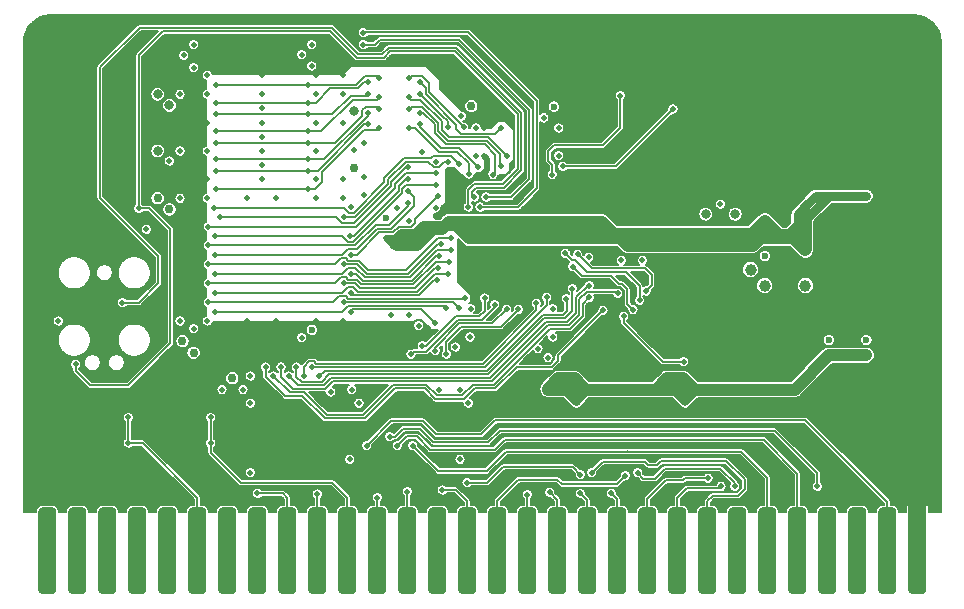
<source format=gbl>
G04 #@! TF.GenerationSoftware,KiCad,Pcbnew,(5.1.5-0-10_14)*
G04 #@! TF.CreationDate,2020-05-14T00:15:50-04:00*
G04 #@! TF.ProjectId,RAM2E,52414d32-452e-46b6-9963-61645f706362,rev?*
G04 #@! TF.SameCoordinates,Original*
G04 #@! TF.FileFunction,Copper,L4,Bot*
G04 #@! TF.FilePolarity,Positive*
%FSLAX46Y46*%
G04 Gerber Fmt 4.6, Leading zero omitted, Abs format (unit mm)*
G04 Created by KiCad (PCBNEW (5.1.5-0-10_14)) date 2020-05-14 00:15:50*
%MOMM*%
%LPD*%
G04 APERTURE LIST*
%ADD10C,2.000000*%
%ADD11C,0.100000*%
%ADD12C,0.500000*%
%ADD13C,0.762000*%
%ADD14C,0.600000*%
%ADD15C,1.000000*%
%ADD16C,0.800000*%
%ADD17C,1.524000*%
%ADD18C,0.508000*%
%ADD19C,0.508000*%
%ADD20C,1.000000*%
%ADD21C,0.500000*%
%ADD22C,1.524000*%
%ADD23C,0.150000*%
%ADD24C,0.152400*%
%ADD25C,0.762000*%
%ADD26C,0.800000*%
G04 APERTURE END LIST*
D10*
X274320000Y-125857000D03*
X274066000Y-92202000D03*
G04 #@! TA.AperFunction,SMDPad,CuDef*
D11*
G36*
X201078345Y-131613835D02*
G01*
X201115329Y-131619321D01*
X201151598Y-131628406D01*
X201186802Y-131641002D01*
X201220602Y-131656988D01*
X201252672Y-131676210D01*
X201282704Y-131698483D01*
X201310408Y-131723592D01*
X201335517Y-131751296D01*
X201357790Y-131781328D01*
X201377012Y-131813398D01*
X201392998Y-131847198D01*
X201405594Y-131882402D01*
X201414679Y-131918671D01*
X201420165Y-131955655D01*
X201422000Y-131993000D01*
X201422000Y-138571000D01*
X201420165Y-138608345D01*
X201414679Y-138645329D01*
X201405594Y-138681598D01*
X201392998Y-138716802D01*
X201377012Y-138750602D01*
X201357790Y-138782672D01*
X201335517Y-138812704D01*
X201310408Y-138840408D01*
X201282704Y-138865517D01*
X201252672Y-138887790D01*
X201220602Y-138907012D01*
X201186802Y-138922998D01*
X201151598Y-138935594D01*
X201115329Y-138944679D01*
X201078345Y-138950165D01*
X201041000Y-138952000D01*
X200279000Y-138952000D01*
X200241655Y-138950165D01*
X200204671Y-138944679D01*
X200168402Y-138935594D01*
X200133198Y-138922998D01*
X200099398Y-138907012D01*
X200067328Y-138887790D01*
X200037296Y-138865517D01*
X200009592Y-138840408D01*
X199984483Y-138812704D01*
X199962210Y-138782672D01*
X199942988Y-138750602D01*
X199927002Y-138716802D01*
X199914406Y-138681598D01*
X199905321Y-138645329D01*
X199899835Y-138608345D01*
X199898000Y-138571000D01*
X199898000Y-131993000D01*
X199899835Y-131955655D01*
X199905321Y-131918671D01*
X199914406Y-131882402D01*
X199927002Y-131847198D01*
X199942988Y-131813398D01*
X199962210Y-131781328D01*
X199984483Y-131751296D01*
X200009592Y-131723592D01*
X200037296Y-131698483D01*
X200067328Y-131676210D01*
X200099398Y-131656988D01*
X200133198Y-131641002D01*
X200168402Y-131628406D01*
X200204671Y-131619321D01*
X200241655Y-131613835D01*
X200279000Y-131612000D01*
X201041000Y-131612000D01*
X201078345Y-131613835D01*
G37*
G04 #@! TD.AperFunction*
G04 #@! TA.AperFunction,SMDPad,CuDef*
G36*
X203618345Y-131613835D02*
G01*
X203655329Y-131619321D01*
X203691598Y-131628406D01*
X203726802Y-131641002D01*
X203760602Y-131656988D01*
X203792672Y-131676210D01*
X203822704Y-131698483D01*
X203850408Y-131723592D01*
X203875517Y-131751296D01*
X203897790Y-131781328D01*
X203917012Y-131813398D01*
X203932998Y-131847198D01*
X203945594Y-131882402D01*
X203954679Y-131918671D01*
X203960165Y-131955655D01*
X203962000Y-131993000D01*
X203962000Y-138571000D01*
X203960165Y-138608345D01*
X203954679Y-138645329D01*
X203945594Y-138681598D01*
X203932998Y-138716802D01*
X203917012Y-138750602D01*
X203897790Y-138782672D01*
X203875517Y-138812704D01*
X203850408Y-138840408D01*
X203822704Y-138865517D01*
X203792672Y-138887790D01*
X203760602Y-138907012D01*
X203726802Y-138922998D01*
X203691598Y-138935594D01*
X203655329Y-138944679D01*
X203618345Y-138950165D01*
X203581000Y-138952000D01*
X202819000Y-138952000D01*
X202781655Y-138950165D01*
X202744671Y-138944679D01*
X202708402Y-138935594D01*
X202673198Y-138922998D01*
X202639398Y-138907012D01*
X202607328Y-138887790D01*
X202577296Y-138865517D01*
X202549592Y-138840408D01*
X202524483Y-138812704D01*
X202502210Y-138782672D01*
X202482988Y-138750602D01*
X202467002Y-138716802D01*
X202454406Y-138681598D01*
X202445321Y-138645329D01*
X202439835Y-138608345D01*
X202438000Y-138571000D01*
X202438000Y-131993000D01*
X202439835Y-131955655D01*
X202445321Y-131918671D01*
X202454406Y-131882402D01*
X202467002Y-131847198D01*
X202482988Y-131813398D01*
X202502210Y-131781328D01*
X202524483Y-131751296D01*
X202549592Y-131723592D01*
X202577296Y-131698483D01*
X202607328Y-131676210D01*
X202639398Y-131656988D01*
X202673198Y-131641002D01*
X202708402Y-131628406D01*
X202744671Y-131619321D01*
X202781655Y-131613835D01*
X202819000Y-131612000D01*
X203581000Y-131612000D01*
X203618345Y-131613835D01*
G37*
G04 #@! TD.AperFunction*
G04 #@! TA.AperFunction,SMDPad,CuDef*
G36*
X206158345Y-131613835D02*
G01*
X206195329Y-131619321D01*
X206231598Y-131628406D01*
X206266802Y-131641002D01*
X206300602Y-131656988D01*
X206332672Y-131676210D01*
X206362704Y-131698483D01*
X206390408Y-131723592D01*
X206415517Y-131751296D01*
X206437790Y-131781328D01*
X206457012Y-131813398D01*
X206472998Y-131847198D01*
X206485594Y-131882402D01*
X206494679Y-131918671D01*
X206500165Y-131955655D01*
X206502000Y-131993000D01*
X206502000Y-138571000D01*
X206500165Y-138608345D01*
X206494679Y-138645329D01*
X206485594Y-138681598D01*
X206472998Y-138716802D01*
X206457012Y-138750602D01*
X206437790Y-138782672D01*
X206415517Y-138812704D01*
X206390408Y-138840408D01*
X206362704Y-138865517D01*
X206332672Y-138887790D01*
X206300602Y-138907012D01*
X206266802Y-138922998D01*
X206231598Y-138935594D01*
X206195329Y-138944679D01*
X206158345Y-138950165D01*
X206121000Y-138952000D01*
X205359000Y-138952000D01*
X205321655Y-138950165D01*
X205284671Y-138944679D01*
X205248402Y-138935594D01*
X205213198Y-138922998D01*
X205179398Y-138907012D01*
X205147328Y-138887790D01*
X205117296Y-138865517D01*
X205089592Y-138840408D01*
X205064483Y-138812704D01*
X205042210Y-138782672D01*
X205022988Y-138750602D01*
X205007002Y-138716802D01*
X204994406Y-138681598D01*
X204985321Y-138645329D01*
X204979835Y-138608345D01*
X204978000Y-138571000D01*
X204978000Y-131993000D01*
X204979835Y-131955655D01*
X204985321Y-131918671D01*
X204994406Y-131882402D01*
X205007002Y-131847198D01*
X205022988Y-131813398D01*
X205042210Y-131781328D01*
X205064483Y-131751296D01*
X205089592Y-131723592D01*
X205117296Y-131698483D01*
X205147328Y-131676210D01*
X205179398Y-131656988D01*
X205213198Y-131641002D01*
X205248402Y-131628406D01*
X205284671Y-131619321D01*
X205321655Y-131613835D01*
X205359000Y-131612000D01*
X206121000Y-131612000D01*
X206158345Y-131613835D01*
G37*
G04 #@! TD.AperFunction*
G04 #@! TA.AperFunction,SMDPad,CuDef*
G36*
X208698345Y-131613835D02*
G01*
X208735329Y-131619321D01*
X208771598Y-131628406D01*
X208806802Y-131641002D01*
X208840602Y-131656988D01*
X208872672Y-131676210D01*
X208902704Y-131698483D01*
X208930408Y-131723592D01*
X208955517Y-131751296D01*
X208977790Y-131781328D01*
X208997012Y-131813398D01*
X209012998Y-131847198D01*
X209025594Y-131882402D01*
X209034679Y-131918671D01*
X209040165Y-131955655D01*
X209042000Y-131993000D01*
X209042000Y-138571000D01*
X209040165Y-138608345D01*
X209034679Y-138645329D01*
X209025594Y-138681598D01*
X209012998Y-138716802D01*
X208997012Y-138750602D01*
X208977790Y-138782672D01*
X208955517Y-138812704D01*
X208930408Y-138840408D01*
X208902704Y-138865517D01*
X208872672Y-138887790D01*
X208840602Y-138907012D01*
X208806802Y-138922998D01*
X208771598Y-138935594D01*
X208735329Y-138944679D01*
X208698345Y-138950165D01*
X208661000Y-138952000D01*
X207899000Y-138952000D01*
X207861655Y-138950165D01*
X207824671Y-138944679D01*
X207788402Y-138935594D01*
X207753198Y-138922998D01*
X207719398Y-138907012D01*
X207687328Y-138887790D01*
X207657296Y-138865517D01*
X207629592Y-138840408D01*
X207604483Y-138812704D01*
X207582210Y-138782672D01*
X207562988Y-138750602D01*
X207547002Y-138716802D01*
X207534406Y-138681598D01*
X207525321Y-138645329D01*
X207519835Y-138608345D01*
X207518000Y-138571000D01*
X207518000Y-131993000D01*
X207519835Y-131955655D01*
X207525321Y-131918671D01*
X207534406Y-131882402D01*
X207547002Y-131847198D01*
X207562988Y-131813398D01*
X207582210Y-131781328D01*
X207604483Y-131751296D01*
X207629592Y-131723592D01*
X207657296Y-131698483D01*
X207687328Y-131676210D01*
X207719398Y-131656988D01*
X207753198Y-131641002D01*
X207788402Y-131628406D01*
X207824671Y-131619321D01*
X207861655Y-131613835D01*
X207899000Y-131612000D01*
X208661000Y-131612000D01*
X208698345Y-131613835D01*
G37*
G04 #@! TD.AperFunction*
G04 #@! TA.AperFunction,SMDPad,CuDef*
G36*
X211238345Y-131613835D02*
G01*
X211275329Y-131619321D01*
X211311598Y-131628406D01*
X211346802Y-131641002D01*
X211380602Y-131656988D01*
X211412672Y-131676210D01*
X211442704Y-131698483D01*
X211470408Y-131723592D01*
X211495517Y-131751296D01*
X211517790Y-131781328D01*
X211537012Y-131813398D01*
X211552998Y-131847198D01*
X211565594Y-131882402D01*
X211574679Y-131918671D01*
X211580165Y-131955655D01*
X211582000Y-131993000D01*
X211582000Y-138571000D01*
X211580165Y-138608345D01*
X211574679Y-138645329D01*
X211565594Y-138681598D01*
X211552998Y-138716802D01*
X211537012Y-138750602D01*
X211517790Y-138782672D01*
X211495517Y-138812704D01*
X211470408Y-138840408D01*
X211442704Y-138865517D01*
X211412672Y-138887790D01*
X211380602Y-138907012D01*
X211346802Y-138922998D01*
X211311598Y-138935594D01*
X211275329Y-138944679D01*
X211238345Y-138950165D01*
X211201000Y-138952000D01*
X210439000Y-138952000D01*
X210401655Y-138950165D01*
X210364671Y-138944679D01*
X210328402Y-138935594D01*
X210293198Y-138922998D01*
X210259398Y-138907012D01*
X210227328Y-138887790D01*
X210197296Y-138865517D01*
X210169592Y-138840408D01*
X210144483Y-138812704D01*
X210122210Y-138782672D01*
X210102988Y-138750602D01*
X210087002Y-138716802D01*
X210074406Y-138681598D01*
X210065321Y-138645329D01*
X210059835Y-138608345D01*
X210058000Y-138571000D01*
X210058000Y-131993000D01*
X210059835Y-131955655D01*
X210065321Y-131918671D01*
X210074406Y-131882402D01*
X210087002Y-131847198D01*
X210102988Y-131813398D01*
X210122210Y-131781328D01*
X210144483Y-131751296D01*
X210169592Y-131723592D01*
X210197296Y-131698483D01*
X210227328Y-131676210D01*
X210259398Y-131656988D01*
X210293198Y-131641002D01*
X210328402Y-131628406D01*
X210364671Y-131619321D01*
X210401655Y-131613835D01*
X210439000Y-131612000D01*
X211201000Y-131612000D01*
X211238345Y-131613835D01*
G37*
G04 #@! TD.AperFunction*
G04 #@! TA.AperFunction,SMDPad,CuDef*
G36*
X213778345Y-131613835D02*
G01*
X213815329Y-131619321D01*
X213851598Y-131628406D01*
X213886802Y-131641002D01*
X213920602Y-131656988D01*
X213952672Y-131676210D01*
X213982704Y-131698483D01*
X214010408Y-131723592D01*
X214035517Y-131751296D01*
X214057790Y-131781328D01*
X214077012Y-131813398D01*
X214092998Y-131847198D01*
X214105594Y-131882402D01*
X214114679Y-131918671D01*
X214120165Y-131955655D01*
X214122000Y-131993000D01*
X214122000Y-138571000D01*
X214120165Y-138608345D01*
X214114679Y-138645329D01*
X214105594Y-138681598D01*
X214092998Y-138716802D01*
X214077012Y-138750602D01*
X214057790Y-138782672D01*
X214035517Y-138812704D01*
X214010408Y-138840408D01*
X213982704Y-138865517D01*
X213952672Y-138887790D01*
X213920602Y-138907012D01*
X213886802Y-138922998D01*
X213851598Y-138935594D01*
X213815329Y-138944679D01*
X213778345Y-138950165D01*
X213741000Y-138952000D01*
X212979000Y-138952000D01*
X212941655Y-138950165D01*
X212904671Y-138944679D01*
X212868402Y-138935594D01*
X212833198Y-138922998D01*
X212799398Y-138907012D01*
X212767328Y-138887790D01*
X212737296Y-138865517D01*
X212709592Y-138840408D01*
X212684483Y-138812704D01*
X212662210Y-138782672D01*
X212642988Y-138750602D01*
X212627002Y-138716802D01*
X212614406Y-138681598D01*
X212605321Y-138645329D01*
X212599835Y-138608345D01*
X212598000Y-138571000D01*
X212598000Y-131993000D01*
X212599835Y-131955655D01*
X212605321Y-131918671D01*
X212614406Y-131882402D01*
X212627002Y-131847198D01*
X212642988Y-131813398D01*
X212662210Y-131781328D01*
X212684483Y-131751296D01*
X212709592Y-131723592D01*
X212737296Y-131698483D01*
X212767328Y-131676210D01*
X212799398Y-131656988D01*
X212833198Y-131641002D01*
X212868402Y-131628406D01*
X212904671Y-131619321D01*
X212941655Y-131613835D01*
X212979000Y-131612000D01*
X213741000Y-131612000D01*
X213778345Y-131613835D01*
G37*
G04 #@! TD.AperFunction*
G04 #@! TA.AperFunction,SMDPad,CuDef*
G36*
X216318345Y-131613835D02*
G01*
X216355329Y-131619321D01*
X216391598Y-131628406D01*
X216426802Y-131641002D01*
X216460602Y-131656988D01*
X216492672Y-131676210D01*
X216522704Y-131698483D01*
X216550408Y-131723592D01*
X216575517Y-131751296D01*
X216597790Y-131781328D01*
X216617012Y-131813398D01*
X216632998Y-131847198D01*
X216645594Y-131882402D01*
X216654679Y-131918671D01*
X216660165Y-131955655D01*
X216662000Y-131993000D01*
X216662000Y-138571000D01*
X216660165Y-138608345D01*
X216654679Y-138645329D01*
X216645594Y-138681598D01*
X216632998Y-138716802D01*
X216617012Y-138750602D01*
X216597790Y-138782672D01*
X216575517Y-138812704D01*
X216550408Y-138840408D01*
X216522704Y-138865517D01*
X216492672Y-138887790D01*
X216460602Y-138907012D01*
X216426802Y-138922998D01*
X216391598Y-138935594D01*
X216355329Y-138944679D01*
X216318345Y-138950165D01*
X216281000Y-138952000D01*
X215519000Y-138952000D01*
X215481655Y-138950165D01*
X215444671Y-138944679D01*
X215408402Y-138935594D01*
X215373198Y-138922998D01*
X215339398Y-138907012D01*
X215307328Y-138887790D01*
X215277296Y-138865517D01*
X215249592Y-138840408D01*
X215224483Y-138812704D01*
X215202210Y-138782672D01*
X215182988Y-138750602D01*
X215167002Y-138716802D01*
X215154406Y-138681598D01*
X215145321Y-138645329D01*
X215139835Y-138608345D01*
X215138000Y-138571000D01*
X215138000Y-131993000D01*
X215139835Y-131955655D01*
X215145321Y-131918671D01*
X215154406Y-131882402D01*
X215167002Y-131847198D01*
X215182988Y-131813398D01*
X215202210Y-131781328D01*
X215224483Y-131751296D01*
X215249592Y-131723592D01*
X215277296Y-131698483D01*
X215307328Y-131676210D01*
X215339398Y-131656988D01*
X215373198Y-131641002D01*
X215408402Y-131628406D01*
X215444671Y-131619321D01*
X215481655Y-131613835D01*
X215519000Y-131612000D01*
X216281000Y-131612000D01*
X216318345Y-131613835D01*
G37*
G04 #@! TD.AperFunction*
G04 #@! TA.AperFunction,SMDPad,CuDef*
G36*
X218858345Y-131613835D02*
G01*
X218895329Y-131619321D01*
X218931598Y-131628406D01*
X218966802Y-131641002D01*
X219000602Y-131656988D01*
X219032672Y-131676210D01*
X219062704Y-131698483D01*
X219090408Y-131723592D01*
X219115517Y-131751296D01*
X219137790Y-131781328D01*
X219157012Y-131813398D01*
X219172998Y-131847198D01*
X219185594Y-131882402D01*
X219194679Y-131918671D01*
X219200165Y-131955655D01*
X219202000Y-131993000D01*
X219202000Y-138571000D01*
X219200165Y-138608345D01*
X219194679Y-138645329D01*
X219185594Y-138681598D01*
X219172998Y-138716802D01*
X219157012Y-138750602D01*
X219137790Y-138782672D01*
X219115517Y-138812704D01*
X219090408Y-138840408D01*
X219062704Y-138865517D01*
X219032672Y-138887790D01*
X219000602Y-138907012D01*
X218966802Y-138922998D01*
X218931598Y-138935594D01*
X218895329Y-138944679D01*
X218858345Y-138950165D01*
X218821000Y-138952000D01*
X218059000Y-138952000D01*
X218021655Y-138950165D01*
X217984671Y-138944679D01*
X217948402Y-138935594D01*
X217913198Y-138922998D01*
X217879398Y-138907012D01*
X217847328Y-138887790D01*
X217817296Y-138865517D01*
X217789592Y-138840408D01*
X217764483Y-138812704D01*
X217742210Y-138782672D01*
X217722988Y-138750602D01*
X217707002Y-138716802D01*
X217694406Y-138681598D01*
X217685321Y-138645329D01*
X217679835Y-138608345D01*
X217678000Y-138571000D01*
X217678000Y-131993000D01*
X217679835Y-131955655D01*
X217685321Y-131918671D01*
X217694406Y-131882402D01*
X217707002Y-131847198D01*
X217722988Y-131813398D01*
X217742210Y-131781328D01*
X217764483Y-131751296D01*
X217789592Y-131723592D01*
X217817296Y-131698483D01*
X217847328Y-131676210D01*
X217879398Y-131656988D01*
X217913198Y-131641002D01*
X217948402Y-131628406D01*
X217984671Y-131619321D01*
X218021655Y-131613835D01*
X218059000Y-131612000D01*
X218821000Y-131612000D01*
X218858345Y-131613835D01*
G37*
G04 #@! TD.AperFunction*
G04 #@! TA.AperFunction,SMDPad,CuDef*
G36*
X221398345Y-131613835D02*
G01*
X221435329Y-131619321D01*
X221471598Y-131628406D01*
X221506802Y-131641002D01*
X221540602Y-131656988D01*
X221572672Y-131676210D01*
X221602704Y-131698483D01*
X221630408Y-131723592D01*
X221655517Y-131751296D01*
X221677790Y-131781328D01*
X221697012Y-131813398D01*
X221712998Y-131847198D01*
X221725594Y-131882402D01*
X221734679Y-131918671D01*
X221740165Y-131955655D01*
X221742000Y-131993000D01*
X221742000Y-138571000D01*
X221740165Y-138608345D01*
X221734679Y-138645329D01*
X221725594Y-138681598D01*
X221712998Y-138716802D01*
X221697012Y-138750602D01*
X221677790Y-138782672D01*
X221655517Y-138812704D01*
X221630408Y-138840408D01*
X221602704Y-138865517D01*
X221572672Y-138887790D01*
X221540602Y-138907012D01*
X221506802Y-138922998D01*
X221471598Y-138935594D01*
X221435329Y-138944679D01*
X221398345Y-138950165D01*
X221361000Y-138952000D01*
X220599000Y-138952000D01*
X220561655Y-138950165D01*
X220524671Y-138944679D01*
X220488402Y-138935594D01*
X220453198Y-138922998D01*
X220419398Y-138907012D01*
X220387328Y-138887790D01*
X220357296Y-138865517D01*
X220329592Y-138840408D01*
X220304483Y-138812704D01*
X220282210Y-138782672D01*
X220262988Y-138750602D01*
X220247002Y-138716802D01*
X220234406Y-138681598D01*
X220225321Y-138645329D01*
X220219835Y-138608345D01*
X220218000Y-138571000D01*
X220218000Y-131993000D01*
X220219835Y-131955655D01*
X220225321Y-131918671D01*
X220234406Y-131882402D01*
X220247002Y-131847198D01*
X220262988Y-131813398D01*
X220282210Y-131781328D01*
X220304483Y-131751296D01*
X220329592Y-131723592D01*
X220357296Y-131698483D01*
X220387328Y-131676210D01*
X220419398Y-131656988D01*
X220453198Y-131641002D01*
X220488402Y-131628406D01*
X220524671Y-131619321D01*
X220561655Y-131613835D01*
X220599000Y-131612000D01*
X221361000Y-131612000D01*
X221398345Y-131613835D01*
G37*
G04 #@! TD.AperFunction*
G04 #@! TA.AperFunction,SMDPad,CuDef*
G36*
X223938345Y-131613835D02*
G01*
X223975329Y-131619321D01*
X224011598Y-131628406D01*
X224046802Y-131641002D01*
X224080602Y-131656988D01*
X224112672Y-131676210D01*
X224142704Y-131698483D01*
X224170408Y-131723592D01*
X224195517Y-131751296D01*
X224217790Y-131781328D01*
X224237012Y-131813398D01*
X224252998Y-131847198D01*
X224265594Y-131882402D01*
X224274679Y-131918671D01*
X224280165Y-131955655D01*
X224282000Y-131993000D01*
X224282000Y-138571000D01*
X224280165Y-138608345D01*
X224274679Y-138645329D01*
X224265594Y-138681598D01*
X224252998Y-138716802D01*
X224237012Y-138750602D01*
X224217790Y-138782672D01*
X224195517Y-138812704D01*
X224170408Y-138840408D01*
X224142704Y-138865517D01*
X224112672Y-138887790D01*
X224080602Y-138907012D01*
X224046802Y-138922998D01*
X224011598Y-138935594D01*
X223975329Y-138944679D01*
X223938345Y-138950165D01*
X223901000Y-138952000D01*
X223139000Y-138952000D01*
X223101655Y-138950165D01*
X223064671Y-138944679D01*
X223028402Y-138935594D01*
X222993198Y-138922998D01*
X222959398Y-138907012D01*
X222927328Y-138887790D01*
X222897296Y-138865517D01*
X222869592Y-138840408D01*
X222844483Y-138812704D01*
X222822210Y-138782672D01*
X222802988Y-138750602D01*
X222787002Y-138716802D01*
X222774406Y-138681598D01*
X222765321Y-138645329D01*
X222759835Y-138608345D01*
X222758000Y-138571000D01*
X222758000Y-131993000D01*
X222759835Y-131955655D01*
X222765321Y-131918671D01*
X222774406Y-131882402D01*
X222787002Y-131847198D01*
X222802988Y-131813398D01*
X222822210Y-131781328D01*
X222844483Y-131751296D01*
X222869592Y-131723592D01*
X222897296Y-131698483D01*
X222927328Y-131676210D01*
X222959398Y-131656988D01*
X222993198Y-131641002D01*
X223028402Y-131628406D01*
X223064671Y-131619321D01*
X223101655Y-131613835D01*
X223139000Y-131612000D01*
X223901000Y-131612000D01*
X223938345Y-131613835D01*
G37*
G04 #@! TD.AperFunction*
G04 #@! TA.AperFunction,SMDPad,CuDef*
G36*
X226478345Y-131613835D02*
G01*
X226515329Y-131619321D01*
X226551598Y-131628406D01*
X226586802Y-131641002D01*
X226620602Y-131656988D01*
X226652672Y-131676210D01*
X226682704Y-131698483D01*
X226710408Y-131723592D01*
X226735517Y-131751296D01*
X226757790Y-131781328D01*
X226777012Y-131813398D01*
X226792998Y-131847198D01*
X226805594Y-131882402D01*
X226814679Y-131918671D01*
X226820165Y-131955655D01*
X226822000Y-131993000D01*
X226822000Y-138571000D01*
X226820165Y-138608345D01*
X226814679Y-138645329D01*
X226805594Y-138681598D01*
X226792998Y-138716802D01*
X226777012Y-138750602D01*
X226757790Y-138782672D01*
X226735517Y-138812704D01*
X226710408Y-138840408D01*
X226682704Y-138865517D01*
X226652672Y-138887790D01*
X226620602Y-138907012D01*
X226586802Y-138922998D01*
X226551598Y-138935594D01*
X226515329Y-138944679D01*
X226478345Y-138950165D01*
X226441000Y-138952000D01*
X225679000Y-138952000D01*
X225641655Y-138950165D01*
X225604671Y-138944679D01*
X225568402Y-138935594D01*
X225533198Y-138922998D01*
X225499398Y-138907012D01*
X225467328Y-138887790D01*
X225437296Y-138865517D01*
X225409592Y-138840408D01*
X225384483Y-138812704D01*
X225362210Y-138782672D01*
X225342988Y-138750602D01*
X225327002Y-138716802D01*
X225314406Y-138681598D01*
X225305321Y-138645329D01*
X225299835Y-138608345D01*
X225298000Y-138571000D01*
X225298000Y-131993000D01*
X225299835Y-131955655D01*
X225305321Y-131918671D01*
X225314406Y-131882402D01*
X225327002Y-131847198D01*
X225342988Y-131813398D01*
X225362210Y-131781328D01*
X225384483Y-131751296D01*
X225409592Y-131723592D01*
X225437296Y-131698483D01*
X225467328Y-131676210D01*
X225499398Y-131656988D01*
X225533198Y-131641002D01*
X225568402Y-131628406D01*
X225604671Y-131619321D01*
X225641655Y-131613835D01*
X225679000Y-131612000D01*
X226441000Y-131612000D01*
X226478345Y-131613835D01*
G37*
G04 #@! TD.AperFunction*
G04 #@! TA.AperFunction,SMDPad,CuDef*
G36*
X229018345Y-131613835D02*
G01*
X229055329Y-131619321D01*
X229091598Y-131628406D01*
X229126802Y-131641002D01*
X229160602Y-131656988D01*
X229192672Y-131676210D01*
X229222704Y-131698483D01*
X229250408Y-131723592D01*
X229275517Y-131751296D01*
X229297790Y-131781328D01*
X229317012Y-131813398D01*
X229332998Y-131847198D01*
X229345594Y-131882402D01*
X229354679Y-131918671D01*
X229360165Y-131955655D01*
X229362000Y-131993000D01*
X229362000Y-138571000D01*
X229360165Y-138608345D01*
X229354679Y-138645329D01*
X229345594Y-138681598D01*
X229332998Y-138716802D01*
X229317012Y-138750602D01*
X229297790Y-138782672D01*
X229275517Y-138812704D01*
X229250408Y-138840408D01*
X229222704Y-138865517D01*
X229192672Y-138887790D01*
X229160602Y-138907012D01*
X229126802Y-138922998D01*
X229091598Y-138935594D01*
X229055329Y-138944679D01*
X229018345Y-138950165D01*
X228981000Y-138952000D01*
X228219000Y-138952000D01*
X228181655Y-138950165D01*
X228144671Y-138944679D01*
X228108402Y-138935594D01*
X228073198Y-138922998D01*
X228039398Y-138907012D01*
X228007328Y-138887790D01*
X227977296Y-138865517D01*
X227949592Y-138840408D01*
X227924483Y-138812704D01*
X227902210Y-138782672D01*
X227882988Y-138750602D01*
X227867002Y-138716802D01*
X227854406Y-138681598D01*
X227845321Y-138645329D01*
X227839835Y-138608345D01*
X227838000Y-138571000D01*
X227838000Y-131993000D01*
X227839835Y-131955655D01*
X227845321Y-131918671D01*
X227854406Y-131882402D01*
X227867002Y-131847198D01*
X227882988Y-131813398D01*
X227902210Y-131781328D01*
X227924483Y-131751296D01*
X227949592Y-131723592D01*
X227977296Y-131698483D01*
X228007328Y-131676210D01*
X228039398Y-131656988D01*
X228073198Y-131641002D01*
X228108402Y-131628406D01*
X228144671Y-131619321D01*
X228181655Y-131613835D01*
X228219000Y-131612000D01*
X228981000Y-131612000D01*
X229018345Y-131613835D01*
G37*
G04 #@! TD.AperFunction*
G04 #@! TA.AperFunction,SMDPad,CuDef*
G36*
X231558345Y-131613835D02*
G01*
X231595329Y-131619321D01*
X231631598Y-131628406D01*
X231666802Y-131641002D01*
X231700602Y-131656988D01*
X231732672Y-131676210D01*
X231762704Y-131698483D01*
X231790408Y-131723592D01*
X231815517Y-131751296D01*
X231837790Y-131781328D01*
X231857012Y-131813398D01*
X231872998Y-131847198D01*
X231885594Y-131882402D01*
X231894679Y-131918671D01*
X231900165Y-131955655D01*
X231902000Y-131993000D01*
X231902000Y-138571000D01*
X231900165Y-138608345D01*
X231894679Y-138645329D01*
X231885594Y-138681598D01*
X231872998Y-138716802D01*
X231857012Y-138750602D01*
X231837790Y-138782672D01*
X231815517Y-138812704D01*
X231790408Y-138840408D01*
X231762704Y-138865517D01*
X231732672Y-138887790D01*
X231700602Y-138907012D01*
X231666802Y-138922998D01*
X231631598Y-138935594D01*
X231595329Y-138944679D01*
X231558345Y-138950165D01*
X231521000Y-138952000D01*
X230759000Y-138952000D01*
X230721655Y-138950165D01*
X230684671Y-138944679D01*
X230648402Y-138935594D01*
X230613198Y-138922998D01*
X230579398Y-138907012D01*
X230547328Y-138887790D01*
X230517296Y-138865517D01*
X230489592Y-138840408D01*
X230464483Y-138812704D01*
X230442210Y-138782672D01*
X230422988Y-138750602D01*
X230407002Y-138716802D01*
X230394406Y-138681598D01*
X230385321Y-138645329D01*
X230379835Y-138608345D01*
X230378000Y-138571000D01*
X230378000Y-131993000D01*
X230379835Y-131955655D01*
X230385321Y-131918671D01*
X230394406Y-131882402D01*
X230407002Y-131847198D01*
X230422988Y-131813398D01*
X230442210Y-131781328D01*
X230464483Y-131751296D01*
X230489592Y-131723592D01*
X230517296Y-131698483D01*
X230547328Y-131676210D01*
X230579398Y-131656988D01*
X230613198Y-131641002D01*
X230648402Y-131628406D01*
X230684671Y-131619321D01*
X230721655Y-131613835D01*
X230759000Y-131612000D01*
X231521000Y-131612000D01*
X231558345Y-131613835D01*
G37*
G04 #@! TD.AperFunction*
G04 #@! TA.AperFunction,SMDPad,CuDef*
G36*
X234098345Y-131613835D02*
G01*
X234135329Y-131619321D01*
X234171598Y-131628406D01*
X234206802Y-131641002D01*
X234240602Y-131656988D01*
X234272672Y-131676210D01*
X234302704Y-131698483D01*
X234330408Y-131723592D01*
X234355517Y-131751296D01*
X234377790Y-131781328D01*
X234397012Y-131813398D01*
X234412998Y-131847198D01*
X234425594Y-131882402D01*
X234434679Y-131918671D01*
X234440165Y-131955655D01*
X234442000Y-131993000D01*
X234442000Y-138571000D01*
X234440165Y-138608345D01*
X234434679Y-138645329D01*
X234425594Y-138681598D01*
X234412998Y-138716802D01*
X234397012Y-138750602D01*
X234377790Y-138782672D01*
X234355517Y-138812704D01*
X234330408Y-138840408D01*
X234302704Y-138865517D01*
X234272672Y-138887790D01*
X234240602Y-138907012D01*
X234206802Y-138922998D01*
X234171598Y-138935594D01*
X234135329Y-138944679D01*
X234098345Y-138950165D01*
X234061000Y-138952000D01*
X233299000Y-138952000D01*
X233261655Y-138950165D01*
X233224671Y-138944679D01*
X233188402Y-138935594D01*
X233153198Y-138922998D01*
X233119398Y-138907012D01*
X233087328Y-138887790D01*
X233057296Y-138865517D01*
X233029592Y-138840408D01*
X233004483Y-138812704D01*
X232982210Y-138782672D01*
X232962988Y-138750602D01*
X232947002Y-138716802D01*
X232934406Y-138681598D01*
X232925321Y-138645329D01*
X232919835Y-138608345D01*
X232918000Y-138571000D01*
X232918000Y-131993000D01*
X232919835Y-131955655D01*
X232925321Y-131918671D01*
X232934406Y-131882402D01*
X232947002Y-131847198D01*
X232962988Y-131813398D01*
X232982210Y-131781328D01*
X233004483Y-131751296D01*
X233029592Y-131723592D01*
X233057296Y-131698483D01*
X233087328Y-131676210D01*
X233119398Y-131656988D01*
X233153198Y-131641002D01*
X233188402Y-131628406D01*
X233224671Y-131619321D01*
X233261655Y-131613835D01*
X233299000Y-131612000D01*
X234061000Y-131612000D01*
X234098345Y-131613835D01*
G37*
G04 #@! TD.AperFunction*
G04 #@! TA.AperFunction,SMDPad,CuDef*
G36*
X236638345Y-131613835D02*
G01*
X236675329Y-131619321D01*
X236711598Y-131628406D01*
X236746802Y-131641002D01*
X236780602Y-131656988D01*
X236812672Y-131676210D01*
X236842704Y-131698483D01*
X236870408Y-131723592D01*
X236895517Y-131751296D01*
X236917790Y-131781328D01*
X236937012Y-131813398D01*
X236952998Y-131847198D01*
X236965594Y-131882402D01*
X236974679Y-131918671D01*
X236980165Y-131955655D01*
X236982000Y-131993000D01*
X236982000Y-138571000D01*
X236980165Y-138608345D01*
X236974679Y-138645329D01*
X236965594Y-138681598D01*
X236952998Y-138716802D01*
X236937012Y-138750602D01*
X236917790Y-138782672D01*
X236895517Y-138812704D01*
X236870408Y-138840408D01*
X236842704Y-138865517D01*
X236812672Y-138887790D01*
X236780602Y-138907012D01*
X236746802Y-138922998D01*
X236711598Y-138935594D01*
X236675329Y-138944679D01*
X236638345Y-138950165D01*
X236601000Y-138952000D01*
X235839000Y-138952000D01*
X235801655Y-138950165D01*
X235764671Y-138944679D01*
X235728402Y-138935594D01*
X235693198Y-138922998D01*
X235659398Y-138907012D01*
X235627328Y-138887790D01*
X235597296Y-138865517D01*
X235569592Y-138840408D01*
X235544483Y-138812704D01*
X235522210Y-138782672D01*
X235502988Y-138750602D01*
X235487002Y-138716802D01*
X235474406Y-138681598D01*
X235465321Y-138645329D01*
X235459835Y-138608345D01*
X235458000Y-138571000D01*
X235458000Y-131993000D01*
X235459835Y-131955655D01*
X235465321Y-131918671D01*
X235474406Y-131882402D01*
X235487002Y-131847198D01*
X235502988Y-131813398D01*
X235522210Y-131781328D01*
X235544483Y-131751296D01*
X235569592Y-131723592D01*
X235597296Y-131698483D01*
X235627328Y-131676210D01*
X235659398Y-131656988D01*
X235693198Y-131641002D01*
X235728402Y-131628406D01*
X235764671Y-131619321D01*
X235801655Y-131613835D01*
X235839000Y-131612000D01*
X236601000Y-131612000D01*
X236638345Y-131613835D01*
G37*
G04 #@! TD.AperFunction*
G04 #@! TA.AperFunction,SMDPad,CuDef*
G36*
X239178345Y-131613835D02*
G01*
X239215329Y-131619321D01*
X239251598Y-131628406D01*
X239286802Y-131641002D01*
X239320602Y-131656988D01*
X239352672Y-131676210D01*
X239382704Y-131698483D01*
X239410408Y-131723592D01*
X239435517Y-131751296D01*
X239457790Y-131781328D01*
X239477012Y-131813398D01*
X239492998Y-131847198D01*
X239505594Y-131882402D01*
X239514679Y-131918671D01*
X239520165Y-131955655D01*
X239522000Y-131993000D01*
X239522000Y-138571000D01*
X239520165Y-138608345D01*
X239514679Y-138645329D01*
X239505594Y-138681598D01*
X239492998Y-138716802D01*
X239477012Y-138750602D01*
X239457790Y-138782672D01*
X239435517Y-138812704D01*
X239410408Y-138840408D01*
X239382704Y-138865517D01*
X239352672Y-138887790D01*
X239320602Y-138907012D01*
X239286802Y-138922998D01*
X239251598Y-138935594D01*
X239215329Y-138944679D01*
X239178345Y-138950165D01*
X239141000Y-138952000D01*
X238379000Y-138952000D01*
X238341655Y-138950165D01*
X238304671Y-138944679D01*
X238268402Y-138935594D01*
X238233198Y-138922998D01*
X238199398Y-138907012D01*
X238167328Y-138887790D01*
X238137296Y-138865517D01*
X238109592Y-138840408D01*
X238084483Y-138812704D01*
X238062210Y-138782672D01*
X238042988Y-138750602D01*
X238027002Y-138716802D01*
X238014406Y-138681598D01*
X238005321Y-138645329D01*
X237999835Y-138608345D01*
X237998000Y-138571000D01*
X237998000Y-131993000D01*
X237999835Y-131955655D01*
X238005321Y-131918671D01*
X238014406Y-131882402D01*
X238027002Y-131847198D01*
X238042988Y-131813398D01*
X238062210Y-131781328D01*
X238084483Y-131751296D01*
X238109592Y-131723592D01*
X238137296Y-131698483D01*
X238167328Y-131676210D01*
X238199398Y-131656988D01*
X238233198Y-131641002D01*
X238268402Y-131628406D01*
X238304671Y-131619321D01*
X238341655Y-131613835D01*
X238379000Y-131612000D01*
X239141000Y-131612000D01*
X239178345Y-131613835D01*
G37*
G04 #@! TD.AperFunction*
G04 #@! TA.AperFunction,SMDPad,CuDef*
G36*
X241718345Y-131613835D02*
G01*
X241755329Y-131619321D01*
X241791598Y-131628406D01*
X241826802Y-131641002D01*
X241860602Y-131656988D01*
X241892672Y-131676210D01*
X241922704Y-131698483D01*
X241950408Y-131723592D01*
X241975517Y-131751296D01*
X241997790Y-131781328D01*
X242017012Y-131813398D01*
X242032998Y-131847198D01*
X242045594Y-131882402D01*
X242054679Y-131918671D01*
X242060165Y-131955655D01*
X242062000Y-131993000D01*
X242062000Y-138571000D01*
X242060165Y-138608345D01*
X242054679Y-138645329D01*
X242045594Y-138681598D01*
X242032998Y-138716802D01*
X242017012Y-138750602D01*
X241997790Y-138782672D01*
X241975517Y-138812704D01*
X241950408Y-138840408D01*
X241922704Y-138865517D01*
X241892672Y-138887790D01*
X241860602Y-138907012D01*
X241826802Y-138922998D01*
X241791598Y-138935594D01*
X241755329Y-138944679D01*
X241718345Y-138950165D01*
X241681000Y-138952000D01*
X240919000Y-138952000D01*
X240881655Y-138950165D01*
X240844671Y-138944679D01*
X240808402Y-138935594D01*
X240773198Y-138922998D01*
X240739398Y-138907012D01*
X240707328Y-138887790D01*
X240677296Y-138865517D01*
X240649592Y-138840408D01*
X240624483Y-138812704D01*
X240602210Y-138782672D01*
X240582988Y-138750602D01*
X240567002Y-138716802D01*
X240554406Y-138681598D01*
X240545321Y-138645329D01*
X240539835Y-138608345D01*
X240538000Y-138571000D01*
X240538000Y-131993000D01*
X240539835Y-131955655D01*
X240545321Y-131918671D01*
X240554406Y-131882402D01*
X240567002Y-131847198D01*
X240582988Y-131813398D01*
X240602210Y-131781328D01*
X240624483Y-131751296D01*
X240649592Y-131723592D01*
X240677296Y-131698483D01*
X240707328Y-131676210D01*
X240739398Y-131656988D01*
X240773198Y-131641002D01*
X240808402Y-131628406D01*
X240844671Y-131619321D01*
X240881655Y-131613835D01*
X240919000Y-131612000D01*
X241681000Y-131612000D01*
X241718345Y-131613835D01*
G37*
G04 #@! TD.AperFunction*
G04 #@! TA.AperFunction,SMDPad,CuDef*
G36*
X244258345Y-131613835D02*
G01*
X244295329Y-131619321D01*
X244331598Y-131628406D01*
X244366802Y-131641002D01*
X244400602Y-131656988D01*
X244432672Y-131676210D01*
X244462704Y-131698483D01*
X244490408Y-131723592D01*
X244515517Y-131751296D01*
X244537790Y-131781328D01*
X244557012Y-131813398D01*
X244572998Y-131847198D01*
X244585594Y-131882402D01*
X244594679Y-131918671D01*
X244600165Y-131955655D01*
X244602000Y-131993000D01*
X244602000Y-138571000D01*
X244600165Y-138608345D01*
X244594679Y-138645329D01*
X244585594Y-138681598D01*
X244572998Y-138716802D01*
X244557012Y-138750602D01*
X244537790Y-138782672D01*
X244515517Y-138812704D01*
X244490408Y-138840408D01*
X244462704Y-138865517D01*
X244432672Y-138887790D01*
X244400602Y-138907012D01*
X244366802Y-138922998D01*
X244331598Y-138935594D01*
X244295329Y-138944679D01*
X244258345Y-138950165D01*
X244221000Y-138952000D01*
X243459000Y-138952000D01*
X243421655Y-138950165D01*
X243384671Y-138944679D01*
X243348402Y-138935594D01*
X243313198Y-138922998D01*
X243279398Y-138907012D01*
X243247328Y-138887790D01*
X243217296Y-138865517D01*
X243189592Y-138840408D01*
X243164483Y-138812704D01*
X243142210Y-138782672D01*
X243122988Y-138750602D01*
X243107002Y-138716802D01*
X243094406Y-138681598D01*
X243085321Y-138645329D01*
X243079835Y-138608345D01*
X243078000Y-138571000D01*
X243078000Y-131993000D01*
X243079835Y-131955655D01*
X243085321Y-131918671D01*
X243094406Y-131882402D01*
X243107002Y-131847198D01*
X243122988Y-131813398D01*
X243142210Y-131781328D01*
X243164483Y-131751296D01*
X243189592Y-131723592D01*
X243217296Y-131698483D01*
X243247328Y-131676210D01*
X243279398Y-131656988D01*
X243313198Y-131641002D01*
X243348402Y-131628406D01*
X243384671Y-131619321D01*
X243421655Y-131613835D01*
X243459000Y-131612000D01*
X244221000Y-131612000D01*
X244258345Y-131613835D01*
G37*
G04 #@! TD.AperFunction*
G04 #@! TA.AperFunction,SMDPad,CuDef*
G36*
X246798345Y-131613835D02*
G01*
X246835329Y-131619321D01*
X246871598Y-131628406D01*
X246906802Y-131641002D01*
X246940602Y-131656988D01*
X246972672Y-131676210D01*
X247002704Y-131698483D01*
X247030408Y-131723592D01*
X247055517Y-131751296D01*
X247077790Y-131781328D01*
X247097012Y-131813398D01*
X247112998Y-131847198D01*
X247125594Y-131882402D01*
X247134679Y-131918671D01*
X247140165Y-131955655D01*
X247142000Y-131993000D01*
X247142000Y-138571000D01*
X247140165Y-138608345D01*
X247134679Y-138645329D01*
X247125594Y-138681598D01*
X247112998Y-138716802D01*
X247097012Y-138750602D01*
X247077790Y-138782672D01*
X247055517Y-138812704D01*
X247030408Y-138840408D01*
X247002704Y-138865517D01*
X246972672Y-138887790D01*
X246940602Y-138907012D01*
X246906802Y-138922998D01*
X246871598Y-138935594D01*
X246835329Y-138944679D01*
X246798345Y-138950165D01*
X246761000Y-138952000D01*
X245999000Y-138952000D01*
X245961655Y-138950165D01*
X245924671Y-138944679D01*
X245888402Y-138935594D01*
X245853198Y-138922998D01*
X245819398Y-138907012D01*
X245787328Y-138887790D01*
X245757296Y-138865517D01*
X245729592Y-138840408D01*
X245704483Y-138812704D01*
X245682210Y-138782672D01*
X245662988Y-138750602D01*
X245647002Y-138716802D01*
X245634406Y-138681598D01*
X245625321Y-138645329D01*
X245619835Y-138608345D01*
X245618000Y-138571000D01*
X245618000Y-131993000D01*
X245619835Y-131955655D01*
X245625321Y-131918671D01*
X245634406Y-131882402D01*
X245647002Y-131847198D01*
X245662988Y-131813398D01*
X245682210Y-131781328D01*
X245704483Y-131751296D01*
X245729592Y-131723592D01*
X245757296Y-131698483D01*
X245787328Y-131676210D01*
X245819398Y-131656988D01*
X245853198Y-131641002D01*
X245888402Y-131628406D01*
X245924671Y-131619321D01*
X245961655Y-131613835D01*
X245999000Y-131612000D01*
X246761000Y-131612000D01*
X246798345Y-131613835D01*
G37*
G04 #@! TD.AperFunction*
G04 #@! TA.AperFunction,SMDPad,CuDef*
G36*
X249338345Y-131613835D02*
G01*
X249375329Y-131619321D01*
X249411598Y-131628406D01*
X249446802Y-131641002D01*
X249480602Y-131656988D01*
X249512672Y-131676210D01*
X249542704Y-131698483D01*
X249570408Y-131723592D01*
X249595517Y-131751296D01*
X249617790Y-131781328D01*
X249637012Y-131813398D01*
X249652998Y-131847198D01*
X249665594Y-131882402D01*
X249674679Y-131918671D01*
X249680165Y-131955655D01*
X249682000Y-131993000D01*
X249682000Y-138571000D01*
X249680165Y-138608345D01*
X249674679Y-138645329D01*
X249665594Y-138681598D01*
X249652998Y-138716802D01*
X249637012Y-138750602D01*
X249617790Y-138782672D01*
X249595517Y-138812704D01*
X249570408Y-138840408D01*
X249542704Y-138865517D01*
X249512672Y-138887790D01*
X249480602Y-138907012D01*
X249446802Y-138922998D01*
X249411598Y-138935594D01*
X249375329Y-138944679D01*
X249338345Y-138950165D01*
X249301000Y-138952000D01*
X248539000Y-138952000D01*
X248501655Y-138950165D01*
X248464671Y-138944679D01*
X248428402Y-138935594D01*
X248393198Y-138922998D01*
X248359398Y-138907012D01*
X248327328Y-138887790D01*
X248297296Y-138865517D01*
X248269592Y-138840408D01*
X248244483Y-138812704D01*
X248222210Y-138782672D01*
X248202988Y-138750602D01*
X248187002Y-138716802D01*
X248174406Y-138681598D01*
X248165321Y-138645329D01*
X248159835Y-138608345D01*
X248158000Y-138571000D01*
X248158000Y-131993000D01*
X248159835Y-131955655D01*
X248165321Y-131918671D01*
X248174406Y-131882402D01*
X248187002Y-131847198D01*
X248202988Y-131813398D01*
X248222210Y-131781328D01*
X248244483Y-131751296D01*
X248269592Y-131723592D01*
X248297296Y-131698483D01*
X248327328Y-131676210D01*
X248359398Y-131656988D01*
X248393198Y-131641002D01*
X248428402Y-131628406D01*
X248464671Y-131619321D01*
X248501655Y-131613835D01*
X248539000Y-131612000D01*
X249301000Y-131612000D01*
X249338345Y-131613835D01*
G37*
G04 #@! TD.AperFunction*
G04 #@! TA.AperFunction,SMDPad,CuDef*
G36*
X251878345Y-131613835D02*
G01*
X251915329Y-131619321D01*
X251951598Y-131628406D01*
X251986802Y-131641002D01*
X252020602Y-131656988D01*
X252052672Y-131676210D01*
X252082704Y-131698483D01*
X252110408Y-131723592D01*
X252135517Y-131751296D01*
X252157790Y-131781328D01*
X252177012Y-131813398D01*
X252192998Y-131847198D01*
X252205594Y-131882402D01*
X252214679Y-131918671D01*
X252220165Y-131955655D01*
X252222000Y-131993000D01*
X252222000Y-138571000D01*
X252220165Y-138608345D01*
X252214679Y-138645329D01*
X252205594Y-138681598D01*
X252192998Y-138716802D01*
X252177012Y-138750602D01*
X252157790Y-138782672D01*
X252135517Y-138812704D01*
X252110408Y-138840408D01*
X252082704Y-138865517D01*
X252052672Y-138887790D01*
X252020602Y-138907012D01*
X251986802Y-138922998D01*
X251951598Y-138935594D01*
X251915329Y-138944679D01*
X251878345Y-138950165D01*
X251841000Y-138952000D01*
X251079000Y-138952000D01*
X251041655Y-138950165D01*
X251004671Y-138944679D01*
X250968402Y-138935594D01*
X250933198Y-138922998D01*
X250899398Y-138907012D01*
X250867328Y-138887790D01*
X250837296Y-138865517D01*
X250809592Y-138840408D01*
X250784483Y-138812704D01*
X250762210Y-138782672D01*
X250742988Y-138750602D01*
X250727002Y-138716802D01*
X250714406Y-138681598D01*
X250705321Y-138645329D01*
X250699835Y-138608345D01*
X250698000Y-138571000D01*
X250698000Y-131993000D01*
X250699835Y-131955655D01*
X250705321Y-131918671D01*
X250714406Y-131882402D01*
X250727002Y-131847198D01*
X250742988Y-131813398D01*
X250762210Y-131781328D01*
X250784483Y-131751296D01*
X250809592Y-131723592D01*
X250837296Y-131698483D01*
X250867328Y-131676210D01*
X250899398Y-131656988D01*
X250933198Y-131641002D01*
X250968402Y-131628406D01*
X251004671Y-131619321D01*
X251041655Y-131613835D01*
X251079000Y-131612000D01*
X251841000Y-131612000D01*
X251878345Y-131613835D01*
G37*
G04 #@! TD.AperFunction*
G04 #@! TA.AperFunction,SMDPad,CuDef*
G36*
X254418345Y-131613835D02*
G01*
X254455329Y-131619321D01*
X254491598Y-131628406D01*
X254526802Y-131641002D01*
X254560602Y-131656988D01*
X254592672Y-131676210D01*
X254622704Y-131698483D01*
X254650408Y-131723592D01*
X254675517Y-131751296D01*
X254697790Y-131781328D01*
X254717012Y-131813398D01*
X254732998Y-131847198D01*
X254745594Y-131882402D01*
X254754679Y-131918671D01*
X254760165Y-131955655D01*
X254762000Y-131993000D01*
X254762000Y-138571000D01*
X254760165Y-138608345D01*
X254754679Y-138645329D01*
X254745594Y-138681598D01*
X254732998Y-138716802D01*
X254717012Y-138750602D01*
X254697790Y-138782672D01*
X254675517Y-138812704D01*
X254650408Y-138840408D01*
X254622704Y-138865517D01*
X254592672Y-138887790D01*
X254560602Y-138907012D01*
X254526802Y-138922998D01*
X254491598Y-138935594D01*
X254455329Y-138944679D01*
X254418345Y-138950165D01*
X254381000Y-138952000D01*
X253619000Y-138952000D01*
X253581655Y-138950165D01*
X253544671Y-138944679D01*
X253508402Y-138935594D01*
X253473198Y-138922998D01*
X253439398Y-138907012D01*
X253407328Y-138887790D01*
X253377296Y-138865517D01*
X253349592Y-138840408D01*
X253324483Y-138812704D01*
X253302210Y-138782672D01*
X253282988Y-138750602D01*
X253267002Y-138716802D01*
X253254406Y-138681598D01*
X253245321Y-138645329D01*
X253239835Y-138608345D01*
X253238000Y-138571000D01*
X253238000Y-131993000D01*
X253239835Y-131955655D01*
X253245321Y-131918671D01*
X253254406Y-131882402D01*
X253267002Y-131847198D01*
X253282988Y-131813398D01*
X253302210Y-131781328D01*
X253324483Y-131751296D01*
X253349592Y-131723592D01*
X253377296Y-131698483D01*
X253407328Y-131676210D01*
X253439398Y-131656988D01*
X253473198Y-131641002D01*
X253508402Y-131628406D01*
X253544671Y-131619321D01*
X253581655Y-131613835D01*
X253619000Y-131612000D01*
X254381000Y-131612000D01*
X254418345Y-131613835D01*
G37*
G04 #@! TD.AperFunction*
G04 #@! TA.AperFunction,SMDPad,CuDef*
G36*
X256958345Y-131613835D02*
G01*
X256995329Y-131619321D01*
X257031598Y-131628406D01*
X257066802Y-131641002D01*
X257100602Y-131656988D01*
X257132672Y-131676210D01*
X257162704Y-131698483D01*
X257190408Y-131723592D01*
X257215517Y-131751296D01*
X257237790Y-131781328D01*
X257257012Y-131813398D01*
X257272998Y-131847198D01*
X257285594Y-131882402D01*
X257294679Y-131918671D01*
X257300165Y-131955655D01*
X257302000Y-131993000D01*
X257302000Y-138571000D01*
X257300165Y-138608345D01*
X257294679Y-138645329D01*
X257285594Y-138681598D01*
X257272998Y-138716802D01*
X257257012Y-138750602D01*
X257237790Y-138782672D01*
X257215517Y-138812704D01*
X257190408Y-138840408D01*
X257162704Y-138865517D01*
X257132672Y-138887790D01*
X257100602Y-138907012D01*
X257066802Y-138922998D01*
X257031598Y-138935594D01*
X256995329Y-138944679D01*
X256958345Y-138950165D01*
X256921000Y-138952000D01*
X256159000Y-138952000D01*
X256121655Y-138950165D01*
X256084671Y-138944679D01*
X256048402Y-138935594D01*
X256013198Y-138922998D01*
X255979398Y-138907012D01*
X255947328Y-138887790D01*
X255917296Y-138865517D01*
X255889592Y-138840408D01*
X255864483Y-138812704D01*
X255842210Y-138782672D01*
X255822988Y-138750602D01*
X255807002Y-138716802D01*
X255794406Y-138681598D01*
X255785321Y-138645329D01*
X255779835Y-138608345D01*
X255778000Y-138571000D01*
X255778000Y-131993000D01*
X255779835Y-131955655D01*
X255785321Y-131918671D01*
X255794406Y-131882402D01*
X255807002Y-131847198D01*
X255822988Y-131813398D01*
X255842210Y-131781328D01*
X255864483Y-131751296D01*
X255889592Y-131723592D01*
X255917296Y-131698483D01*
X255947328Y-131676210D01*
X255979398Y-131656988D01*
X256013198Y-131641002D01*
X256048402Y-131628406D01*
X256084671Y-131619321D01*
X256121655Y-131613835D01*
X256159000Y-131612000D01*
X256921000Y-131612000D01*
X256958345Y-131613835D01*
G37*
G04 #@! TD.AperFunction*
G04 #@! TA.AperFunction,SMDPad,CuDef*
G36*
X259498345Y-131613835D02*
G01*
X259535329Y-131619321D01*
X259571598Y-131628406D01*
X259606802Y-131641002D01*
X259640602Y-131656988D01*
X259672672Y-131676210D01*
X259702704Y-131698483D01*
X259730408Y-131723592D01*
X259755517Y-131751296D01*
X259777790Y-131781328D01*
X259797012Y-131813398D01*
X259812998Y-131847198D01*
X259825594Y-131882402D01*
X259834679Y-131918671D01*
X259840165Y-131955655D01*
X259842000Y-131993000D01*
X259842000Y-138571000D01*
X259840165Y-138608345D01*
X259834679Y-138645329D01*
X259825594Y-138681598D01*
X259812998Y-138716802D01*
X259797012Y-138750602D01*
X259777790Y-138782672D01*
X259755517Y-138812704D01*
X259730408Y-138840408D01*
X259702704Y-138865517D01*
X259672672Y-138887790D01*
X259640602Y-138907012D01*
X259606802Y-138922998D01*
X259571598Y-138935594D01*
X259535329Y-138944679D01*
X259498345Y-138950165D01*
X259461000Y-138952000D01*
X258699000Y-138952000D01*
X258661655Y-138950165D01*
X258624671Y-138944679D01*
X258588402Y-138935594D01*
X258553198Y-138922998D01*
X258519398Y-138907012D01*
X258487328Y-138887790D01*
X258457296Y-138865517D01*
X258429592Y-138840408D01*
X258404483Y-138812704D01*
X258382210Y-138782672D01*
X258362988Y-138750602D01*
X258347002Y-138716802D01*
X258334406Y-138681598D01*
X258325321Y-138645329D01*
X258319835Y-138608345D01*
X258318000Y-138571000D01*
X258318000Y-131993000D01*
X258319835Y-131955655D01*
X258325321Y-131918671D01*
X258334406Y-131882402D01*
X258347002Y-131847198D01*
X258362988Y-131813398D01*
X258382210Y-131781328D01*
X258404483Y-131751296D01*
X258429592Y-131723592D01*
X258457296Y-131698483D01*
X258487328Y-131676210D01*
X258519398Y-131656988D01*
X258553198Y-131641002D01*
X258588402Y-131628406D01*
X258624671Y-131619321D01*
X258661655Y-131613835D01*
X258699000Y-131612000D01*
X259461000Y-131612000D01*
X259498345Y-131613835D01*
G37*
G04 #@! TD.AperFunction*
G04 #@! TA.AperFunction,SMDPad,CuDef*
G36*
X262038345Y-131613835D02*
G01*
X262075329Y-131619321D01*
X262111598Y-131628406D01*
X262146802Y-131641002D01*
X262180602Y-131656988D01*
X262212672Y-131676210D01*
X262242704Y-131698483D01*
X262270408Y-131723592D01*
X262295517Y-131751296D01*
X262317790Y-131781328D01*
X262337012Y-131813398D01*
X262352998Y-131847198D01*
X262365594Y-131882402D01*
X262374679Y-131918671D01*
X262380165Y-131955655D01*
X262382000Y-131993000D01*
X262382000Y-138571000D01*
X262380165Y-138608345D01*
X262374679Y-138645329D01*
X262365594Y-138681598D01*
X262352998Y-138716802D01*
X262337012Y-138750602D01*
X262317790Y-138782672D01*
X262295517Y-138812704D01*
X262270408Y-138840408D01*
X262242704Y-138865517D01*
X262212672Y-138887790D01*
X262180602Y-138907012D01*
X262146802Y-138922998D01*
X262111598Y-138935594D01*
X262075329Y-138944679D01*
X262038345Y-138950165D01*
X262001000Y-138952000D01*
X261239000Y-138952000D01*
X261201655Y-138950165D01*
X261164671Y-138944679D01*
X261128402Y-138935594D01*
X261093198Y-138922998D01*
X261059398Y-138907012D01*
X261027328Y-138887790D01*
X260997296Y-138865517D01*
X260969592Y-138840408D01*
X260944483Y-138812704D01*
X260922210Y-138782672D01*
X260902988Y-138750602D01*
X260887002Y-138716802D01*
X260874406Y-138681598D01*
X260865321Y-138645329D01*
X260859835Y-138608345D01*
X260858000Y-138571000D01*
X260858000Y-131993000D01*
X260859835Y-131955655D01*
X260865321Y-131918671D01*
X260874406Y-131882402D01*
X260887002Y-131847198D01*
X260902988Y-131813398D01*
X260922210Y-131781328D01*
X260944483Y-131751296D01*
X260969592Y-131723592D01*
X260997296Y-131698483D01*
X261027328Y-131676210D01*
X261059398Y-131656988D01*
X261093198Y-131641002D01*
X261128402Y-131628406D01*
X261164671Y-131619321D01*
X261201655Y-131613835D01*
X261239000Y-131612000D01*
X262001000Y-131612000D01*
X262038345Y-131613835D01*
G37*
G04 #@! TD.AperFunction*
G04 #@! TA.AperFunction,SMDPad,CuDef*
G36*
X264578345Y-131613835D02*
G01*
X264615329Y-131619321D01*
X264651598Y-131628406D01*
X264686802Y-131641002D01*
X264720602Y-131656988D01*
X264752672Y-131676210D01*
X264782704Y-131698483D01*
X264810408Y-131723592D01*
X264835517Y-131751296D01*
X264857790Y-131781328D01*
X264877012Y-131813398D01*
X264892998Y-131847198D01*
X264905594Y-131882402D01*
X264914679Y-131918671D01*
X264920165Y-131955655D01*
X264922000Y-131993000D01*
X264922000Y-138571000D01*
X264920165Y-138608345D01*
X264914679Y-138645329D01*
X264905594Y-138681598D01*
X264892998Y-138716802D01*
X264877012Y-138750602D01*
X264857790Y-138782672D01*
X264835517Y-138812704D01*
X264810408Y-138840408D01*
X264782704Y-138865517D01*
X264752672Y-138887790D01*
X264720602Y-138907012D01*
X264686802Y-138922998D01*
X264651598Y-138935594D01*
X264615329Y-138944679D01*
X264578345Y-138950165D01*
X264541000Y-138952000D01*
X263779000Y-138952000D01*
X263741655Y-138950165D01*
X263704671Y-138944679D01*
X263668402Y-138935594D01*
X263633198Y-138922998D01*
X263599398Y-138907012D01*
X263567328Y-138887790D01*
X263537296Y-138865517D01*
X263509592Y-138840408D01*
X263484483Y-138812704D01*
X263462210Y-138782672D01*
X263442988Y-138750602D01*
X263427002Y-138716802D01*
X263414406Y-138681598D01*
X263405321Y-138645329D01*
X263399835Y-138608345D01*
X263398000Y-138571000D01*
X263398000Y-131993000D01*
X263399835Y-131955655D01*
X263405321Y-131918671D01*
X263414406Y-131882402D01*
X263427002Y-131847198D01*
X263442988Y-131813398D01*
X263462210Y-131781328D01*
X263484483Y-131751296D01*
X263509592Y-131723592D01*
X263537296Y-131698483D01*
X263567328Y-131676210D01*
X263599398Y-131656988D01*
X263633198Y-131641002D01*
X263668402Y-131628406D01*
X263704671Y-131619321D01*
X263741655Y-131613835D01*
X263779000Y-131612000D01*
X264541000Y-131612000D01*
X264578345Y-131613835D01*
G37*
G04 #@! TD.AperFunction*
G04 #@! TA.AperFunction,SMDPad,CuDef*
G36*
X267118345Y-131613835D02*
G01*
X267155329Y-131619321D01*
X267191598Y-131628406D01*
X267226802Y-131641002D01*
X267260602Y-131656988D01*
X267292672Y-131676210D01*
X267322704Y-131698483D01*
X267350408Y-131723592D01*
X267375517Y-131751296D01*
X267397790Y-131781328D01*
X267417012Y-131813398D01*
X267432998Y-131847198D01*
X267445594Y-131882402D01*
X267454679Y-131918671D01*
X267460165Y-131955655D01*
X267462000Y-131993000D01*
X267462000Y-138571000D01*
X267460165Y-138608345D01*
X267454679Y-138645329D01*
X267445594Y-138681598D01*
X267432998Y-138716802D01*
X267417012Y-138750602D01*
X267397790Y-138782672D01*
X267375517Y-138812704D01*
X267350408Y-138840408D01*
X267322704Y-138865517D01*
X267292672Y-138887790D01*
X267260602Y-138907012D01*
X267226802Y-138922998D01*
X267191598Y-138935594D01*
X267155329Y-138944679D01*
X267118345Y-138950165D01*
X267081000Y-138952000D01*
X266319000Y-138952000D01*
X266281655Y-138950165D01*
X266244671Y-138944679D01*
X266208402Y-138935594D01*
X266173198Y-138922998D01*
X266139398Y-138907012D01*
X266107328Y-138887790D01*
X266077296Y-138865517D01*
X266049592Y-138840408D01*
X266024483Y-138812704D01*
X266002210Y-138782672D01*
X265982988Y-138750602D01*
X265967002Y-138716802D01*
X265954406Y-138681598D01*
X265945321Y-138645329D01*
X265939835Y-138608345D01*
X265938000Y-138571000D01*
X265938000Y-131993000D01*
X265939835Y-131955655D01*
X265945321Y-131918671D01*
X265954406Y-131882402D01*
X265967002Y-131847198D01*
X265982988Y-131813398D01*
X266002210Y-131781328D01*
X266024483Y-131751296D01*
X266049592Y-131723592D01*
X266077296Y-131698483D01*
X266107328Y-131676210D01*
X266139398Y-131656988D01*
X266173198Y-131641002D01*
X266208402Y-131628406D01*
X266244671Y-131619321D01*
X266281655Y-131613835D01*
X266319000Y-131612000D01*
X267081000Y-131612000D01*
X267118345Y-131613835D01*
G37*
G04 #@! TD.AperFunction*
G04 #@! TA.AperFunction,SMDPad,CuDef*
G36*
X269658345Y-131613835D02*
G01*
X269695329Y-131619321D01*
X269731598Y-131628406D01*
X269766802Y-131641002D01*
X269800602Y-131656988D01*
X269832672Y-131676210D01*
X269862704Y-131698483D01*
X269890408Y-131723592D01*
X269915517Y-131751296D01*
X269937790Y-131781328D01*
X269957012Y-131813398D01*
X269972998Y-131847198D01*
X269985594Y-131882402D01*
X269994679Y-131918671D01*
X270000165Y-131955655D01*
X270002000Y-131993000D01*
X270002000Y-138571000D01*
X270000165Y-138608345D01*
X269994679Y-138645329D01*
X269985594Y-138681598D01*
X269972998Y-138716802D01*
X269957012Y-138750602D01*
X269937790Y-138782672D01*
X269915517Y-138812704D01*
X269890408Y-138840408D01*
X269862704Y-138865517D01*
X269832672Y-138887790D01*
X269800602Y-138907012D01*
X269766802Y-138922998D01*
X269731598Y-138935594D01*
X269695329Y-138944679D01*
X269658345Y-138950165D01*
X269621000Y-138952000D01*
X268859000Y-138952000D01*
X268821655Y-138950165D01*
X268784671Y-138944679D01*
X268748402Y-138935594D01*
X268713198Y-138922998D01*
X268679398Y-138907012D01*
X268647328Y-138887790D01*
X268617296Y-138865517D01*
X268589592Y-138840408D01*
X268564483Y-138812704D01*
X268542210Y-138782672D01*
X268522988Y-138750602D01*
X268507002Y-138716802D01*
X268494406Y-138681598D01*
X268485321Y-138645329D01*
X268479835Y-138608345D01*
X268478000Y-138571000D01*
X268478000Y-131993000D01*
X268479835Y-131955655D01*
X268485321Y-131918671D01*
X268494406Y-131882402D01*
X268507002Y-131847198D01*
X268522988Y-131813398D01*
X268542210Y-131781328D01*
X268564483Y-131751296D01*
X268589592Y-131723592D01*
X268617296Y-131698483D01*
X268647328Y-131676210D01*
X268679398Y-131656988D01*
X268713198Y-131641002D01*
X268748402Y-131628406D01*
X268784671Y-131619321D01*
X268821655Y-131613835D01*
X268859000Y-131612000D01*
X269621000Y-131612000D01*
X269658345Y-131613835D01*
G37*
G04 #@! TD.AperFunction*
G04 #@! TA.AperFunction,SMDPad,CuDef*
G36*
X272198345Y-131613835D02*
G01*
X272235329Y-131619321D01*
X272271598Y-131628406D01*
X272306802Y-131641002D01*
X272340602Y-131656988D01*
X272372672Y-131676210D01*
X272402704Y-131698483D01*
X272430408Y-131723592D01*
X272455517Y-131751296D01*
X272477790Y-131781328D01*
X272497012Y-131813398D01*
X272512998Y-131847198D01*
X272525594Y-131882402D01*
X272534679Y-131918671D01*
X272540165Y-131955655D01*
X272542000Y-131993000D01*
X272542000Y-138571000D01*
X272540165Y-138608345D01*
X272534679Y-138645329D01*
X272525594Y-138681598D01*
X272512998Y-138716802D01*
X272497012Y-138750602D01*
X272477790Y-138782672D01*
X272455517Y-138812704D01*
X272430408Y-138840408D01*
X272402704Y-138865517D01*
X272372672Y-138887790D01*
X272340602Y-138907012D01*
X272306802Y-138922998D01*
X272271598Y-138935594D01*
X272235329Y-138944679D01*
X272198345Y-138950165D01*
X272161000Y-138952000D01*
X271399000Y-138952000D01*
X271361655Y-138950165D01*
X271324671Y-138944679D01*
X271288402Y-138935594D01*
X271253198Y-138922998D01*
X271219398Y-138907012D01*
X271187328Y-138887790D01*
X271157296Y-138865517D01*
X271129592Y-138840408D01*
X271104483Y-138812704D01*
X271082210Y-138782672D01*
X271062988Y-138750602D01*
X271047002Y-138716802D01*
X271034406Y-138681598D01*
X271025321Y-138645329D01*
X271019835Y-138608345D01*
X271018000Y-138571000D01*
X271018000Y-131993000D01*
X271019835Y-131955655D01*
X271025321Y-131918671D01*
X271034406Y-131882402D01*
X271047002Y-131847198D01*
X271062988Y-131813398D01*
X271082210Y-131781328D01*
X271104483Y-131751296D01*
X271129592Y-131723592D01*
X271157296Y-131698483D01*
X271187328Y-131676210D01*
X271219398Y-131656988D01*
X271253198Y-131641002D01*
X271288402Y-131628406D01*
X271324671Y-131619321D01*
X271361655Y-131613835D01*
X271399000Y-131612000D01*
X272161000Y-131612000D01*
X272198345Y-131613835D01*
G37*
G04 #@! TD.AperFunction*
G04 #@! TA.AperFunction,SMDPad,CuDef*
G36*
X274738345Y-131613835D02*
G01*
X274775329Y-131619321D01*
X274811598Y-131628406D01*
X274846802Y-131641002D01*
X274880602Y-131656988D01*
X274912672Y-131676210D01*
X274942704Y-131698483D01*
X274970408Y-131723592D01*
X274995517Y-131751296D01*
X275017790Y-131781328D01*
X275037012Y-131813398D01*
X275052998Y-131847198D01*
X275065594Y-131882402D01*
X275074679Y-131918671D01*
X275080165Y-131955655D01*
X275082000Y-131993000D01*
X275082000Y-138571000D01*
X275080165Y-138608345D01*
X275074679Y-138645329D01*
X275065594Y-138681598D01*
X275052998Y-138716802D01*
X275037012Y-138750602D01*
X275017790Y-138782672D01*
X274995517Y-138812704D01*
X274970408Y-138840408D01*
X274942704Y-138865517D01*
X274912672Y-138887790D01*
X274880602Y-138907012D01*
X274846802Y-138922998D01*
X274811598Y-138935594D01*
X274775329Y-138944679D01*
X274738345Y-138950165D01*
X274701000Y-138952000D01*
X273939000Y-138952000D01*
X273901655Y-138950165D01*
X273864671Y-138944679D01*
X273828402Y-138935594D01*
X273793198Y-138922998D01*
X273759398Y-138907012D01*
X273727328Y-138887790D01*
X273697296Y-138865517D01*
X273669592Y-138840408D01*
X273644483Y-138812704D01*
X273622210Y-138782672D01*
X273602988Y-138750602D01*
X273587002Y-138716802D01*
X273574406Y-138681598D01*
X273565321Y-138645329D01*
X273559835Y-138608345D01*
X273558000Y-138571000D01*
X273558000Y-131993000D01*
X273559835Y-131955655D01*
X273565321Y-131918671D01*
X273574406Y-131882402D01*
X273587002Y-131847198D01*
X273602988Y-131813398D01*
X273622210Y-131781328D01*
X273644483Y-131751296D01*
X273669592Y-131723592D01*
X273697296Y-131698483D01*
X273727328Y-131676210D01*
X273759398Y-131656988D01*
X273793198Y-131641002D01*
X273828402Y-131628406D01*
X273864671Y-131619321D01*
X273901655Y-131613835D01*
X273939000Y-131612000D01*
X274701000Y-131612000D01*
X274738345Y-131613835D01*
G37*
G04 #@! TD.AperFunction*
D10*
X200660000Y-129540000D03*
X200914000Y-92202000D03*
X274320000Y-128397000D03*
D12*
X245450000Y-120500000D03*
X243050000Y-121650000D03*
X244825000Y-121650000D03*
X245450000Y-122800000D03*
X254650000Y-120500000D03*
X252250000Y-121650000D03*
X254025000Y-121650000D03*
X254650000Y-122800000D03*
D13*
X243925000Y-120700000D03*
X253125000Y-120700000D03*
D14*
X270002000Y-118745000D03*
X266827000Y-118745000D03*
D12*
X245400000Y-118200000D03*
X226400000Y-106200000D03*
X237650000Y-101900000D03*
X233550000Y-106950000D03*
X244650000Y-101850000D03*
X244150000Y-114800000D03*
X237200000Y-114750000D03*
X246500000Y-109750000D03*
X230300000Y-106250000D03*
X214200000Y-99050000D03*
X211900000Y-103850000D03*
X214200000Y-103850000D03*
X223400000Y-115850000D03*
X225700000Y-115850000D03*
X224550000Y-94400000D03*
X223400000Y-95050000D03*
X225700000Y-95050000D03*
X223400000Y-96650000D03*
X225700000Y-96650000D03*
X223400000Y-101450000D03*
X225700000Y-105450000D03*
X223400000Y-105450000D03*
D13*
X214550000Y-118550000D03*
X214550000Y-116550000D03*
X215500000Y-117550000D03*
X210000000Y-103950000D03*
D12*
X211000000Y-103100000D03*
D13*
X211000000Y-99000000D03*
X244550000Y-119050000D03*
D12*
X231250000Y-107350000D03*
X248850000Y-107350000D03*
X244650000Y-99500000D03*
D14*
X229350000Y-107100000D03*
D13*
X238050000Y-97650000D03*
X245050000Y-97650000D03*
D12*
X235625000Y-123150000D03*
D13*
X233750000Y-123150000D03*
D12*
X242775000Y-127550000D03*
X242125000Y-126400000D03*
X242125000Y-128700000D03*
X251325000Y-126400000D03*
X251975000Y-127550000D03*
X251325000Y-128700000D03*
X260525000Y-126400000D03*
X261175000Y-127550000D03*
X260525000Y-128700000D03*
D13*
X215350000Y-123150000D03*
D12*
X223725000Y-126400000D03*
D13*
X216325000Y-124100000D03*
D12*
X217225000Y-123150000D03*
X223725000Y-128700000D03*
D13*
X242950000Y-123150000D03*
D12*
X254025000Y-123150000D03*
D13*
X252150000Y-123150000D03*
D12*
X244825000Y-123150000D03*
X226425000Y-123150000D03*
D13*
X224550000Y-123150000D03*
D12*
X233575000Y-127550000D03*
X232925000Y-128700000D03*
D14*
X266827000Y-104013000D03*
X270002000Y-104013000D03*
D15*
X269875000Y-108267500D03*
X272669000Y-108267500D03*
D16*
X270002000Y-99631500D03*
D14*
X270002000Y-116205000D03*
X266827000Y-116205000D03*
D16*
X270002000Y-111887000D03*
D15*
X272669000Y-120459500D03*
X269875000Y-120459500D03*
X263100000Y-110100000D03*
X266550000Y-110100000D03*
X263100000Y-112900000D03*
X266550000Y-112850000D03*
D12*
X245900000Y-98650000D03*
X227700000Y-122800000D03*
X218500000Y-122800000D03*
X227475000Y-105150000D03*
X248850000Y-109800000D03*
X250300000Y-113150000D03*
X229750000Y-115350000D03*
X228900000Y-116250000D03*
X229750000Y-117150000D03*
X225400000Y-117250000D03*
D14*
X224550000Y-116550000D03*
D16*
X210000000Y-95150000D03*
X211000000Y-94200000D03*
X210000000Y-99950000D03*
D12*
X245450000Y-126400000D03*
X254650000Y-126400000D03*
D15*
X267700000Y-108700000D03*
D17*
X262064500Y-101346000D03*
D15*
X260350000Y-104775000D03*
X263779000Y-104775000D03*
X260350000Y-103251000D03*
X263779000Y-103251000D03*
D14*
X219710000Y-131191000D03*
X222250000Y-131191000D03*
X224790000Y-131191000D03*
X227330000Y-131191000D03*
X229870000Y-131191000D03*
X232410000Y-131191000D03*
X234950000Y-131191000D03*
X217170000Y-131191000D03*
X214630000Y-131191000D03*
X212090000Y-131191000D03*
X209550000Y-131191000D03*
X204470000Y-131191000D03*
X201930000Y-131191000D03*
X199136000Y-131191000D03*
X265430000Y-131191000D03*
X262890000Y-131191000D03*
X260350000Y-131191000D03*
X257810000Y-131191000D03*
X255270000Y-131191000D03*
X252730000Y-131191000D03*
X250190000Y-131191000D03*
X247650000Y-131191000D03*
X245110000Y-131191000D03*
X242570000Y-131191000D03*
X240030000Y-131191000D03*
X237490000Y-131191000D03*
X275844000Y-118110000D03*
X275844000Y-113030000D03*
X275844000Y-107950000D03*
X275844000Y-102870000D03*
X199136000Y-93091000D03*
X275844000Y-97790000D03*
X272923000Y-90424000D03*
X199771000Y-90932000D03*
X267970000Y-90424000D03*
X262890000Y-90424000D03*
X257810000Y-90424000D03*
X252730000Y-90424000D03*
X242570000Y-90424000D03*
X247650000Y-90424000D03*
X237998000Y-90424000D03*
X227330000Y-90424000D03*
X232410000Y-90424000D03*
X222250000Y-90424000D03*
X212090000Y-90424000D03*
X217170000Y-90424000D03*
X206756000Y-90424000D03*
X202057000Y-90424000D03*
X275209000Y-90932000D03*
X199136000Y-107315000D03*
D12*
X237150000Y-117200000D03*
X244150000Y-117200000D03*
X237650000Y-99500000D03*
D14*
X199136000Y-112395000D03*
X199136000Y-117475000D03*
X199136000Y-122555000D03*
X199136000Y-128270000D03*
X275844000Y-93091000D03*
X275844000Y-131191000D03*
X270510000Y-131191000D03*
X207010000Y-131191000D03*
X267970000Y-131191000D03*
D17*
X262064500Y-118872000D03*
D15*
X260350000Y-116967000D03*
X263779000Y-116967000D03*
X263779000Y-115443000D03*
X260350000Y-115443000D03*
X263100000Y-107350000D03*
D12*
X234600000Y-103100000D03*
D15*
X258826000Y-103251000D03*
X258826000Y-104775000D03*
X258826000Y-101727000D03*
X257302000Y-101727000D03*
X257302000Y-103251000D03*
X257302000Y-104775000D03*
X258826000Y-113919000D03*
X258826000Y-115443000D03*
X258826000Y-116967000D03*
X260350000Y-118491000D03*
X260350000Y-106299000D03*
X260350000Y-101727000D03*
X260350000Y-113919000D03*
X258826000Y-112395000D03*
X255778000Y-101727000D03*
X255778000Y-103251000D03*
X254254000Y-101727000D03*
X258826000Y-110744000D03*
X260350000Y-100203000D03*
X257302000Y-100203000D03*
X258826000Y-100203000D03*
X254254000Y-100203000D03*
X255778000Y-100203000D03*
X263779000Y-101727000D03*
X263779000Y-100203000D03*
X265303000Y-100203000D03*
X265303000Y-101727000D03*
X263779000Y-118491000D03*
X265303000Y-118491000D03*
X263779000Y-120015000D03*
D14*
X275844000Y-123190000D03*
X265430000Y-92964000D03*
X260350000Y-92964000D03*
X255270000Y-92964000D03*
X267970000Y-95504000D03*
X262890000Y-95504000D03*
X257810000Y-95504000D03*
X247650000Y-95504000D03*
X260350000Y-98044000D03*
X265430000Y-98044000D03*
X229870000Y-93599000D03*
X201676000Y-125095000D03*
X204216000Y-122555000D03*
X205486000Y-120142000D03*
X209296000Y-122555000D03*
X206756000Y-125095000D03*
X273050000Y-95504000D03*
X211836000Y-125095000D03*
X211836000Y-120015000D03*
X270764000Y-123190000D03*
D12*
X218650000Y-125900000D03*
D16*
X251200000Y-112200000D03*
D14*
X205486000Y-110490000D03*
D12*
X238900000Y-98550000D03*
X242600000Y-99350000D03*
X235800000Y-109750000D03*
D13*
X250750000Y-107100000D03*
X249750000Y-106150000D03*
D12*
X237350000Y-118950000D03*
X224550000Y-92450000D03*
X225400000Y-93350000D03*
X238400000Y-117900000D03*
X246000000Y-119650000D03*
X242800000Y-120550000D03*
X249250000Y-112200000D03*
X237000000Y-122800000D03*
X226600000Y-101400000D03*
D14*
X219710000Y-92964000D03*
D12*
X232400000Y-118950000D03*
X227500000Y-100750000D03*
X214550000Y-92450000D03*
X215400000Y-93350000D03*
X214550000Y-94250000D03*
D14*
X252730000Y-95504000D03*
X255270000Y-98044000D03*
X250190000Y-98044000D03*
D12*
X255450000Y-119500000D03*
X253550000Y-117600000D03*
D15*
X257302000Y-113919000D03*
X257302000Y-115443000D03*
X257302000Y-112395000D03*
X257302000Y-110744000D03*
D12*
X229000000Y-92550000D03*
X226450000Y-91500000D03*
X241300000Y-119200000D03*
D15*
X252730000Y-100203000D03*
D12*
X230250000Y-124800000D03*
X254250000Y-128850000D03*
D16*
X234750000Y-124150000D03*
X225550000Y-124750000D03*
D12*
X240000000Y-102700000D03*
X240950000Y-103650000D03*
X241600000Y-104400000D03*
X250350000Y-102450000D03*
X247400000Y-98600000D03*
X247800000Y-99900000D03*
X250450000Y-116300000D03*
X240900000Y-106500000D03*
X204030000Y-114300000D03*
X206930000Y-113050000D03*
D14*
X211650000Y-113200000D03*
D15*
X267850000Y-126200000D03*
X269050000Y-124850000D03*
D14*
X265684000Y-123190000D03*
X268224000Y-120650000D03*
X272923000Y-115570000D03*
X272923000Y-100330000D03*
D12*
X242150000Y-96550000D03*
X241450000Y-97250000D03*
X228250000Y-91900000D03*
X244850000Y-105250000D03*
X233600000Y-102350000D03*
X232400000Y-101550000D03*
X269050000Y-127350000D03*
D15*
X265303000Y-113919000D03*
X263779000Y-113919000D03*
D12*
X249000000Y-101100000D03*
X247000000Y-119750000D03*
X217050000Y-127100000D03*
X253550000Y-111050000D03*
X220000000Y-105450000D03*
X217600000Y-105450000D03*
X218800000Y-103850000D03*
X218800000Y-101450000D03*
X218800000Y-99050000D03*
X218800000Y-96650000D03*
X218800000Y-95050000D03*
X218800000Y-102650000D03*
X218800000Y-97850000D03*
X218800000Y-100250000D03*
X220000000Y-115850000D03*
X217600000Y-115850000D03*
X237100000Y-92900000D03*
X233200000Y-94500000D03*
X201930000Y-108077000D03*
X209931000Y-107696000D03*
D14*
X205486000Y-106680000D03*
D12*
X202819000Y-109220000D03*
X202819000Y-106934000D03*
D14*
X209550000Y-92964000D03*
X199136000Y-102235000D03*
X199136000Y-97155000D03*
X201676000Y-94615000D03*
X201676000Y-99695000D03*
X201676000Y-104775000D03*
X204216000Y-97155000D03*
X204216000Y-102235000D03*
X206756000Y-99695000D03*
X206756000Y-94615000D03*
X206756000Y-104775000D03*
D12*
X230300000Y-126400000D03*
X231600000Y-126400000D03*
X257700000Y-129850000D03*
X256600000Y-129150000D03*
X243200000Y-130350000D03*
X241300000Y-130550000D03*
X214503000Y-124015500D03*
X214503000Y-126174500D03*
X229650000Y-125650000D03*
X265850000Y-129850000D03*
X218440000Y-130429000D03*
X234100000Y-130150000D03*
X231140000Y-130302000D03*
X228600000Y-130810000D03*
X223520000Y-130500000D03*
X227700000Y-126400000D03*
X249600000Y-128950000D03*
X245800000Y-130450000D03*
X248412000Y-130429000D03*
X246750000Y-128700000D03*
X250650000Y-128700000D03*
X258850000Y-129850000D03*
X236200000Y-129550000D03*
X245800000Y-128850000D03*
X242200000Y-118200000D03*
X227500000Y-103650000D03*
X236950000Y-101900000D03*
X233550000Y-106250000D03*
X243950000Y-101850000D03*
X243450000Y-114800000D03*
X246500000Y-110450000D03*
X235200000Y-118050000D03*
D18*
X214200000Y-96650000D03*
D12*
X214200000Y-101450000D03*
X211900000Y-96650000D03*
X211900000Y-101450000D03*
X211900000Y-105450000D03*
X211900000Y-115850000D03*
X214200000Y-115850000D03*
X213050000Y-116500000D03*
X225700000Y-99050000D03*
X223400000Y-99050000D03*
X223400000Y-103850000D03*
X225700000Y-103850000D03*
D13*
X212100000Y-117550000D03*
X213050000Y-118550000D03*
X211000000Y-106400000D03*
X210000000Y-105450000D03*
D12*
X211000000Y-102300000D03*
D13*
X226600000Y-102900000D03*
D18*
X214200000Y-95050000D03*
D12*
X213050000Y-94400000D03*
X243950000Y-99500000D03*
D13*
X236550000Y-97650000D03*
D12*
X235625000Y-121650000D03*
X236300000Y-122800000D03*
X233850000Y-121650000D03*
X217850000Y-120500000D03*
X215450000Y-121650000D03*
X217225000Y-121650000D03*
D13*
X216325000Y-120700000D03*
D12*
X217850000Y-122800000D03*
X226425000Y-121650000D03*
X227050000Y-122800000D03*
X224650000Y-121850000D03*
X217850000Y-128700000D03*
X235700000Y-98500000D03*
D14*
X270002000Y-117475000D03*
X266827000Y-117475000D03*
D15*
X264850000Y-112850000D03*
X261400000Y-112850000D03*
X260200000Y-111500000D03*
D14*
X261400000Y-110350000D03*
D12*
X242700000Y-98650000D03*
X231250000Y-115350000D03*
X232100000Y-116250000D03*
D18*
X214200000Y-105450000D03*
D12*
X222200000Y-117250000D03*
D14*
X223050000Y-116600000D03*
D16*
X210000000Y-96650000D03*
X211000000Y-97600000D03*
X210000000Y-101450000D03*
D12*
X235600000Y-127550000D03*
X226250000Y-127550000D03*
D14*
X243550000Y-97700000D03*
D12*
X223050000Y-92450000D03*
X223050000Y-94250000D03*
X243050000Y-118950000D03*
X249250000Y-110700000D03*
X251050000Y-110700000D03*
D16*
X226600000Y-98050000D03*
D12*
X212200000Y-93350000D03*
X213050000Y-92450000D03*
D16*
X256400000Y-106800000D03*
X258900000Y-106800000D03*
D12*
X236450000Y-117200000D03*
X243450000Y-117200000D03*
X236950000Y-99500000D03*
X257650000Y-105950000D03*
X201580000Y-115850000D03*
X236500000Y-114800000D03*
X222200000Y-93300000D03*
X209042000Y-108077000D03*
D13*
X250750000Y-108600000D03*
D12*
X231250000Y-108350000D03*
X248850000Y-108350000D03*
D13*
X230350000Y-109550000D03*
D12*
X229350000Y-108850000D03*
D14*
X266827000Y-105283000D03*
X270002000Y-105283000D03*
D15*
X260200000Y-108700000D03*
X264850000Y-107350000D03*
D14*
X264850000Y-109850000D03*
D12*
X233750000Y-108000000D03*
D15*
X261400000Y-107350000D03*
D12*
X249750000Y-109450000D03*
D16*
X256400000Y-108700000D03*
D14*
X258900000Y-108700000D03*
D12*
X257650000Y-109550000D03*
X236800000Y-105350000D03*
X207010000Y-114300000D03*
X236300000Y-106200000D03*
X208407000Y-106299000D03*
X203073000Y-119507000D03*
X237800000Y-105350000D03*
X227400000Y-92450000D03*
X237300000Y-106200000D03*
X227400000Y-91440000D03*
X222700000Y-102150000D03*
D18*
X214900000Y-102150000D03*
D12*
X227800000Y-98200000D03*
X222700000Y-100750000D03*
X214900000Y-100750000D03*
X228750000Y-97900000D03*
X222700000Y-99750000D03*
D18*
X214900000Y-99750000D03*
D12*
X228750000Y-96900000D03*
X222700000Y-98350000D03*
X214900000Y-98350000D03*
X227800000Y-96600000D03*
X222700000Y-104650000D03*
D18*
X214900000Y-104650000D03*
D12*
X228750000Y-99500000D03*
X222700000Y-103150000D03*
X214900000Y-103150000D03*
X227800000Y-99200000D03*
D18*
X222700000Y-95850000D03*
X214900000Y-95850000D03*
D12*
X228750000Y-95300000D03*
D18*
X214900000Y-97350000D03*
X222700000Y-97350000D03*
D12*
X227800000Y-95600000D03*
X225800000Y-107050000D03*
X234600000Y-102400000D03*
X231200000Y-102850000D03*
X215300000Y-107050000D03*
X214300000Y-107850000D03*
X233550000Y-103350000D03*
X231200000Y-103850000D03*
X226300000Y-108650000D03*
X214850000Y-108650000D03*
X233550000Y-104350000D03*
X231200000Y-104850000D03*
X214850000Y-110250000D03*
X233700000Y-105300000D03*
X226350000Y-110250000D03*
X231200000Y-105850000D03*
X214300000Y-109450000D03*
X214300000Y-111050000D03*
X234800000Y-108850000D03*
X225750000Y-111050000D03*
X233950000Y-109350000D03*
X214850000Y-111850000D03*
X234800000Y-109850000D03*
X226350000Y-111850000D03*
X233850000Y-110350000D03*
X214300000Y-112650000D03*
X234700000Y-110850000D03*
X225750000Y-112650000D03*
X233750000Y-111350000D03*
X214850000Y-113450000D03*
X234600000Y-111850000D03*
X226350000Y-113450000D03*
X233650000Y-112350000D03*
X226350000Y-115050000D03*
X233450000Y-116000000D03*
X214850000Y-115050000D03*
X234450000Y-114750000D03*
X225750000Y-114250000D03*
X235500000Y-114750000D03*
X214300000Y-114250000D03*
X236000000Y-113900000D03*
X237700000Y-113900000D03*
X232400000Y-117950000D03*
X238550000Y-114450000D03*
X231450000Y-118650000D03*
X239550000Y-114850000D03*
X233500000Y-118350000D03*
X234450000Y-118650000D03*
X240550000Y-114850000D03*
D18*
X214750000Y-106250000D03*
D12*
X235550000Y-102550000D03*
X219800000Y-120500000D03*
X246550000Y-113850000D03*
X219150000Y-119750000D03*
X247700000Y-114950000D03*
X221750000Y-119750000D03*
X245100000Y-113100000D03*
X221100000Y-120500000D03*
X246550000Y-112850000D03*
X222400000Y-120500000D03*
X242050000Y-114350000D03*
X223700000Y-120500000D03*
X244600000Y-113950000D03*
X223050000Y-119750000D03*
X242950000Y-113850000D03*
X220450000Y-119750000D03*
X248950000Y-113500000D03*
X250250000Y-114900000D03*
X245150000Y-111250000D03*
X251350000Y-113300000D03*
X245550000Y-110200000D03*
X250800000Y-114100000D03*
X244500000Y-110100000D03*
X254550000Y-119300000D03*
X249450000Y-115450000D03*
X239100000Y-99500000D03*
X232200000Y-95600000D03*
X231250000Y-99500000D03*
X236350000Y-103400000D03*
X232200000Y-96600000D03*
X234550000Y-99450000D03*
X239550000Y-101850000D03*
X231250000Y-96900000D03*
X231250000Y-95300000D03*
X235900000Y-99450000D03*
X232200000Y-99200000D03*
X237150000Y-102850000D03*
X231250000Y-97900000D03*
X239050000Y-102750000D03*
X232200000Y-98200000D03*
X238400000Y-103450000D03*
X207518000Y-124015500D03*
X207518000Y-126174500D03*
X244300000Y-102750000D03*
X253627000Y-97900000D03*
X243400000Y-103450000D03*
X249174000Y-96774000D03*
D19*
X245450000Y-122800000D02*
X245450000Y-120500000D01*
X254650000Y-122800000D02*
X254650000Y-120500000D01*
X254025000Y-122175000D02*
X254650000Y-122800000D01*
X254025000Y-121650000D02*
X254025000Y-122175000D01*
X254025000Y-121125000D02*
X254650000Y-120500000D01*
X254025000Y-121650000D02*
X254025000Y-121125000D01*
X244825000Y-121125000D02*
X245450000Y-120500000D01*
X244825000Y-121650000D02*
X244825000Y-121125000D01*
X244825000Y-122175000D02*
X245450000Y-122800000D01*
X244825000Y-121650000D02*
X244825000Y-122175000D01*
D20*
X270002000Y-118745000D02*
X266827000Y-118745000D01*
X266827000Y-118745000D02*
X263922000Y-121650000D01*
X263922000Y-121650000D02*
X254025000Y-121650000D01*
X254025000Y-121650000D02*
X252250000Y-121650000D01*
X252250000Y-121650000D02*
X244825000Y-121650000D01*
X244825000Y-121650000D02*
X243050000Y-121650000D01*
X243050000Y-121575000D02*
X243925000Y-120700000D01*
X243050000Y-121650000D02*
X243050000Y-121575000D01*
D21*
X246600000Y-121650000D02*
X252250000Y-121650000D01*
X245450000Y-120500000D02*
X246600000Y-121650000D01*
X245450000Y-122800000D02*
X246600000Y-121650000D01*
X245450000Y-120500000D02*
X245350000Y-120600000D01*
X245350000Y-122700000D02*
X245450000Y-122800000D01*
X245350000Y-120600000D02*
X245350000Y-122700000D01*
X245450000Y-120500000D02*
X245550000Y-120600000D01*
X245550000Y-122700000D02*
X245450000Y-122800000D01*
X244300000Y-121650000D02*
X245450000Y-122800000D01*
X243050000Y-121650000D02*
X244300000Y-121650000D01*
X244300000Y-121650000D02*
X245450000Y-120500000D01*
X244825000Y-121600000D02*
X244825000Y-121650000D01*
X243925000Y-120700000D02*
X244825000Y-121600000D01*
D20*
X243925000Y-120700000D02*
X245300000Y-120700000D01*
X245550000Y-120950000D02*
X245550000Y-121650000D01*
X245300000Y-120700000D02*
X245550000Y-120950000D01*
D21*
X245550000Y-121650000D02*
X245550000Y-122700000D01*
X245550000Y-120600000D02*
X245550000Y-121650000D01*
X255800000Y-121650000D02*
X263922000Y-121650000D01*
X254650000Y-120500000D02*
X255800000Y-121650000D01*
X254650000Y-122800000D02*
X255800000Y-121650000D01*
X254650000Y-120500000D02*
X254550000Y-120600000D01*
X254550000Y-122700000D02*
X254650000Y-122800000D01*
X254550000Y-120600000D02*
X254550000Y-122700000D01*
X254650000Y-120500000D02*
X254750000Y-120600000D01*
X254750000Y-122700000D02*
X254650000Y-122800000D01*
X254750000Y-120600000D02*
X254750000Y-122700000D01*
D20*
X252175000Y-121650000D02*
X244825000Y-121650000D01*
X253125000Y-120700000D02*
X252175000Y-121650000D01*
X254025000Y-121600000D02*
X254025000Y-121650000D01*
X253125000Y-120700000D02*
X254025000Y-121600000D01*
X253125000Y-120700000D02*
X254500000Y-120700000D01*
X255450000Y-121650000D02*
X263922000Y-121650000D01*
X254500000Y-120700000D02*
X255450000Y-121650000D01*
D21*
X253500000Y-121650000D02*
X254650000Y-122800000D01*
X252250000Y-121650000D02*
X253500000Y-121650000D01*
D22*
X274320000Y-135282000D02*
X274320000Y-128397000D01*
D21*
X237850000Y-103100000D02*
X237450000Y-103500000D01*
X237600000Y-103500000D02*
X237000000Y-103500000D01*
X237850000Y-103100000D02*
X237600000Y-103500000D01*
X237850000Y-102100000D02*
X237850000Y-103100000D01*
X237650000Y-101900000D02*
X237850000Y-102100000D01*
X237850000Y-103100000D02*
X237749999Y-103200001D01*
X237749999Y-103200001D02*
X237749999Y-103749999D01*
D23*
X264160000Y-128760000D02*
X264160000Y-135282000D01*
X261300000Y-125900000D02*
X264160000Y-128760000D01*
X239400000Y-125900000D02*
X261300000Y-125900000D01*
X238550000Y-126750000D02*
X239400000Y-125900000D01*
X233100000Y-126750000D02*
X238550000Y-126750000D01*
X231950000Y-125600000D02*
X233100000Y-126750000D01*
X231100000Y-125600000D02*
X231950000Y-125600000D01*
X230300000Y-126400000D02*
X231100000Y-125600000D01*
X249750000Y-126850000D02*
X249800000Y-126900000D01*
X261620000Y-130810000D02*
X261620000Y-135282000D01*
X259400000Y-126900000D02*
X261620000Y-129120000D01*
X237850000Y-128550000D02*
X239500000Y-126900000D01*
X261620000Y-129120000D02*
X261620000Y-130810000D01*
X233750000Y-128550000D02*
X237850000Y-128550000D01*
X239500000Y-126900000D02*
X259400000Y-126900000D01*
X231600000Y-126400000D02*
X233750000Y-128550000D01*
D24*
X254000000Y-130810000D02*
X254000000Y-135382000D01*
D23*
X254810000Y-130000000D02*
X254000000Y-130810000D01*
X257700000Y-129850000D02*
X257550000Y-130000000D01*
X257550000Y-130000000D02*
X254810000Y-130000000D01*
X254450000Y-129350000D02*
X253000000Y-129350000D01*
X254650000Y-129150000D02*
X254450000Y-129350000D01*
X253000000Y-129350000D02*
X251460000Y-130890000D01*
X251460000Y-130890000D02*
X251460000Y-135282000D01*
X256600000Y-129150000D02*
X254650000Y-129150000D01*
X243840000Y-130990000D02*
X243840000Y-135282000D01*
X243200000Y-130350000D02*
X243840000Y-130990000D01*
D24*
X241300000Y-130810000D02*
X241300000Y-135382000D01*
D23*
X241300000Y-130810000D02*
X241300000Y-130550000D01*
D24*
X226060000Y-130810000D02*
X226060000Y-135382000D01*
D23*
X217043000Y-129540000D02*
X224790000Y-129540000D01*
X224790000Y-129540000D02*
X226060000Y-130810000D01*
X214503000Y-126174500D02*
X214503000Y-124015500D01*
X214503000Y-127000000D02*
X217043000Y-129540000D01*
X214503000Y-126174500D02*
X214503000Y-127000000D01*
X265850000Y-128750000D02*
X265850000Y-129850000D01*
X262250000Y-125150000D02*
X265850000Y-128750000D01*
X238000000Y-126100000D02*
X238950000Y-125150000D01*
X233350000Y-126100000D02*
X238000000Y-126100000D01*
X230800000Y-124950000D02*
X232200000Y-124950000D01*
X230100000Y-125650000D02*
X230800000Y-124950000D01*
X238950000Y-125150000D02*
X262250000Y-125150000D01*
X232200000Y-124950000D02*
X233350000Y-126100000D01*
X229650000Y-125650000D02*
X230100000Y-125650000D01*
X220599000Y-130429000D02*
X218440000Y-130429000D01*
X220980000Y-130810000D02*
X220599000Y-130429000D01*
X220980000Y-135282000D02*
X220980000Y-130810000D01*
D24*
X236220000Y-131120000D02*
X236220000Y-135382000D01*
X234100000Y-130150000D02*
X235250000Y-130150000D01*
X235250000Y-130150000D02*
X236220000Y-131120000D01*
X231140000Y-135382000D02*
X231140000Y-130302000D01*
X228600000Y-135382000D02*
X228600000Y-130810000D01*
X223520000Y-135382000D02*
X223520000Y-130500000D01*
D23*
X237400000Y-125450000D02*
X238600000Y-124250000D01*
X264850000Y-124250000D02*
X271780000Y-131180000D01*
X271780000Y-131180000D02*
X271780000Y-135282000D01*
X229800000Y-124300000D02*
X232450000Y-124300000D01*
X233600000Y-125450000D02*
X237400000Y-125450000D01*
X232450000Y-124300000D02*
X233600000Y-125450000D01*
X238600000Y-124250000D02*
X264850000Y-124250000D01*
X227700000Y-126400000D02*
X229800000Y-124300000D01*
X238760000Y-131064000D02*
X238760000Y-135282000D01*
X249600000Y-128950000D02*
X248900000Y-129650000D01*
X240538000Y-129286000D02*
X238760000Y-131064000D01*
X244204000Y-129650000D02*
X243840000Y-129286000D01*
X243840000Y-129286000D02*
X240538000Y-129286000D01*
X248900000Y-129650000D02*
X244204000Y-129650000D01*
X245800000Y-130450000D02*
X246380000Y-131030000D01*
X246380000Y-131030000D02*
X246380000Y-135282000D01*
X248920000Y-130937000D02*
X248920000Y-135282000D01*
X248412000Y-130429000D02*
X248920000Y-130937000D01*
X256540000Y-131110000D02*
X256540000Y-135282000D01*
X257000000Y-130650000D02*
X256540000Y-131110000D01*
X259150000Y-130650000D02*
X257000000Y-130650000D01*
X259700000Y-130100000D02*
X259150000Y-130650000D01*
X259700000Y-129250000D02*
X259700000Y-130100000D01*
X258150000Y-127700000D02*
X259700000Y-129250000D01*
X252600000Y-127700000D02*
X258150000Y-127700000D01*
X252250000Y-128050000D02*
X252600000Y-127700000D01*
X251550000Y-128050000D02*
X252250000Y-128050000D01*
X251250000Y-127750000D02*
X251550000Y-128050000D01*
X247700000Y-127750000D02*
X251250000Y-127750000D01*
X246750000Y-128700000D02*
X247700000Y-127750000D01*
X251100000Y-129200000D02*
X250650000Y-128750000D01*
X250650000Y-128750000D02*
X250650000Y-128700000D01*
X252950000Y-128350000D02*
X252100000Y-129200000D01*
X252100000Y-129200000D02*
X251100000Y-129200000D01*
X257650000Y-128350000D02*
X252950000Y-128350000D01*
X258850000Y-129550000D02*
X257650000Y-128350000D01*
X258850000Y-129850000D02*
X258850000Y-129550000D01*
X245150000Y-128200000D02*
X245800000Y-128850000D01*
X237900000Y-129550000D02*
X239250000Y-128200000D01*
X239250000Y-128200000D02*
X245150000Y-128200000D01*
X236200000Y-129550000D02*
X237900000Y-129550000D01*
D19*
X230050000Y-109550000D02*
X230350000Y-109550000D01*
X229350000Y-108850000D02*
X230050000Y-109550000D01*
X231250000Y-108650000D02*
X231250000Y-108350000D01*
X230350000Y-109550000D02*
X231250000Y-108650000D01*
X231250000Y-108350000D02*
X230600000Y-108350000D01*
X230100000Y-108850000D02*
X229350000Y-108850000D01*
X230600000Y-108350000D02*
X230100000Y-108850000D01*
X229650000Y-108850000D02*
X230350000Y-109550000D01*
X229350000Y-108850000D02*
X229650000Y-108850000D01*
X230350000Y-109250000D02*
X231250000Y-108350000D01*
X230350000Y-109550000D02*
X230350000Y-109250000D01*
D25*
X249800000Y-109550000D02*
X249750000Y-109550000D01*
D26*
X250750000Y-108600000D02*
X249800000Y-109550000D01*
X248850000Y-108650000D02*
X248850000Y-108350000D01*
X249750000Y-109550000D02*
X248850000Y-108650000D01*
D25*
X250750000Y-108600000D02*
X250500000Y-108350000D01*
D19*
X248400000Y-107900000D02*
X248850000Y-108350000D01*
D26*
X249750000Y-109550000D02*
X249750000Y-108350000D01*
X249750000Y-108350000D02*
X248850000Y-108350000D01*
X250500000Y-108350000D02*
X249750000Y-108350000D01*
X270002000Y-105283000D02*
X266827000Y-105283000D01*
X248850000Y-108350000D02*
X250950000Y-108350000D01*
D21*
X249750000Y-109550000D02*
X248100000Y-107900000D01*
X249750000Y-109550000D02*
X249550000Y-109550000D01*
X249550000Y-109550000D02*
X247900000Y-107900000D01*
X247700000Y-107200000D02*
X248850000Y-108350000D01*
X247200000Y-107200000D02*
X245250000Y-107200000D01*
X249550000Y-109550000D02*
X247200000Y-107200000D01*
X232425000Y-108350000D02*
X232775000Y-108000000D01*
X231250000Y-108350000D02*
X232425000Y-108350000D01*
D20*
X260200000Y-108550000D02*
X260200000Y-108700000D01*
X261400000Y-107350000D02*
X260200000Y-108550000D01*
X260200000Y-108700000D02*
X263500000Y-108700000D01*
X260200000Y-108700000D02*
X260500000Y-108400000D01*
X264850000Y-109850000D02*
X264850000Y-107350000D01*
D26*
X259350000Y-109550000D02*
X260200000Y-108700000D01*
X259850000Y-108350000D02*
X248850000Y-108350000D01*
X260200000Y-108700000D02*
X259850000Y-108350000D01*
X249750000Y-109550000D02*
X250300000Y-109000000D01*
X259900000Y-109000000D02*
X260200000Y-108700000D01*
X250300000Y-109000000D02*
X259900000Y-109000000D01*
X260400000Y-108350000D02*
X261400000Y-107350000D01*
X248850000Y-108350000D02*
X260400000Y-108350000D01*
X260400000Y-109550000D02*
X261250000Y-108700000D01*
X259350000Y-109550000D02*
X260400000Y-109550000D01*
D20*
X260200000Y-108700000D02*
X261250000Y-108700000D01*
D26*
X264850000Y-107350000D02*
X264850000Y-106150000D01*
X265717000Y-105283000D02*
X266827000Y-105283000D01*
X264850000Y-106150000D02*
X265717000Y-105283000D01*
X264850000Y-106150000D02*
X264200000Y-106800000D01*
X264200000Y-106800000D02*
X264200000Y-108800000D01*
D21*
X232775000Y-108000000D02*
X233750000Y-108000000D01*
X232425000Y-108350000D02*
X233050000Y-108350000D01*
X233400000Y-108000000D02*
X233750000Y-108000000D01*
X233050000Y-108350000D02*
X233400000Y-108000000D01*
D20*
X264760000Y-107350000D02*
X264850000Y-107350000D01*
X263700000Y-108700000D02*
X260200000Y-108700000D01*
X264850000Y-109850000D02*
X263700000Y-108700000D01*
X260200000Y-108700000D02*
X260315000Y-108585000D01*
X260315000Y-108585000D02*
X263525000Y-108585000D01*
X263525000Y-108585000D02*
X264760000Y-107350000D01*
X262750000Y-108700000D02*
X261400000Y-107350000D01*
X261400000Y-107500000D02*
X260200000Y-108700000D01*
X261400000Y-107350000D02*
X261400000Y-107500000D01*
X260200000Y-108700000D02*
X260339000Y-108839000D01*
X263839000Y-108839000D02*
X264850000Y-109850000D01*
X260339000Y-108839000D02*
X263839000Y-108839000D01*
D21*
X234550000Y-107200000D02*
X234850000Y-107200000D01*
X233750000Y-108000000D02*
X234550000Y-107200000D01*
X248500000Y-108000000D02*
X248850000Y-108350000D01*
X233750000Y-108000000D02*
X248500000Y-108000000D01*
X233750000Y-108000000D02*
X234150000Y-107600000D01*
X248100000Y-107600000D02*
X248850000Y-108350000D01*
X234150000Y-107600000D02*
X248100000Y-107600000D01*
X248850000Y-108350000D02*
X248150000Y-107650000D01*
X248150000Y-107650000D02*
X234850000Y-107650000D01*
X234150000Y-108350000D02*
X233050000Y-108350000D01*
X234850000Y-107650000D02*
X234150000Y-108350000D01*
X229350000Y-108850000D02*
X230200000Y-109700000D01*
X230200000Y-109700000D02*
X230450000Y-109700000D01*
X230450000Y-109700000D02*
X232500000Y-107650000D01*
X234100000Y-107650000D02*
X234550000Y-107200000D01*
X232500000Y-107650000D02*
X234100000Y-107650000D01*
X232050000Y-109700000D02*
X233750000Y-108000000D01*
X233100000Y-108000000D02*
X231400000Y-109700000D01*
X231400000Y-109700000D02*
X232050000Y-109700000D01*
X233750000Y-108000000D02*
X233100000Y-108000000D01*
X230200000Y-109700000D02*
X231400000Y-109700000D01*
X231225000Y-109550000D02*
X232775000Y-108000000D01*
X230350000Y-109550000D02*
X231225000Y-109550000D01*
X245250000Y-107200000D02*
X247700000Y-107200000D01*
X235550000Y-108350000D02*
X234850000Y-107650000D01*
X248850000Y-108350000D02*
X235550000Y-108350000D01*
X250750000Y-108600000D02*
X250650000Y-108700000D01*
X236350000Y-108700000D02*
X234850000Y-107200000D01*
X250650000Y-108700000D02*
X236350000Y-108700000D01*
D26*
X266827000Y-105283000D02*
X266317000Y-105283000D01*
X266827000Y-105283000D02*
X264950000Y-107160000D01*
X264950000Y-109750000D02*
X264850000Y-109850000D01*
X264950000Y-107160000D02*
X264950000Y-109750000D01*
D21*
X236300000Y-109100000D02*
X234850000Y-107650000D01*
X249750000Y-109450000D02*
X249400000Y-109100000D01*
X249400000Y-109100000D02*
X236300000Y-109100000D01*
X234850000Y-107200000D02*
X245250000Y-107200000D01*
D26*
X257650000Y-109550000D02*
X259350000Y-109550000D01*
X249750000Y-109550000D02*
X257650000Y-109550000D01*
D21*
X231250000Y-108350000D02*
X232050000Y-108350000D01*
D23*
X205105000Y-105410000D02*
X210058000Y-110363000D01*
X208466000Y-91000000D02*
X205105000Y-94361000D01*
X210058000Y-112649000D02*
X208407000Y-114300000D01*
X205105000Y-94361000D02*
X205105000Y-105410000D01*
X239350000Y-104550000D02*
X240800000Y-103100000D01*
X229000000Y-93250000D02*
X227000000Y-93250000D01*
X240800000Y-103100000D02*
X240800000Y-98200000D01*
X235300000Y-92700000D02*
X229550000Y-92700000D01*
X240800000Y-98200000D02*
X235300000Y-92700000D01*
X236950000Y-104550000D02*
X239350000Y-104550000D01*
X236600000Y-104900000D02*
X236950000Y-104550000D01*
X208407000Y-114300000D02*
X207010000Y-114300000D01*
X229550000Y-92700000D02*
X229000000Y-93250000D01*
X236600000Y-105150000D02*
X236600000Y-104900000D01*
X210058000Y-110363000D02*
X210058000Y-112649000D01*
X224750000Y-91000000D02*
X208466000Y-91000000D01*
X227000000Y-93250000D02*
X224750000Y-91000000D01*
X236800000Y-105350000D02*
X236600000Y-105150000D01*
X226850000Y-93550000D02*
X229150000Y-93550000D01*
X240500000Y-102950000D02*
X239200000Y-104250000D01*
X236300000Y-104750000D02*
X236300000Y-106200000D01*
X210452000Y-91300000D02*
X224600000Y-91300000D01*
X240500000Y-98350000D02*
X240500000Y-102950000D01*
X236800000Y-104250000D02*
X236300000Y-104750000D01*
X235150000Y-93000000D02*
X240500000Y-98350000D01*
X224600000Y-91300000D02*
X226850000Y-93550000D01*
X229150000Y-93550000D02*
X229700000Y-93000000D01*
X229700000Y-93000000D02*
X235150000Y-93000000D01*
X239200000Y-104250000D02*
X236800000Y-104250000D01*
X208407000Y-93345000D02*
X210452000Y-91300000D01*
X208407000Y-106299000D02*
X208407000Y-93345000D01*
X211074000Y-108077000D02*
X209296000Y-106299000D01*
X211074000Y-117729000D02*
X211074000Y-108077000D01*
X207518000Y-121285000D02*
X211074000Y-117729000D01*
X209296000Y-106299000D02*
X208407000Y-106299000D01*
X204315500Y-121285000D02*
X207518000Y-121285000D01*
X203073000Y-120042500D02*
X204315500Y-121285000D01*
X203073000Y-119507000D02*
X203073000Y-120042500D01*
X239950000Y-105350000D02*
X237800000Y-105350000D01*
X241450000Y-103850000D02*
X239950000Y-105350000D01*
X235550000Y-92050000D02*
X241450000Y-97950000D01*
X228800000Y-92050000D02*
X235550000Y-92050000D01*
X241450000Y-97950000D02*
X241450000Y-103850000D01*
X228400000Y-92450000D02*
X228800000Y-92050000D01*
X227400000Y-92450000D02*
X228400000Y-92450000D01*
X240512500Y-106200000D02*
X237300000Y-106200000D01*
X242100000Y-104612500D02*
X240512500Y-106200000D01*
X242100000Y-97200000D02*
X242100000Y-104612500D01*
X236300000Y-91400000D02*
X242100000Y-97200000D01*
X227440000Y-91400000D02*
X236300000Y-91400000D01*
X227400000Y-91440000D02*
X227440000Y-91400000D01*
X214900000Y-102150000D02*
X222700000Y-102150000D01*
X227800000Y-98200000D02*
X227800000Y-98450000D01*
X227800000Y-98450000D02*
X224100000Y-102150000D01*
X224100000Y-102150000D02*
X222750000Y-102150000D01*
X221149998Y-100750000D02*
X214900000Y-100750000D01*
X222700000Y-100750000D02*
X221149998Y-100750000D01*
X228550000Y-97700000D02*
X228750000Y-97900000D01*
X227600000Y-97700000D02*
X228550000Y-97700000D01*
X227300000Y-98000000D02*
X227600000Y-97700000D01*
X225050000Y-100750000D02*
X227300000Y-98500000D01*
X227300000Y-98500000D02*
X227300000Y-98000000D01*
X222700000Y-100750000D02*
X225050000Y-100750000D01*
X216559338Y-99750000D02*
X214900000Y-99750000D01*
X222700000Y-99750000D02*
X216559338Y-99750000D01*
X226500000Y-97100000D02*
X228550000Y-97100000D01*
X223850000Y-99750000D02*
X226500000Y-97100000D01*
X228550000Y-97100000D02*
X228750000Y-96900000D01*
X222700000Y-99750000D02*
X223850000Y-99750000D01*
X222700000Y-98350000D02*
X222800000Y-98250000D01*
X214900000Y-98350000D02*
X222700000Y-98350000D01*
X224800000Y-98350000D02*
X222700000Y-98350000D01*
X226350000Y-96800000D02*
X224800000Y-98350000D01*
X227600000Y-96800000D02*
X226350000Y-96800000D01*
X227800000Y-96600000D02*
X227600000Y-96800000D01*
X214900000Y-104650000D02*
X222700000Y-104650000D01*
X223350000Y-104650000D02*
X222750000Y-104650000D01*
X227450000Y-99700000D02*
X223900000Y-103250000D01*
X223900000Y-104100000D02*
X223350000Y-104650000D01*
X223900000Y-103250000D02*
X223900000Y-104100000D01*
X228750000Y-99500000D02*
X228550000Y-99700000D01*
X228550000Y-99700000D02*
X227450000Y-99700000D01*
X222700000Y-103150000D02*
X214900000Y-103150000D01*
X227500000Y-99200000D02*
X227800000Y-99200000D01*
X223550000Y-103150000D02*
X227500000Y-99200000D01*
X222700000Y-103150000D02*
X223550000Y-103150000D01*
X214900000Y-95850000D02*
X222700000Y-95850000D01*
X228550000Y-95100000D02*
X228750000Y-95300000D01*
X227550000Y-95100000D02*
X228550000Y-95100000D01*
X226800000Y-95850000D02*
X227550000Y-95100000D01*
X222700000Y-95850000D02*
X226800000Y-95850000D01*
X219049998Y-97350000D02*
X214900000Y-97350000D01*
X222700000Y-97350000D02*
X219049998Y-97350000D01*
X226950000Y-96150000D02*
X227500000Y-95600000D01*
X224600000Y-96150000D02*
X226950000Y-96150000D01*
X227500000Y-95600000D02*
X227800000Y-95600000D01*
X223400000Y-97350000D02*
X224600000Y-96150000D01*
X222700000Y-97350000D02*
X223400000Y-97350000D01*
X229500000Y-104250000D02*
X226700000Y-107050000D01*
X226700000Y-107050000D02*
X225800000Y-107050000D01*
X229500000Y-103850000D02*
X229500000Y-104250000D01*
X231000000Y-102350000D02*
X229500000Y-103850000D01*
X234600000Y-102400000D02*
X234250000Y-102400000D01*
X233800000Y-102850000D02*
X233400000Y-102850000D01*
X232900000Y-102350000D02*
X231000000Y-102350000D01*
X234250000Y-102400000D02*
X233800000Y-102850000D01*
X233400000Y-102850000D02*
X232900000Y-102350000D01*
X229800000Y-104075000D02*
X231025000Y-102850000D01*
X231025000Y-102850000D02*
X231200000Y-102850000D01*
X225100000Y-107050000D02*
X225600000Y-107550000D01*
X226650000Y-107550000D02*
X229800000Y-104400000D01*
X225600000Y-107550000D02*
X226650000Y-107550000D01*
X229800000Y-104400000D02*
X229800000Y-104075000D01*
X215300000Y-107050000D02*
X225100000Y-107050000D01*
X231000000Y-103350000D02*
X233550000Y-103350000D01*
X230100000Y-104250000D02*
X231000000Y-103350000D01*
X230100000Y-104550000D02*
X230100000Y-104250000D01*
X226800000Y-107850000D02*
X230100000Y-104550000D01*
X214300000Y-107850000D02*
X226800000Y-107850000D01*
X231000000Y-103850000D02*
X231200000Y-103850000D01*
X230400000Y-104450000D02*
X231000000Y-103850000D01*
X226625000Y-108650000D02*
X230400000Y-104875000D01*
X230400000Y-104875000D02*
X230400000Y-104450000D01*
X226300000Y-108650000D02*
X226625000Y-108650000D01*
X225600000Y-108650000D02*
X214850000Y-108650000D01*
X226100000Y-109150000D02*
X225600000Y-108650000D01*
X230700000Y-104650000D02*
X230700000Y-105000000D01*
X226550000Y-109150000D02*
X226100000Y-109150000D01*
X230700000Y-105000000D02*
X226550000Y-109150000D01*
X231000000Y-104350000D02*
X230700000Y-104650000D01*
X233550000Y-104350000D02*
X231000000Y-104350000D01*
X231200000Y-104850000D02*
X231700000Y-105350000D01*
X231700000Y-105350000D02*
X231700000Y-106100000D01*
X231700000Y-106100000D02*
X229750000Y-108050000D01*
X229750000Y-108050000D02*
X228600000Y-108050000D01*
X225650000Y-110250000D02*
X214850000Y-110250000D01*
X228600000Y-108050000D02*
X226900000Y-109750000D01*
X226900000Y-109750000D02*
X226150000Y-109750000D01*
X226150000Y-109750000D02*
X225650000Y-110250000D01*
X233700000Y-105300000D02*
X231750000Y-107250000D01*
X231750000Y-107550000D02*
X231450000Y-107850000D01*
X231450000Y-107850000D02*
X230400000Y-107850000D01*
X230400000Y-107850000D02*
X229900000Y-108350000D01*
X231750000Y-107250000D02*
X231750000Y-107550000D01*
X229900000Y-108350000D02*
X228750000Y-108350000D01*
X228750000Y-108350000D02*
X226850000Y-110250000D01*
X226850000Y-110250000D02*
X226350000Y-110250000D01*
X228450000Y-107750000D02*
X229600000Y-107750000D01*
X229600000Y-107750000D02*
X231200000Y-106150000D01*
X226750000Y-109450000D02*
X228450000Y-107750000D01*
X231200000Y-106150000D02*
X231200000Y-105850000D01*
X214300000Y-109450000D02*
X226750000Y-109450000D01*
X225550000Y-110550000D02*
X225050000Y-111050000D01*
X225950000Y-110550000D02*
X225550000Y-110550000D01*
X226150000Y-110750000D02*
X225950000Y-110550000D01*
X227850000Y-111550000D02*
X227050000Y-110750000D01*
X225050000Y-111050000D02*
X214300000Y-111050000D01*
X231050000Y-111550000D02*
X227850000Y-111550000D01*
X233750000Y-108850000D02*
X231050000Y-111550000D01*
X227050000Y-110750000D02*
X226150000Y-110750000D01*
X234800000Y-108850000D02*
X233750000Y-108850000D01*
X226900000Y-111050000D02*
X225750000Y-111050000D01*
X227700000Y-111850000D02*
X226900000Y-111050000D01*
X231200000Y-111850000D02*
X227700000Y-111850000D01*
X233700000Y-109350000D02*
X231200000Y-111850000D01*
X233950000Y-109350000D02*
X233700000Y-109350000D01*
X226150000Y-111350000D02*
X225650000Y-111850000D01*
X226750000Y-111350000D02*
X226150000Y-111350000D01*
X233650000Y-109850000D02*
X231350000Y-112150000D01*
X227550000Y-112150000D02*
X226750000Y-111350000D01*
X225650000Y-111850000D02*
X214850000Y-111850000D01*
X231350000Y-112150000D02*
X227550000Y-112150000D01*
X234800000Y-109850000D02*
X233650000Y-109850000D01*
X226800000Y-111850000D02*
X226350000Y-111850000D01*
X231500000Y-112450000D02*
X227400000Y-112450000D01*
X227400000Y-112450000D02*
X226800000Y-111850000D01*
X233600000Y-110350000D02*
X231500000Y-112450000D01*
X233850000Y-110350000D02*
X233600000Y-110350000D01*
X225050000Y-112650000D02*
X214300000Y-112650000D01*
X226850000Y-112350000D02*
X226150000Y-112350000D01*
X227250000Y-112750000D02*
X226850000Y-112350000D01*
X231650000Y-112750000D02*
X227250000Y-112750000D01*
X225550000Y-112150000D02*
X225050000Y-112650000D01*
X225950000Y-112150000D02*
X225550000Y-112150000D01*
X226150000Y-112350000D02*
X225950000Y-112150000D01*
X233550000Y-110850000D02*
X231650000Y-112750000D01*
X234700000Y-110850000D02*
X233550000Y-110850000D01*
X226700000Y-112650000D02*
X225750000Y-112650000D01*
X231800000Y-113050000D02*
X227100000Y-113050000D01*
X227100000Y-113050000D02*
X226700000Y-112650000D01*
X233500000Y-111350000D02*
X231800000Y-113050000D01*
X233750000Y-111350000D02*
X233500000Y-111350000D01*
X225650000Y-113450000D02*
X214850000Y-113450000D01*
X226150000Y-112950000D02*
X225650000Y-113450000D01*
X226550000Y-112950000D02*
X226150000Y-112950000D01*
X226950000Y-113350000D02*
X226550000Y-112950000D01*
X231950000Y-113350000D02*
X226950000Y-113350000D01*
X233450000Y-111850000D02*
X231950000Y-113350000D01*
X234600000Y-111850000D02*
X233450000Y-111850000D01*
X226550000Y-113650000D02*
X226350000Y-113450000D01*
X232100000Y-113650000D02*
X226550000Y-113650000D01*
X233400000Y-112350000D02*
X232100000Y-113650000D01*
X233650000Y-112350000D02*
X233400000Y-112350000D01*
X226550000Y-114850000D02*
X226350000Y-115050000D01*
X232300000Y-114850000D02*
X226550000Y-114850000D01*
X233450000Y-116000000D02*
X232300000Y-114850000D01*
X225650000Y-115050000D02*
X214850000Y-115050000D01*
X226150000Y-114550000D02*
X225650000Y-115050000D01*
X234250000Y-114550000D02*
X226150000Y-114550000D01*
X234450000Y-114750000D02*
X234250000Y-114550000D01*
X226750000Y-114250000D02*
X225750000Y-114250000D01*
X235000000Y-114250000D02*
X226750000Y-114250000D01*
X235500000Y-114750000D02*
X235000000Y-114250000D01*
X224850000Y-114250000D02*
X214300000Y-114250000D01*
X225950000Y-113750000D02*
X225350000Y-113750000D01*
X225350000Y-113750000D02*
X224850000Y-114250000D01*
X235950000Y-113950000D02*
X226150000Y-113950000D01*
X226150000Y-113950000D02*
X225950000Y-113750000D01*
X236000000Y-113900000D02*
X235950000Y-113950000D01*
X237700000Y-113900000D02*
X237700000Y-115000000D01*
X237700000Y-115000000D02*
X237250000Y-115450000D01*
X237250000Y-115450000D02*
X235250000Y-115450000D01*
X235250000Y-115450000D02*
X232750000Y-117950000D01*
X232750000Y-117950000D02*
X232400000Y-117950000D01*
X238550000Y-114700000D02*
X238550000Y-114450000D01*
X231450000Y-118650000D02*
X231650000Y-118450000D01*
X237500000Y-115750000D02*
X238550000Y-114700000D01*
X232700000Y-118450000D02*
X235400000Y-115750000D01*
X235400000Y-115750000D02*
X237500000Y-115750000D01*
X231650000Y-118450000D02*
X232700000Y-118450000D01*
X238350000Y-116050000D02*
X239550000Y-114850000D01*
X235550000Y-116050000D02*
X238350000Y-116050000D01*
X233500000Y-118100000D02*
X235550000Y-116050000D01*
X233500000Y-118350000D02*
X233500000Y-118100000D01*
X240250000Y-115150000D02*
X240550000Y-114850000D01*
X239050000Y-116350000D02*
X240250000Y-115150000D01*
X235700000Y-116350000D02*
X239050000Y-116350000D01*
X234400000Y-118600000D02*
X234400000Y-117650000D01*
X234400000Y-117650000D02*
X235700000Y-116350000D01*
X234450000Y-118650000D02*
X234400000Y-118600000D01*
X234850000Y-101850000D02*
X235550000Y-102550000D01*
X233350000Y-101850000D02*
X234850000Y-101850000D01*
X233150000Y-102050000D02*
X233350000Y-101850000D01*
X230850000Y-102050000D02*
X233150000Y-102050000D01*
X229200000Y-103700000D02*
X230850000Y-102050000D01*
X229200000Y-104100000D02*
X229200000Y-103700000D01*
X214750000Y-106250000D02*
X225750000Y-106250000D01*
X226200000Y-106700000D02*
X226600000Y-106700000D01*
X226600000Y-106700000D02*
X229200000Y-104100000D01*
X225750000Y-106250000D02*
X226200000Y-106700000D01*
X229950000Y-121250000D02*
X227400000Y-123800000D01*
X222400000Y-121900000D02*
X221200000Y-121900000D01*
X246000000Y-115450000D02*
X244950000Y-116500000D01*
X238450000Y-121250000D02*
X236700000Y-121250000D01*
X232750000Y-121250000D02*
X229950000Y-121250000D01*
X227400000Y-123800000D02*
X224300000Y-123800000D01*
X233650000Y-122150000D02*
X232750000Y-121250000D01*
X221200000Y-121900000D02*
X219800000Y-120500000D01*
X235800000Y-122150000D02*
X233650000Y-122150000D01*
X243200000Y-116500000D02*
X238450000Y-121250000D01*
X244950000Y-116500000D02*
X243200000Y-116500000D01*
X236700000Y-121250000D02*
X235800000Y-122150000D01*
X224300000Y-123800000D02*
X222400000Y-121900000D01*
X246000000Y-114400000D02*
X246000000Y-115450000D01*
X246550000Y-113850000D02*
X246000000Y-114400000D01*
X219150000Y-120550000D02*
X219150000Y-119750000D01*
X220800000Y-122200000D02*
X219150000Y-120550000D01*
X222250000Y-122200000D02*
X220800000Y-122200000D01*
X224150000Y-124100000D02*
X222250000Y-122200000D01*
X227550000Y-124100000D02*
X224150000Y-124100000D01*
X230100000Y-121550000D02*
X227550000Y-124100000D01*
X232600000Y-121550000D02*
X230100000Y-121550000D01*
X233500000Y-122450000D02*
X232600000Y-121550000D01*
X235950000Y-122450000D02*
X233500000Y-122450000D01*
X236850000Y-121550000D02*
X235950000Y-122450000D01*
X238600000Y-121550000D02*
X236850000Y-121550000D01*
X240400000Y-119750000D02*
X238600000Y-121550000D01*
X243350000Y-119750000D02*
X240400000Y-119750000D01*
X243900000Y-119200000D02*
X243350000Y-119750000D01*
X243900000Y-118750000D02*
X243900000Y-119200000D01*
X247700000Y-114950000D02*
X243900000Y-118750000D01*
X221750000Y-120550000D02*
X221750000Y-119750000D01*
X222200000Y-121000000D02*
X221750000Y-120550000D01*
X223900000Y-121000000D02*
X222200000Y-121000000D01*
X224550000Y-120350000D02*
X223900000Y-121000000D01*
X238000000Y-120350000D02*
X224550000Y-120350000D01*
X245100000Y-113100000D02*
X245100000Y-115000000D01*
X245100000Y-115000000D02*
X244500000Y-115600000D01*
X242750000Y-115600000D02*
X238000000Y-120350000D01*
X244500000Y-115600000D02*
X242750000Y-115600000D01*
X224050000Y-121300000D02*
X221900000Y-121300000D01*
X224700000Y-120650000D02*
X224050000Y-121300000D01*
X221900000Y-121300000D02*
X221100000Y-120500000D01*
X246400000Y-112850000D02*
X245400000Y-113850000D01*
X245400000Y-115150000D02*
X244650000Y-115900000D01*
X238150000Y-120650000D02*
X224700000Y-120650000D01*
X242900000Y-115900000D02*
X238150000Y-120650000D01*
X244650000Y-115900000D02*
X242900000Y-115900000D01*
X245400000Y-113850000D02*
X245400000Y-115150000D01*
X246550000Y-112850000D02*
X246400000Y-112850000D01*
X242050000Y-114950000D02*
X242050000Y-114350000D01*
X223250000Y-119250000D02*
X223450000Y-119450000D01*
X222400000Y-120500000D02*
X222400000Y-119700000D01*
X223450000Y-119450000D02*
X237550000Y-119450000D01*
X222850000Y-119250000D02*
X223250000Y-119250000D01*
X237550000Y-119450000D02*
X242050000Y-114950000D01*
X222400000Y-119700000D02*
X222850000Y-119250000D01*
X224150000Y-120050000D02*
X223700000Y-120500000D01*
X237850000Y-120050000D02*
X224150000Y-120050000D01*
X242600000Y-115300000D02*
X237850000Y-120050000D01*
X244350000Y-115300000D02*
X242600000Y-115300000D01*
X244650000Y-115000000D02*
X244350000Y-115300000D01*
X244650000Y-114000000D02*
X244650000Y-115000000D01*
X244600000Y-113950000D02*
X244650000Y-114000000D01*
X237700000Y-119750000D02*
X223050000Y-119750000D01*
X242950000Y-114500000D02*
X237700000Y-119750000D01*
X242950000Y-113850000D02*
X242950000Y-114500000D01*
X220450000Y-120600000D02*
X220450000Y-119750000D01*
X224200000Y-121600000D02*
X221450000Y-121600000D01*
X221450000Y-121600000D02*
X220450000Y-120600000D01*
X224850000Y-120950000D02*
X224200000Y-121600000D01*
X243050000Y-116200000D02*
X238300000Y-120950000D01*
X244800000Y-116200000D02*
X243050000Y-116200000D01*
X245700000Y-115300000D02*
X244800000Y-116200000D01*
X238300000Y-120950000D02*
X224850000Y-120950000D01*
X245700000Y-114000000D02*
X245700000Y-115300000D01*
X246350000Y-113350000D02*
X245700000Y-114000000D01*
X248900000Y-113350000D02*
X246350000Y-113350000D01*
X249750000Y-114400000D02*
X250250000Y-114900000D01*
X249300000Y-112700000D02*
X249750000Y-113150000D01*
X248350000Y-112000000D02*
X249050000Y-112700000D01*
X249750000Y-113150000D02*
X249750000Y-114400000D01*
X245900000Y-112000000D02*
X248350000Y-112000000D01*
X249050000Y-112700000D02*
X249300000Y-112700000D01*
X245150000Y-111250000D02*
X245900000Y-112000000D01*
X251850000Y-112800000D02*
X251350000Y-113300000D01*
X251300000Y-111400000D02*
X251850000Y-111950000D01*
X246750000Y-111400000D02*
X251300000Y-111400000D01*
X251850000Y-111950000D02*
X251850000Y-112800000D01*
X245550000Y-110200000D02*
X246750000Y-111400000D01*
X245100000Y-110700000D02*
X244500000Y-110100000D01*
X245350000Y-110700000D02*
X245100000Y-110700000D01*
X246350000Y-111700000D02*
X245350000Y-110700000D01*
X249650000Y-111700000D02*
X246350000Y-111700000D01*
X250800000Y-112850000D02*
X249650000Y-111700000D01*
X250800000Y-114100000D02*
X250800000Y-112850000D01*
X252750000Y-119300000D02*
X254550000Y-119300000D01*
X249450000Y-116000000D02*
X252750000Y-119300000D01*
X249450000Y-115450000D02*
X249450000Y-116000000D01*
X232700000Y-96100000D02*
X232200000Y-95600000D01*
X232700000Y-96650000D02*
X232700000Y-96100000D01*
X235300000Y-99600000D02*
X235300000Y-99250000D01*
X238600000Y-100000000D02*
X235700000Y-100000000D01*
X235700000Y-100000000D02*
X235300000Y-99600000D01*
X235300000Y-99250000D02*
X232700000Y-96650000D01*
X239100000Y-99500000D02*
X238600000Y-100000000D01*
X235375722Y-101500000D02*
X236350000Y-102474278D01*
X233800000Y-101500000D02*
X235375722Y-101500000D01*
X231800000Y-99500000D02*
X233800000Y-101500000D01*
X236350000Y-102474278D02*
X236350000Y-103400000D01*
X231250000Y-99500000D02*
X231800000Y-99500000D01*
X234050000Y-98450000D02*
X232200000Y-96600000D01*
X234550000Y-98950000D02*
X234050000Y-98450000D01*
X234550000Y-99450000D02*
X234550000Y-98950000D01*
X234700000Y-100300000D02*
X238000000Y-100300000D01*
X234050000Y-99650000D02*
X234700000Y-100300000D01*
X234050000Y-98900000D02*
X234050000Y-99650000D01*
X232250000Y-97100000D02*
X234050000Y-98900000D01*
X238000000Y-100300000D02*
X239550000Y-101850000D01*
X231450000Y-97100000D02*
X232250000Y-97100000D01*
X231250000Y-96900000D02*
X231450000Y-97100000D01*
X231450000Y-95100000D02*
X231250000Y-95300000D01*
X233000000Y-96500000D02*
X233000000Y-95700000D01*
X235900000Y-99400000D02*
X233000000Y-96500000D01*
X232400000Y-95100000D02*
X231450000Y-95100000D01*
X233000000Y-95700000D02*
X232400000Y-95100000D01*
X235900000Y-99450000D02*
X235900000Y-99400000D01*
X232200000Y-99450000D02*
X232200000Y-99200000D01*
X235500000Y-101200000D02*
X233950000Y-101200000D01*
X233950000Y-101200000D02*
X232200000Y-99450000D01*
X237150000Y-102850000D02*
X235500000Y-101200000D01*
X233750000Y-99050000D02*
X232400000Y-97700000D01*
X231450000Y-97700000D02*
X231250000Y-97900000D01*
X232400000Y-97700000D02*
X231450000Y-97700000D01*
X233750000Y-99800000D02*
X233750000Y-99050000D01*
X238950000Y-102650000D02*
X238950000Y-101700000D01*
X234550000Y-100600000D02*
X233750000Y-99800000D01*
X237850000Y-100600000D02*
X234550000Y-100600000D01*
X238950000Y-101700000D02*
X237850000Y-100600000D01*
X239050000Y-102750000D02*
X238950000Y-102650000D01*
X233450000Y-99200000D02*
X232450000Y-98200000D01*
X233450000Y-99950000D02*
X233450000Y-99200000D01*
X234400000Y-100900000D02*
X233450000Y-99950000D01*
X238400000Y-103450000D02*
X238550000Y-103300000D01*
X237700000Y-100900000D02*
X234400000Y-100900000D01*
X238550000Y-101750000D02*
X237700000Y-100900000D01*
X232450000Y-98200000D02*
X232200000Y-98200000D01*
X238550000Y-103300000D02*
X238550000Y-101750000D01*
X207518000Y-126174500D02*
X207518000Y-124015500D01*
X208724500Y-126174500D02*
X207518000Y-126174500D01*
X213360000Y-130810000D02*
X208724500Y-126174500D01*
X213360000Y-135282000D02*
X213360000Y-130810000D01*
X248777000Y-102750000D02*
X244300000Y-102750000D01*
X253627000Y-97900000D02*
X248777000Y-102750000D01*
X243400000Y-102600000D02*
X243400000Y-103450000D01*
X243078000Y-102278000D02*
X243400000Y-102600000D01*
X243078000Y-101473000D02*
X243078000Y-102278000D01*
X243586000Y-100965000D02*
X243078000Y-101473000D01*
X247685000Y-100965000D02*
X243586000Y-100965000D01*
X249174000Y-99476000D02*
X247685000Y-100965000D01*
X249174000Y-96774000D02*
X249174000Y-99476000D01*
G36*
X274500804Y-90006071D02*
G01*
X274919052Y-90132348D01*
X275304802Y-90337455D01*
X275643369Y-90613585D01*
X275921850Y-90950211D01*
X276129647Y-91334523D01*
X276258838Y-91751871D01*
X276305993Y-92200520D01*
X276306000Y-92202477D01*
X276306001Y-132005000D01*
X275307968Y-132005000D01*
X275308089Y-131612000D01*
X275303745Y-131567892D01*
X275290879Y-131525479D01*
X275269986Y-131486392D01*
X275241869Y-131452131D01*
X275207608Y-131424014D01*
X275168521Y-131403121D01*
X275126108Y-131390255D01*
X275082000Y-131385911D01*
X274451250Y-131387000D01*
X274395000Y-131443250D01*
X274395000Y-132005000D01*
X274245000Y-132005000D01*
X274245000Y-131443250D01*
X274188750Y-131387000D01*
X273558000Y-131385911D01*
X273513892Y-131390255D01*
X273471479Y-131403121D01*
X273432392Y-131424014D01*
X273398131Y-131452131D01*
X273370014Y-131486392D01*
X273349121Y-131525479D01*
X273336255Y-131567892D01*
X273331911Y-131612000D01*
X273332032Y-132005000D01*
X272768088Y-132005000D01*
X272768088Y-131993000D01*
X272756423Y-131874563D01*
X272721876Y-131760677D01*
X272665775Y-131655720D01*
X272590276Y-131563724D01*
X272498280Y-131488225D01*
X272393323Y-131432124D01*
X272279437Y-131397577D01*
X272161000Y-131385912D01*
X272080000Y-131385912D01*
X272080000Y-131194723D01*
X272081450Y-131180000D01*
X272080000Y-131165277D01*
X272080000Y-131165267D01*
X272075659Y-131121190D01*
X272058504Y-131064640D01*
X272036331Y-131023157D01*
X272030647Y-131012522D01*
X272002549Y-130978285D01*
X271993158Y-130966842D01*
X271981717Y-130957453D01*
X265072553Y-124048290D01*
X265063158Y-124036842D01*
X265017477Y-123999353D01*
X264965360Y-123971496D01*
X264908810Y-123954341D01*
X264864733Y-123950000D01*
X264864723Y-123950000D01*
X264850000Y-123948550D01*
X264835277Y-123950000D01*
X238614722Y-123950000D01*
X238599999Y-123948550D01*
X238585276Y-123950000D01*
X238585267Y-123950000D01*
X238541190Y-123954341D01*
X238484640Y-123971496D01*
X238460379Y-123984464D01*
X238432522Y-123999353D01*
X238415701Y-124013158D01*
X238386842Y-124036842D01*
X238377451Y-124048285D01*
X237275737Y-125150000D01*
X233724264Y-125150000D01*
X232672553Y-124098290D01*
X232663158Y-124086842D01*
X232617477Y-124049353D01*
X232565360Y-124021496D01*
X232508810Y-124004341D01*
X232464733Y-124000000D01*
X232464723Y-124000000D01*
X232450000Y-123998550D01*
X232435277Y-124000000D01*
X229814719Y-124000000D01*
X229799999Y-123998550D01*
X229785279Y-124000000D01*
X229785267Y-124000000D01*
X229741190Y-124004341D01*
X229684640Y-124021496D01*
X229673499Y-124027451D01*
X229632522Y-124049353D01*
X229598285Y-124077451D01*
X229586842Y-124086842D01*
X229577451Y-124098285D01*
X227750081Y-125925656D01*
X227746783Y-125925000D01*
X227653217Y-125925000D01*
X227561448Y-125943254D01*
X227475003Y-125979061D01*
X227397205Y-126031044D01*
X227331044Y-126097205D01*
X227279061Y-126175003D01*
X227243254Y-126261448D01*
X227225000Y-126353217D01*
X227225000Y-126446783D01*
X227243254Y-126538552D01*
X227279061Y-126624997D01*
X227331044Y-126702795D01*
X227397205Y-126768956D01*
X227475003Y-126820939D01*
X227561448Y-126856746D01*
X227653217Y-126875000D01*
X227746783Y-126875000D01*
X227838552Y-126856746D01*
X227924997Y-126820939D01*
X228002795Y-126768956D01*
X228068956Y-126702795D01*
X228120939Y-126624997D01*
X228156746Y-126538552D01*
X228175000Y-126446783D01*
X228175000Y-126353217D01*
X228174344Y-126349919D01*
X229924264Y-124600000D01*
X232325737Y-124600000D01*
X233377451Y-125651715D01*
X233386842Y-125663158D01*
X233398285Y-125672549D01*
X233398286Y-125672550D01*
X233432522Y-125700647D01*
X233460049Y-125715360D01*
X233484640Y-125728504D01*
X233541190Y-125745659D01*
X233585267Y-125750000D01*
X233585270Y-125750000D01*
X233600000Y-125751451D01*
X233614730Y-125750000D01*
X237385277Y-125750000D01*
X237400000Y-125751450D01*
X237414723Y-125750000D01*
X237414733Y-125750000D01*
X237458810Y-125745659D01*
X237515360Y-125728504D01*
X237567477Y-125700647D01*
X237613158Y-125663158D01*
X237622553Y-125651710D01*
X238724264Y-124550000D01*
X264725737Y-124550000D01*
X271480000Y-131304264D01*
X271480000Y-131385912D01*
X271399000Y-131385912D01*
X271280563Y-131397577D01*
X271166677Y-131432124D01*
X271061720Y-131488225D01*
X270969724Y-131563724D01*
X270894225Y-131655720D01*
X270838124Y-131760677D01*
X270803577Y-131874563D01*
X270791912Y-131993000D01*
X270791912Y-132005000D01*
X270228088Y-132005000D01*
X270228088Y-131993000D01*
X270216423Y-131874563D01*
X270181876Y-131760677D01*
X270125775Y-131655720D01*
X270050276Y-131563724D01*
X269958280Y-131488225D01*
X269853323Y-131432124D01*
X269739437Y-131397577D01*
X269621000Y-131385912D01*
X268859000Y-131385912D01*
X268740563Y-131397577D01*
X268626677Y-131432124D01*
X268521720Y-131488225D01*
X268429724Y-131563724D01*
X268354225Y-131655720D01*
X268298124Y-131760677D01*
X268263577Y-131874563D01*
X268251912Y-131993000D01*
X268251912Y-132005000D01*
X267688088Y-132005000D01*
X267688088Y-131993000D01*
X267676423Y-131874563D01*
X267641876Y-131760677D01*
X267585775Y-131655720D01*
X267510276Y-131563724D01*
X267418280Y-131488225D01*
X267313323Y-131432124D01*
X267199437Y-131397577D01*
X267081000Y-131385912D01*
X266319000Y-131385912D01*
X266200563Y-131397577D01*
X266086677Y-131432124D01*
X265981720Y-131488225D01*
X265889724Y-131563724D01*
X265814225Y-131655720D01*
X265758124Y-131760677D01*
X265723577Y-131874563D01*
X265711912Y-131993000D01*
X265711912Y-132005000D01*
X265148088Y-132005000D01*
X265148088Y-131993000D01*
X265136423Y-131874563D01*
X265101876Y-131760677D01*
X265045775Y-131655720D01*
X264970276Y-131563724D01*
X264878280Y-131488225D01*
X264773323Y-131432124D01*
X264659437Y-131397577D01*
X264541000Y-131385912D01*
X264460000Y-131385912D01*
X264460000Y-128774730D01*
X264461451Y-128760000D01*
X264458953Y-128734639D01*
X264455659Y-128701190D01*
X264438813Y-128645659D01*
X264438504Y-128644639D01*
X264410647Y-128592522D01*
X264382549Y-128558285D01*
X264373158Y-128546842D01*
X264361717Y-128537453D01*
X261522553Y-125698290D01*
X261513158Y-125686842D01*
X261467477Y-125649353D01*
X261415360Y-125621496D01*
X261358810Y-125604341D01*
X261314733Y-125600000D01*
X261314723Y-125600000D01*
X261300000Y-125598550D01*
X261285277Y-125600000D01*
X239414730Y-125600000D01*
X239400000Y-125598549D01*
X239385270Y-125600000D01*
X239385267Y-125600000D01*
X239341190Y-125604341D01*
X239284640Y-125621496D01*
X239232522Y-125649353D01*
X239220999Y-125658810D01*
X239186842Y-125686842D01*
X239177451Y-125698285D01*
X238425737Y-126450000D01*
X233224264Y-126450000D01*
X232172553Y-125398290D01*
X232163158Y-125386842D01*
X232117477Y-125349353D01*
X232065360Y-125321496D01*
X232008810Y-125304341D01*
X231964733Y-125300000D01*
X231964723Y-125300000D01*
X231950000Y-125298550D01*
X231935277Y-125300000D01*
X231114730Y-125300000D01*
X231100000Y-125298549D01*
X231085270Y-125300000D01*
X231085267Y-125300000D01*
X231041190Y-125304341D01*
X230997888Y-125317477D01*
X230984639Y-125321496D01*
X230932522Y-125349353D01*
X230915701Y-125363158D01*
X230886842Y-125386842D01*
X230877451Y-125398285D01*
X230350081Y-125925656D01*
X230346783Y-125925000D01*
X230253217Y-125925000D01*
X230176812Y-125940198D01*
X230215360Y-125928504D01*
X230267477Y-125900647D01*
X230313158Y-125863158D01*
X230322553Y-125851710D01*
X230924264Y-125250000D01*
X232075737Y-125250000D01*
X233127451Y-126301715D01*
X233136842Y-126313158D01*
X233148285Y-126322549D01*
X233148286Y-126322550D01*
X233182522Y-126350647D01*
X233230356Y-126376214D01*
X233234640Y-126378504D01*
X233291190Y-126395659D01*
X233335267Y-126400000D01*
X233335270Y-126400000D01*
X233350000Y-126401451D01*
X233364730Y-126400000D01*
X237985277Y-126400000D01*
X238000000Y-126401450D01*
X238014723Y-126400000D01*
X238014733Y-126400000D01*
X238058810Y-126395659D01*
X238115360Y-126378504D01*
X238167477Y-126350647D01*
X238213158Y-126313158D01*
X238222553Y-126301710D01*
X239074264Y-125450000D01*
X262125737Y-125450000D01*
X265550000Y-128874264D01*
X265550001Y-129479176D01*
X265547205Y-129481044D01*
X265481044Y-129547205D01*
X265429061Y-129625003D01*
X265393254Y-129711448D01*
X265375000Y-129803217D01*
X265375000Y-129896783D01*
X265393254Y-129988552D01*
X265429061Y-130074997D01*
X265481044Y-130152795D01*
X265547205Y-130218956D01*
X265625003Y-130270939D01*
X265711448Y-130306746D01*
X265803217Y-130325000D01*
X265896783Y-130325000D01*
X265988552Y-130306746D01*
X266074997Y-130270939D01*
X266152795Y-130218956D01*
X266218956Y-130152795D01*
X266270939Y-130074997D01*
X266306746Y-129988552D01*
X266325000Y-129896783D01*
X266325000Y-129803217D01*
X266306746Y-129711448D01*
X266270939Y-129625003D01*
X266218956Y-129547205D01*
X266152795Y-129481044D01*
X266150000Y-129479176D01*
X266150000Y-128764730D01*
X266151451Y-128750000D01*
X266149938Y-128734639D01*
X266145659Y-128691190D01*
X266130491Y-128641190D01*
X266128504Y-128634639D01*
X266100647Y-128582522D01*
X266072549Y-128548285D01*
X266063158Y-128536842D01*
X266051715Y-128527451D01*
X262472553Y-124948290D01*
X262463158Y-124936842D01*
X262417477Y-124899353D01*
X262365360Y-124871496D01*
X262308810Y-124854341D01*
X262264733Y-124850000D01*
X262264723Y-124850000D01*
X262250000Y-124848550D01*
X262235277Y-124850000D01*
X238964730Y-124850000D01*
X238950000Y-124848549D01*
X238935270Y-124850000D01*
X238935267Y-124850000D01*
X238891190Y-124854341D01*
X238834640Y-124871496D01*
X238810379Y-124884464D01*
X238782522Y-124899353D01*
X238748285Y-124927451D01*
X238736842Y-124936842D01*
X238727451Y-124948285D01*
X237875737Y-125800000D01*
X233474264Y-125800000D01*
X232422553Y-124748290D01*
X232413158Y-124736842D01*
X232367477Y-124699353D01*
X232315360Y-124671496D01*
X232258810Y-124654341D01*
X232214733Y-124650000D01*
X232214723Y-124650000D01*
X232200000Y-124648550D01*
X232185277Y-124650000D01*
X230814719Y-124650000D01*
X230799999Y-124648550D01*
X230785279Y-124650000D01*
X230785267Y-124650000D01*
X230741190Y-124654341D01*
X230684640Y-124671496D01*
X230660379Y-124684464D01*
X230632522Y-124699353D01*
X230598285Y-124727451D01*
X230586842Y-124736842D01*
X230577451Y-124748285D01*
X229998744Y-125326993D01*
X229952795Y-125281044D01*
X229874997Y-125229061D01*
X229788552Y-125193254D01*
X229696783Y-125175000D01*
X229603217Y-125175000D01*
X229511448Y-125193254D01*
X229425003Y-125229061D01*
X229347205Y-125281044D01*
X229281044Y-125347205D01*
X229229061Y-125425003D01*
X229193254Y-125511448D01*
X229175000Y-125603217D01*
X229175000Y-125696783D01*
X229193254Y-125788552D01*
X229229061Y-125874997D01*
X229281044Y-125952795D01*
X229347205Y-126018956D01*
X229425003Y-126070939D01*
X229511448Y-126106746D01*
X229603217Y-126125000D01*
X229696783Y-126125000D01*
X229788552Y-126106746D01*
X229874997Y-126070939D01*
X229952795Y-126018956D01*
X230018956Y-125952795D01*
X230020824Y-125950000D01*
X230085277Y-125950000D01*
X230100000Y-125951450D01*
X230114723Y-125950000D01*
X230114733Y-125950000D01*
X230154654Y-125946068D01*
X230075003Y-125979061D01*
X229997205Y-126031044D01*
X229931044Y-126097205D01*
X229879061Y-126175003D01*
X229843254Y-126261448D01*
X229825000Y-126353217D01*
X229825000Y-126446783D01*
X229843254Y-126538552D01*
X229879061Y-126624997D01*
X229931044Y-126702795D01*
X229997205Y-126768956D01*
X230075003Y-126820939D01*
X230161448Y-126856746D01*
X230253217Y-126875000D01*
X230346783Y-126875000D01*
X230438552Y-126856746D01*
X230524997Y-126820939D01*
X230602795Y-126768956D01*
X230668956Y-126702795D01*
X230720939Y-126624997D01*
X230756746Y-126538552D01*
X230775000Y-126446783D01*
X230775000Y-126353217D01*
X230774344Y-126349919D01*
X231224264Y-125900000D01*
X231825737Y-125900000D01*
X232877451Y-126951715D01*
X232886842Y-126963158D01*
X232898285Y-126972549D01*
X232898286Y-126972550D01*
X232932522Y-127000647D01*
X232984638Y-127028503D01*
X232984640Y-127028504D01*
X233041190Y-127045659D01*
X233085267Y-127050000D01*
X233085270Y-127050000D01*
X233100000Y-127051451D01*
X233114730Y-127050000D01*
X238535277Y-127050000D01*
X238550000Y-127051450D01*
X238564723Y-127050000D01*
X238564733Y-127050000D01*
X238608810Y-127045659D01*
X238665360Y-127028504D01*
X238717477Y-127000647D01*
X238763158Y-126963158D01*
X238772553Y-126951710D01*
X239524264Y-126200000D01*
X261175737Y-126200000D01*
X263860000Y-128884264D01*
X263860000Y-131385912D01*
X263779000Y-131385912D01*
X263660563Y-131397577D01*
X263546677Y-131432124D01*
X263441720Y-131488225D01*
X263349724Y-131563724D01*
X263274225Y-131655720D01*
X263218124Y-131760677D01*
X263183577Y-131874563D01*
X263171912Y-131993000D01*
X263171912Y-132005000D01*
X262608088Y-132005000D01*
X262608088Y-131993000D01*
X262596423Y-131874563D01*
X262561876Y-131760677D01*
X262505775Y-131655720D01*
X262430276Y-131563724D01*
X262338280Y-131488225D01*
X262233323Y-131432124D01*
X262119437Y-131397577D01*
X262001000Y-131385912D01*
X261920000Y-131385912D01*
X261920000Y-129134722D01*
X261921450Y-129119999D01*
X261920000Y-129105276D01*
X261920000Y-129105267D01*
X261915659Y-129061190D01*
X261898504Y-129004640D01*
X261880788Y-128971496D01*
X261870647Y-128952522D01*
X261842549Y-128918285D01*
X261833158Y-128906842D01*
X261821717Y-128897453D01*
X259622553Y-126698290D01*
X259613158Y-126686842D01*
X259567477Y-126649353D01*
X259515360Y-126621496D01*
X259458810Y-126604341D01*
X259414733Y-126600000D01*
X259414723Y-126600000D01*
X259400000Y-126598550D01*
X259385277Y-126600000D01*
X249918265Y-126600000D01*
X249917477Y-126599353D01*
X249865360Y-126571497D01*
X249808810Y-126554342D01*
X249750000Y-126548550D01*
X249691190Y-126554342D01*
X249634640Y-126571497D01*
X249582523Y-126599353D01*
X249581735Y-126600000D01*
X239514722Y-126600000D01*
X239499999Y-126598550D01*
X239485276Y-126600000D01*
X239485267Y-126600000D01*
X239441190Y-126604341D01*
X239384640Y-126621496D01*
X239373499Y-126627451D01*
X239332522Y-126649353D01*
X239298285Y-126677451D01*
X239286842Y-126686842D01*
X239277451Y-126698285D01*
X237725737Y-128250000D01*
X233874264Y-128250000D01*
X233127481Y-127503217D01*
X235125000Y-127503217D01*
X235125000Y-127596783D01*
X235143254Y-127688552D01*
X235179061Y-127774997D01*
X235231044Y-127852795D01*
X235297205Y-127918956D01*
X235375003Y-127970939D01*
X235461448Y-128006746D01*
X235553217Y-128025000D01*
X235646783Y-128025000D01*
X235738552Y-128006746D01*
X235824997Y-127970939D01*
X235902795Y-127918956D01*
X235968956Y-127852795D01*
X236020939Y-127774997D01*
X236056746Y-127688552D01*
X236075000Y-127596783D01*
X236075000Y-127503217D01*
X236056746Y-127411448D01*
X236020939Y-127325003D01*
X235968956Y-127247205D01*
X235902795Y-127181044D01*
X235824997Y-127129061D01*
X235738552Y-127093254D01*
X235646783Y-127075000D01*
X235553217Y-127075000D01*
X235461448Y-127093254D01*
X235375003Y-127129061D01*
X235297205Y-127181044D01*
X235231044Y-127247205D01*
X235179061Y-127325003D01*
X235143254Y-127411448D01*
X235125000Y-127503217D01*
X233127481Y-127503217D01*
X232074344Y-126450081D01*
X232075000Y-126446783D01*
X232075000Y-126353217D01*
X232056746Y-126261448D01*
X232020939Y-126175003D01*
X231968956Y-126097205D01*
X231902795Y-126031044D01*
X231824997Y-125979061D01*
X231738552Y-125943254D01*
X231646783Y-125925000D01*
X231553217Y-125925000D01*
X231461448Y-125943254D01*
X231375003Y-125979061D01*
X231297205Y-126031044D01*
X231231044Y-126097205D01*
X231179061Y-126175003D01*
X231143254Y-126261448D01*
X231125000Y-126353217D01*
X231125000Y-126446783D01*
X231143254Y-126538552D01*
X231179061Y-126624997D01*
X231231044Y-126702795D01*
X231297205Y-126768956D01*
X231375003Y-126820939D01*
X231461448Y-126856746D01*
X231553217Y-126875000D01*
X231646783Y-126875000D01*
X231650081Y-126874344D01*
X233527451Y-128751715D01*
X233536842Y-128763158D01*
X233548285Y-128772549D01*
X233582522Y-128800647D01*
X233597793Y-128808809D01*
X233634640Y-128828504D01*
X233691190Y-128845659D01*
X233735267Y-128850000D01*
X233735276Y-128850000D01*
X233749999Y-128851450D01*
X233764722Y-128850000D01*
X237835277Y-128850000D01*
X237850000Y-128851450D01*
X237864723Y-128850000D01*
X237864733Y-128850000D01*
X237908810Y-128845659D01*
X237965360Y-128828504D01*
X238017477Y-128800647D01*
X238063158Y-128763158D01*
X238072553Y-128751710D01*
X239624264Y-127200000D01*
X249785270Y-127200000D01*
X249800000Y-127201451D01*
X249814730Y-127200000D01*
X259275737Y-127200000D01*
X261320000Y-129244264D01*
X261320001Y-130795258D01*
X261320000Y-130795268D01*
X261320000Y-131385912D01*
X261239000Y-131385912D01*
X261120563Y-131397577D01*
X261006677Y-131432124D01*
X260901720Y-131488225D01*
X260809724Y-131563724D01*
X260734225Y-131655720D01*
X260678124Y-131760677D01*
X260643577Y-131874563D01*
X260631912Y-131993000D01*
X260631912Y-132005000D01*
X260068088Y-132005000D01*
X260068088Y-131993000D01*
X260056423Y-131874563D01*
X260021876Y-131760677D01*
X259965775Y-131655720D01*
X259890276Y-131563724D01*
X259798280Y-131488225D01*
X259693323Y-131432124D01*
X259579437Y-131397577D01*
X259461000Y-131385912D01*
X258699000Y-131385912D01*
X258580563Y-131397577D01*
X258466677Y-131432124D01*
X258361720Y-131488225D01*
X258269724Y-131563724D01*
X258194225Y-131655720D01*
X258138124Y-131760677D01*
X258103577Y-131874563D01*
X258091912Y-131993000D01*
X258091912Y-132005000D01*
X257528088Y-132005000D01*
X257528088Y-131993000D01*
X257516423Y-131874563D01*
X257481876Y-131760677D01*
X257425775Y-131655720D01*
X257350276Y-131563724D01*
X257258280Y-131488225D01*
X257153323Y-131432124D01*
X257039437Y-131397577D01*
X256921000Y-131385912D01*
X256840000Y-131385912D01*
X256840000Y-131234263D01*
X257124264Y-130950000D01*
X259135277Y-130950000D01*
X259150000Y-130951450D01*
X259164723Y-130950000D01*
X259164733Y-130950000D01*
X259208810Y-130945659D01*
X259265360Y-130928504D01*
X259317477Y-130900647D01*
X259363158Y-130863158D01*
X259372553Y-130851710D01*
X259901715Y-130322549D01*
X259913158Y-130313158D01*
X259927520Y-130295658D01*
X259950647Y-130267478D01*
X259972041Y-130227451D01*
X259978504Y-130215360D01*
X259995659Y-130158810D01*
X260000000Y-130114733D01*
X260000000Y-130114721D01*
X260001450Y-130100001D01*
X260000000Y-130085281D01*
X260000000Y-129264722D01*
X260001450Y-129249999D01*
X260000000Y-129235276D01*
X260000000Y-129235267D01*
X259995659Y-129191190D01*
X259978504Y-129134640D01*
X259965536Y-129110379D01*
X259950647Y-129082522D01*
X259922549Y-129048285D01*
X259913158Y-129036842D01*
X259901717Y-129027453D01*
X258372553Y-127498290D01*
X258363158Y-127486842D01*
X258317477Y-127449353D01*
X258265360Y-127421496D01*
X258208810Y-127404341D01*
X258164733Y-127400000D01*
X258164723Y-127400000D01*
X258150000Y-127398550D01*
X258135277Y-127400000D01*
X252614730Y-127400000D01*
X252600000Y-127398549D01*
X252585270Y-127400000D01*
X252585267Y-127400000D01*
X252541190Y-127404341D01*
X252497801Y-127417503D01*
X252484639Y-127421496D01*
X252432522Y-127449353D01*
X252398285Y-127477450D01*
X252398279Y-127477456D01*
X252386842Y-127486842D01*
X252377456Y-127498280D01*
X252125736Y-127750000D01*
X251674264Y-127750000D01*
X251472553Y-127548290D01*
X251463158Y-127536842D01*
X251417477Y-127499353D01*
X251365360Y-127471496D01*
X251308810Y-127454341D01*
X251264733Y-127450000D01*
X251264723Y-127450000D01*
X251250000Y-127448550D01*
X251235277Y-127450000D01*
X247714730Y-127450000D01*
X247700000Y-127448549D01*
X247685270Y-127450000D01*
X247685267Y-127450000D01*
X247641190Y-127454341D01*
X247584640Y-127471496D01*
X247573501Y-127477450D01*
X247532522Y-127499353D01*
X247498285Y-127527451D01*
X247486842Y-127536842D01*
X247477451Y-127548285D01*
X246800081Y-128225656D01*
X246796783Y-128225000D01*
X246703217Y-128225000D01*
X246611448Y-128243254D01*
X246525003Y-128279061D01*
X246447205Y-128331044D01*
X246381044Y-128397205D01*
X246329061Y-128475003D01*
X246293254Y-128561448D01*
X246275000Y-128653217D01*
X246275000Y-128746783D01*
X246293254Y-128838552D01*
X246329061Y-128924997D01*
X246381044Y-129002795D01*
X246447205Y-129068956D01*
X246525003Y-129120939D01*
X246611448Y-129156746D01*
X246703217Y-129175000D01*
X246796783Y-129175000D01*
X246888552Y-129156746D01*
X246974997Y-129120939D01*
X247052795Y-129068956D01*
X247118956Y-129002795D01*
X247170939Y-128924997D01*
X247206746Y-128838552D01*
X247225000Y-128746783D01*
X247225000Y-128653217D01*
X247224344Y-128649919D01*
X247824264Y-128050000D01*
X251125737Y-128050000D01*
X251327451Y-128251715D01*
X251336842Y-128263158D01*
X251348285Y-128272549D01*
X251382522Y-128300647D01*
X251410049Y-128315360D01*
X251434640Y-128328504D01*
X251491190Y-128345659D01*
X251535267Y-128350000D01*
X251535276Y-128350000D01*
X251549999Y-128351450D01*
X251564722Y-128350000D01*
X252235277Y-128350000D01*
X252250000Y-128351450D01*
X252264723Y-128350000D01*
X252264733Y-128350000D01*
X252308810Y-128345659D01*
X252365360Y-128328504D01*
X252417477Y-128300647D01*
X252463158Y-128263158D01*
X252472553Y-128251710D01*
X252724264Y-128000000D01*
X258025737Y-128000000D01*
X259400000Y-129374264D01*
X259400001Y-129975735D01*
X259025737Y-130350000D01*
X257014722Y-130350000D01*
X256999999Y-130348550D01*
X256985276Y-130350000D01*
X256985267Y-130350000D01*
X256941190Y-130354341D01*
X256884640Y-130371496D01*
X256871529Y-130378504D01*
X256832522Y-130399353D01*
X256798285Y-130427451D01*
X256786842Y-130436842D01*
X256777451Y-130448285D01*
X256338290Y-130887447D01*
X256326842Y-130896842D01*
X256308694Y-130918956D01*
X256289353Y-130942523D01*
X256284366Y-130951854D01*
X256261496Y-130994641D01*
X256244341Y-131051191D01*
X256240000Y-131095268D01*
X256240000Y-131095277D01*
X256238550Y-131110000D01*
X256240000Y-131124723D01*
X256240000Y-131385912D01*
X256159000Y-131385912D01*
X256040563Y-131397577D01*
X255926677Y-131432124D01*
X255821720Y-131488225D01*
X255729724Y-131563724D01*
X255654225Y-131655720D01*
X255598124Y-131760677D01*
X255563577Y-131874563D01*
X255551912Y-131993000D01*
X255551912Y-132005000D01*
X254988088Y-132005000D01*
X254988088Y-131993000D01*
X254976423Y-131874563D01*
X254941876Y-131760677D01*
X254885775Y-131655720D01*
X254810276Y-131563724D01*
X254718280Y-131488225D01*
X254613323Y-131432124D01*
X254499437Y-131397577D01*
X254381000Y-131385912D01*
X254301200Y-131385912D01*
X254301200Y-130933063D01*
X254934264Y-130300000D01*
X257535277Y-130300000D01*
X257548245Y-130301277D01*
X257561448Y-130306746D01*
X257653217Y-130325000D01*
X257746783Y-130325000D01*
X257838552Y-130306746D01*
X257924997Y-130270939D01*
X258002795Y-130218956D01*
X258068956Y-130152795D01*
X258120939Y-130074997D01*
X258156746Y-129988552D01*
X258175000Y-129896783D01*
X258175000Y-129803217D01*
X258156746Y-129711448D01*
X258120939Y-129625003D01*
X258068956Y-129547205D01*
X258002795Y-129481044D01*
X257924997Y-129429061D01*
X257838552Y-129393254D01*
X257746783Y-129375000D01*
X257653217Y-129375000D01*
X257561448Y-129393254D01*
X257475003Y-129429061D01*
X257397205Y-129481044D01*
X257331044Y-129547205D01*
X257279061Y-129625003D01*
X257247996Y-129700000D01*
X254824723Y-129700000D01*
X254810000Y-129698550D01*
X254795277Y-129700000D01*
X254795267Y-129700000D01*
X254751190Y-129704341D01*
X254694640Y-129721496D01*
X254680487Y-129729061D01*
X254642522Y-129749353D01*
X254625701Y-129763158D01*
X254596842Y-129786842D01*
X254587451Y-129798285D01*
X253806950Y-130578787D01*
X253785989Y-130595989D01*
X253748350Y-130641854D01*
X253720381Y-130694179D01*
X253703158Y-130750956D01*
X253698800Y-130795207D01*
X253698800Y-130807462D01*
X253698550Y-130810000D01*
X253698800Y-130812538D01*
X253698800Y-131385912D01*
X253619000Y-131385912D01*
X253500563Y-131397577D01*
X253386677Y-131432124D01*
X253281720Y-131488225D01*
X253189724Y-131563724D01*
X253114225Y-131655720D01*
X253058124Y-131760677D01*
X253023577Y-131874563D01*
X253011912Y-131993000D01*
X253011912Y-132005000D01*
X252448088Y-132005000D01*
X252448088Y-131993000D01*
X252436423Y-131874563D01*
X252401876Y-131760677D01*
X252345775Y-131655720D01*
X252270276Y-131563724D01*
X252178280Y-131488225D01*
X252073323Y-131432124D01*
X251959437Y-131397577D01*
X251841000Y-131385912D01*
X251760000Y-131385912D01*
X251760000Y-131014263D01*
X253124264Y-129650000D01*
X254435277Y-129650000D01*
X254450000Y-129651450D01*
X254464723Y-129650000D01*
X254464733Y-129650000D01*
X254508810Y-129645659D01*
X254565360Y-129628504D01*
X254617477Y-129600647D01*
X254663158Y-129563158D01*
X254672553Y-129551710D01*
X254774264Y-129450000D01*
X256229176Y-129450000D01*
X256231044Y-129452795D01*
X256297205Y-129518956D01*
X256375003Y-129570939D01*
X256461448Y-129606746D01*
X256553217Y-129625000D01*
X256646783Y-129625000D01*
X256738552Y-129606746D01*
X256824997Y-129570939D01*
X256902795Y-129518956D01*
X256968956Y-129452795D01*
X257020939Y-129374997D01*
X257056746Y-129288552D01*
X257075000Y-129196783D01*
X257075000Y-129103217D01*
X257056746Y-129011448D01*
X257020939Y-128925003D01*
X256968956Y-128847205D01*
X256902795Y-128781044D01*
X256824997Y-128729061D01*
X256738552Y-128693254D01*
X256646783Y-128675000D01*
X256553217Y-128675000D01*
X256461448Y-128693254D01*
X256375003Y-128729061D01*
X256297205Y-128781044D01*
X256231044Y-128847205D01*
X256229176Y-128850000D01*
X254664730Y-128850000D01*
X254650000Y-128848549D01*
X254635270Y-128850000D01*
X254635267Y-128850000D01*
X254591190Y-128854341D01*
X254554867Y-128865360D01*
X254534639Y-128871496D01*
X254482522Y-128899353D01*
X254455541Y-128921496D01*
X254436842Y-128936842D01*
X254427451Y-128948285D01*
X254325737Y-129050000D01*
X253014730Y-129050000D01*
X253000000Y-129048549D01*
X252985270Y-129050000D01*
X252985267Y-129050000D01*
X252941190Y-129054341D01*
X252884640Y-129071496D01*
X252864012Y-129082522D01*
X252832522Y-129099353D01*
X252825315Y-129105268D01*
X252786842Y-129136842D01*
X252777451Y-129148285D01*
X251258290Y-130667447D01*
X251246842Y-130676842D01*
X251226358Y-130701802D01*
X251209353Y-130722523D01*
X251202532Y-130735285D01*
X251181496Y-130774641D01*
X251164341Y-130831191D01*
X251160000Y-130875268D01*
X251160000Y-130875277D01*
X251158550Y-130890000D01*
X251160000Y-130904723D01*
X251160000Y-131385912D01*
X251079000Y-131385912D01*
X250960563Y-131397577D01*
X250846677Y-131432124D01*
X250741720Y-131488225D01*
X250649724Y-131563724D01*
X250574225Y-131655720D01*
X250518124Y-131760677D01*
X250483577Y-131874563D01*
X250471912Y-131993000D01*
X250471912Y-132005000D01*
X249908088Y-132005000D01*
X249908088Y-131993000D01*
X249896423Y-131874563D01*
X249861876Y-131760677D01*
X249805775Y-131655720D01*
X249730276Y-131563724D01*
X249638280Y-131488225D01*
X249533323Y-131432124D01*
X249419437Y-131397577D01*
X249301000Y-131385912D01*
X249220000Y-131385912D01*
X249220000Y-130951719D01*
X249221450Y-130936999D01*
X249220000Y-130922279D01*
X249220000Y-130922267D01*
X249215659Y-130878190D01*
X249198504Y-130821640D01*
X249184375Y-130795206D01*
X249170647Y-130769522D01*
X249142549Y-130735285D01*
X249133158Y-130723842D01*
X249121716Y-130714452D01*
X248886344Y-130479081D01*
X248887000Y-130475783D01*
X248887000Y-130382217D01*
X248868746Y-130290448D01*
X248832939Y-130204003D01*
X248780956Y-130126205D01*
X248714795Y-130060044D01*
X248636997Y-130008061D01*
X248550552Y-129972254D01*
X248458783Y-129954000D01*
X248365217Y-129954000D01*
X248273448Y-129972254D01*
X248187003Y-130008061D01*
X248109205Y-130060044D01*
X248043044Y-130126205D01*
X247991061Y-130204003D01*
X247955254Y-130290448D01*
X247937000Y-130382217D01*
X247937000Y-130475783D01*
X247955254Y-130567552D01*
X247991061Y-130653997D01*
X248043044Y-130731795D01*
X248109205Y-130797956D01*
X248187003Y-130849939D01*
X248273448Y-130885746D01*
X248365217Y-130904000D01*
X248458783Y-130904000D01*
X248462081Y-130903344D01*
X248620000Y-131061264D01*
X248620000Y-131385912D01*
X248539000Y-131385912D01*
X248420563Y-131397577D01*
X248306677Y-131432124D01*
X248201720Y-131488225D01*
X248109724Y-131563724D01*
X248034225Y-131655720D01*
X247978124Y-131760677D01*
X247943577Y-131874563D01*
X247931912Y-131993000D01*
X247931912Y-132005000D01*
X247368088Y-132005000D01*
X247368088Y-131993000D01*
X247356423Y-131874563D01*
X247321876Y-131760677D01*
X247265775Y-131655720D01*
X247190276Y-131563724D01*
X247098280Y-131488225D01*
X246993323Y-131432124D01*
X246879437Y-131397577D01*
X246761000Y-131385912D01*
X246680000Y-131385912D01*
X246680000Y-131044730D01*
X246681451Y-131030000D01*
X246679730Y-131012524D01*
X246675659Y-130971190D01*
X246658504Y-130914640D01*
X246639021Y-130878189D01*
X246630647Y-130862522D01*
X246602549Y-130828285D01*
X246593158Y-130816842D01*
X246581716Y-130807452D01*
X246274344Y-130500081D01*
X246275000Y-130496783D01*
X246275000Y-130403217D01*
X246256746Y-130311448D01*
X246220939Y-130225003D01*
X246168956Y-130147205D01*
X246102795Y-130081044D01*
X246024997Y-130029061D01*
X245938552Y-129993254D01*
X245846783Y-129975000D01*
X245753217Y-129975000D01*
X245661448Y-129993254D01*
X245575003Y-130029061D01*
X245497205Y-130081044D01*
X245431044Y-130147205D01*
X245379061Y-130225003D01*
X245343254Y-130311448D01*
X245325000Y-130403217D01*
X245325000Y-130496783D01*
X245343254Y-130588552D01*
X245379061Y-130674997D01*
X245431044Y-130752795D01*
X245497205Y-130818956D01*
X245575003Y-130870939D01*
X245661448Y-130906746D01*
X245753217Y-130925000D01*
X245846783Y-130925000D01*
X245850081Y-130924344D01*
X246080000Y-131154264D01*
X246080000Y-131385912D01*
X245999000Y-131385912D01*
X245880563Y-131397577D01*
X245766677Y-131432124D01*
X245661720Y-131488225D01*
X245569724Y-131563724D01*
X245494225Y-131655720D01*
X245438124Y-131760677D01*
X245403577Y-131874563D01*
X245391912Y-131993000D01*
X245391912Y-132005000D01*
X244828088Y-132005000D01*
X244828088Y-131993000D01*
X244816423Y-131874563D01*
X244781876Y-131760677D01*
X244725775Y-131655720D01*
X244650276Y-131563724D01*
X244558280Y-131488225D01*
X244453323Y-131432124D01*
X244339437Y-131397577D01*
X244221000Y-131385912D01*
X244140000Y-131385912D01*
X244140000Y-131004730D01*
X244141451Y-130990000D01*
X244140000Y-130975267D01*
X244135659Y-130931190D01*
X244118694Y-130875267D01*
X244118504Y-130874639D01*
X244090647Y-130822522D01*
X244062550Y-130788285D01*
X244062544Y-130788279D01*
X244053158Y-130776842D01*
X244041722Y-130767457D01*
X243674344Y-130400080D01*
X243675000Y-130396783D01*
X243675000Y-130303217D01*
X243656746Y-130211448D01*
X243620939Y-130125003D01*
X243568956Y-130047205D01*
X243502795Y-129981044D01*
X243424997Y-129929061D01*
X243338552Y-129893254D01*
X243246783Y-129875000D01*
X243153217Y-129875000D01*
X243061448Y-129893254D01*
X242975003Y-129929061D01*
X242897205Y-129981044D01*
X242831044Y-130047205D01*
X242779061Y-130125003D01*
X242743254Y-130211448D01*
X242725000Y-130303217D01*
X242725000Y-130396783D01*
X242743254Y-130488552D01*
X242779061Y-130574997D01*
X242831044Y-130652795D01*
X242897205Y-130718956D01*
X242975003Y-130770939D01*
X243061448Y-130806746D01*
X243153217Y-130825000D01*
X243246783Y-130825000D01*
X243250080Y-130824344D01*
X243540000Y-131114265D01*
X243540000Y-131385912D01*
X243459000Y-131385912D01*
X243340563Y-131397577D01*
X243226677Y-131432124D01*
X243121720Y-131488225D01*
X243029724Y-131563724D01*
X242954225Y-131655720D01*
X242898124Y-131760677D01*
X242863577Y-131874563D01*
X242851912Y-131993000D01*
X242851912Y-132005000D01*
X242288088Y-132005000D01*
X242288088Y-131993000D01*
X242276423Y-131874563D01*
X242241876Y-131760677D01*
X242185775Y-131655720D01*
X242110276Y-131563724D01*
X242018280Y-131488225D01*
X241913323Y-131432124D01*
X241799437Y-131397577D01*
X241681000Y-131385912D01*
X241601200Y-131385912D01*
X241601200Y-130920022D01*
X241602795Y-130918956D01*
X241668956Y-130852795D01*
X241720939Y-130774997D01*
X241756746Y-130688552D01*
X241775000Y-130596783D01*
X241775000Y-130503217D01*
X241756746Y-130411448D01*
X241720939Y-130325003D01*
X241668956Y-130247205D01*
X241602795Y-130181044D01*
X241524997Y-130129061D01*
X241438552Y-130093254D01*
X241346783Y-130075000D01*
X241253217Y-130075000D01*
X241161448Y-130093254D01*
X241075003Y-130129061D01*
X240997205Y-130181044D01*
X240931044Y-130247205D01*
X240879061Y-130325003D01*
X240843254Y-130411448D01*
X240825000Y-130503217D01*
X240825000Y-130596783D01*
X240843254Y-130688552D01*
X240879061Y-130774997D01*
X240931044Y-130852795D01*
X240997205Y-130918956D01*
X240998800Y-130920022D01*
X240998800Y-131385912D01*
X240919000Y-131385912D01*
X240800563Y-131397577D01*
X240686677Y-131432124D01*
X240581720Y-131488225D01*
X240489724Y-131563724D01*
X240414225Y-131655720D01*
X240358124Y-131760677D01*
X240323577Y-131874563D01*
X240311912Y-131993000D01*
X240311912Y-132005000D01*
X239748088Y-132005000D01*
X239748088Y-131993000D01*
X239736423Y-131874563D01*
X239701876Y-131760677D01*
X239645775Y-131655720D01*
X239570276Y-131563724D01*
X239478280Y-131488225D01*
X239373323Y-131432124D01*
X239259437Y-131397577D01*
X239141000Y-131385912D01*
X239060000Y-131385912D01*
X239060000Y-131188263D01*
X240662265Y-129586000D01*
X243715736Y-129586000D01*
X243981456Y-129851720D01*
X243990842Y-129863158D01*
X244002279Y-129872544D01*
X244002285Y-129872550D01*
X244036522Y-129900647D01*
X244088639Y-129928504D01*
X244101801Y-129932497D01*
X244145190Y-129945659D01*
X244189267Y-129950000D01*
X244189270Y-129950000D01*
X244204000Y-129951451D01*
X244218730Y-129950000D01*
X248885277Y-129950000D01*
X248900000Y-129951450D01*
X248914723Y-129950000D01*
X248914733Y-129950000D01*
X248958810Y-129945659D01*
X249015360Y-129928504D01*
X249067477Y-129900647D01*
X249113158Y-129863158D01*
X249122553Y-129851710D01*
X249549920Y-129424344D01*
X249553217Y-129425000D01*
X249646783Y-129425000D01*
X249738552Y-129406746D01*
X249824997Y-129370939D01*
X249902795Y-129318956D01*
X249968956Y-129252795D01*
X250020939Y-129174997D01*
X250056746Y-129088552D01*
X250075000Y-128996783D01*
X250075000Y-128903217D01*
X250056746Y-128811448D01*
X250020939Y-128725003D01*
X249972974Y-128653217D01*
X250175000Y-128653217D01*
X250175000Y-128746783D01*
X250193254Y-128838552D01*
X250229061Y-128924997D01*
X250281044Y-129002795D01*
X250347205Y-129068956D01*
X250425003Y-129120939D01*
X250511448Y-129156746D01*
X250603217Y-129175000D01*
X250650737Y-129175000D01*
X250877451Y-129401715D01*
X250886842Y-129413158D01*
X250898285Y-129422549D01*
X250932522Y-129450647D01*
X250960049Y-129465360D01*
X250984640Y-129478504D01*
X251041190Y-129495659D01*
X251085267Y-129500000D01*
X251085276Y-129500000D01*
X251099999Y-129501450D01*
X251114722Y-129500000D01*
X252085277Y-129500000D01*
X252100000Y-129501450D01*
X252114723Y-129500000D01*
X252114733Y-129500000D01*
X252158810Y-129495659D01*
X252215360Y-129478504D01*
X252267477Y-129450647D01*
X252313158Y-129413158D01*
X252322553Y-129401710D01*
X253074264Y-128650000D01*
X257525737Y-128650000D01*
X258457771Y-129582035D01*
X258429061Y-129625003D01*
X258393254Y-129711448D01*
X258375000Y-129803217D01*
X258375000Y-129896783D01*
X258393254Y-129988552D01*
X258429061Y-130074997D01*
X258481044Y-130152795D01*
X258547205Y-130218956D01*
X258625003Y-130270939D01*
X258711448Y-130306746D01*
X258803217Y-130325000D01*
X258896783Y-130325000D01*
X258988552Y-130306746D01*
X259074997Y-130270939D01*
X259152795Y-130218956D01*
X259218956Y-130152795D01*
X259270939Y-130074997D01*
X259306746Y-129988552D01*
X259325000Y-129896783D01*
X259325000Y-129803217D01*
X259306746Y-129711448D01*
X259270939Y-129625003D01*
X259218956Y-129547205D01*
X259152795Y-129481044D01*
X259139984Y-129472484D01*
X259128504Y-129434640D01*
X259110716Y-129401360D01*
X259100647Y-129382522D01*
X259072549Y-129348285D01*
X259063158Y-129336842D01*
X259051715Y-129327451D01*
X257872553Y-128148290D01*
X257863158Y-128136842D01*
X257817477Y-128099353D01*
X257765360Y-128071496D01*
X257708810Y-128054341D01*
X257664733Y-128050000D01*
X257664723Y-128050000D01*
X257650000Y-128048550D01*
X257635277Y-128050000D01*
X252964730Y-128050000D01*
X252950000Y-128048549D01*
X252935270Y-128050000D01*
X252935267Y-128050000D01*
X252891190Y-128054341D01*
X252834640Y-128071496D01*
X252782522Y-128099353D01*
X252770999Y-128108810D01*
X252736842Y-128136842D01*
X252727451Y-128148285D01*
X251975737Y-128900000D01*
X251224264Y-128900000D01*
X251116049Y-128791785D01*
X251125000Y-128746783D01*
X251125000Y-128653217D01*
X251106746Y-128561448D01*
X251070939Y-128475003D01*
X251018956Y-128397205D01*
X250952795Y-128331044D01*
X250874997Y-128279061D01*
X250788552Y-128243254D01*
X250696783Y-128225000D01*
X250603217Y-128225000D01*
X250511448Y-128243254D01*
X250425003Y-128279061D01*
X250347205Y-128331044D01*
X250281044Y-128397205D01*
X250229061Y-128475003D01*
X250193254Y-128561448D01*
X250175000Y-128653217D01*
X249972974Y-128653217D01*
X249968956Y-128647205D01*
X249902795Y-128581044D01*
X249824997Y-128529061D01*
X249738552Y-128493254D01*
X249646783Y-128475000D01*
X249553217Y-128475000D01*
X249461448Y-128493254D01*
X249375003Y-128529061D01*
X249297205Y-128581044D01*
X249231044Y-128647205D01*
X249179061Y-128725003D01*
X249143254Y-128811448D01*
X249125000Y-128903217D01*
X249125000Y-128996783D01*
X249125656Y-129000080D01*
X248775737Y-129350000D01*
X244328264Y-129350000D01*
X244062553Y-129084290D01*
X244053158Y-129072842D01*
X244007477Y-129035353D01*
X243955360Y-129007496D01*
X243898810Y-128990341D01*
X243854733Y-128986000D01*
X243854723Y-128986000D01*
X243840000Y-128984550D01*
X243825277Y-128986000D01*
X240552730Y-128986000D01*
X240538000Y-128984549D01*
X240523270Y-128986000D01*
X240523267Y-128986000D01*
X240479190Y-128990341D01*
X240435801Y-129003503D01*
X240422639Y-129007496D01*
X240370522Y-129035353D01*
X240336285Y-129063450D01*
X240336279Y-129063456D01*
X240324842Y-129072842D01*
X240315456Y-129084279D01*
X238558290Y-130841447D01*
X238546842Y-130850842D01*
X238529028Y-130872549D01*
X238509353Y-130896523D01*
X238507149Y-130900647D01*
X238481496Y-130948641D01*
X238464341Y-131005191D01*
X238460000Y-131049268D01*
X238460000Y-131049277D01*
X238458550Y-131064000D01*
X238460000Y-131078723D01*
X238460000Y-131385912D01*
X238379000Y-131385912D01*
X238260563Y-131397577D01*
X238146677Y-131432124D01*
X238041720Y-131488225D01*
X237949724Y-131563724D01*
X237874225Y-131655720D01*
X237818124Y-131760677D01*
X237783577Y-131874563D01*
X237771912Y-131993000D01*
X237771912Y-132005000D01*
X237208088Y-132005000D01*
X237208088Y-131993000D01*
X237196423Y-131874563D01*
X237161876Y-131760677D01*
X237105775Y-131655720D01*
X237030276Y-131563724D01*
X236938280Y-131488225D01*
X236833323Y-131432124D01*
X236719437Y-131397577D01*
X236601000Y-131385912D01*
X236521200Y-131385912D01*
X236521200Y-131134791D01*
X236522657Y-131119999D01*
X236519555Y-131088503D01*
X236516842Y-131060955D01*
X236499619Y-131004178D01*
X236479662Y-130966842D01*
X236471650Y-130951852D01*
X236449613Y-130925000D01*
X236434011Y-130905989D01*
X236422520Y-130896559D01*
X235473447Y-129947487D01*
X235464011Y-129935989D01*
X235418147Y-129898350D01*
X235365822Y-129870381D01*
X235309045Y-129853158D01*
X235264794Y-129848800D01*
X235264792Y-129848800D01*
X235250000Y-129847343D01*
X235235208Y-129848800D01*
X234470022Y-129848800D01*
X234468956Y-129847205D01*
X234402795Y-129781044D01*
X234324997Y-129729061D01*
X234238552Y-129693254D01*
X234146783Y-129675000D01*
X234053217Y-129675000D01*
X233961448Y-129693254D01*
X233875003Y-129729061D01*
X233797205Y-129781044D01*
X233731044Y-129847205D01*
X233679061Y-129925003D01*
X233643254Y-130011448D01*
X233625000Y-130103217D01*
X233625000Y-130196783D01*
X233643254Y-130288552D01*
X233679061Y-130374997D01*
X233731044Y-130452795D01*
X233797205Y-130518956D01*
X233875003Y-130570939D01*
X233961448Y-130606746D01*
X234053217Y-130625000D01*
X234146783Y-130625000D01*
X234238552Y-130606746D01*
X234324997Y-130570939D01*
X234402795Y-130518956D01*
X234468956Y-130452795D01*
X234470022Y-130451200D01*
X235125240Y-130451200D01*
X235918800Y-131244761D01*
X235918800Y-131385912D01*
X235839000Y-131385912D01*
X235720563Y-131397577D01*
X235606677Y-131432124D01*
X235501720Y-131488225D01*
X235409724Y-131563724D01*
X235334225Y-131655720D01*
X235278124Y-131760677D01*
X235243577Y-131874563D01*
X235231912Y-131993000D01*
X235231912Y-132005000D01*
X234668088Y-132005000D01*
X234668088Y-131993000D01*
X234656423Y-131874563D01*
X234621876Y-131760677D01*
X234565775Y-131655720D01*
X234490276Y-131563724D01*
X234398280Y-131488225D01*
X234293323Y-131432124D01*
X234179437Y-131397577D01*
X234061000Y-131385912D01*
X233299000Y-131385912D01*
X233180563Y-131397577D01*
X233066677Y-131432124D01*
X232961720Y-131488225D01*
X232869724Y-131563724D01*
X232794225Y-131655720D01*
X232738124Y-131760677D01*
X232703577Y-131874563D01*
X232691912Y-131993000D01*
X232691912Y-132005000D01*
X232128088Y-132005000D01*
X232128088Y-131993000D01*
X232116423Y-131874563D01*
X232081876Y-131760677D01*
X232025775Y-131655720D01*
X231950276Y-131563724D01*
X231858280Y-131488225D01*
X231753323Y-131432124D01*
X231639437Y-131397577D01*
X231521000Y-131385912D01*
X231441200Y-131385912D01*
X231441200Y-130672022D01*
X231442795Y-130670956D01*
X231508956Y-130604795D01*
X231560939Y-130526997D01*
X231596746Y-130440552D01*
X231615000Y-130348783D01*
X231615000Y-130255217D01*
X231596746Y-130163448D01*
X231560939Y-130077003D01*
X231508956Y-129999205D01*
X231442795Y-129933044D01*
X231364997Y-129881061D01*
X231278552Y-129845254D01*
X231186783Y-129827000D01*
X231093217Y-129827000D01*
X231001448Y-129845254D01*
X230915003Y-129881061D01*
X230837205Y-129933044D01*
X230771044Y-129999205D01*
X230719061Y-130077003D01*
X230683254Y-130163448D01*
X230665000Y-130255217D01*
X230665000Y-130348783D01*
X230683254Y-130440552D01*
X230719061Y-130526997D01*
X230771044Y-130604795D01*
X230837205Y-130670956D01*
X230838801Y-130672022D01*
X230838801Y-131385912D01*
X230759000Y-131385912D01*
X230640563Y-131397577D01*
X230526677Y-131432124D01*
X230421720Y-131488225D01*
X230329724Y-131563724D01*
X230254225Y-131655720D01*
X230198124Y-131760677D01*
X230163577Y-131874563D01*
X230151912Y-131993000D01*
X230151912Y-132005000D01*
X229588088Y-132005000D01*
X229588088Y-131993000D01*
X229576423Y-131874563D01*
X229541876Y-131760677D01*
X229485775Y-131655720D01*
X229410276Y-131563724D01*
X229318280Y-131488225D01*
X229213323Y-131432124D01*
X229099437Y-131397577D01*
X228981000Y-131385912D01*
X228901200Y-131385912D01*
X228901200Y-131180022D01*
X228902795Y-131178956D01*
X228968956Y-131112795D01*
X229020939Y-131034997D01*
X229056746Y-130948552D01*
X229075000Y-130856783D01*
X229075000Y-130763217D01*
X229056746Y-130671448D01*
X229020939Y-130585003D01*
X228968956Y-130507205D01*
X228902795Y-130441044D01*
X228824997Y-130389061D01*
X228738552Y-130353254D01*
X228646783Y-130335000D01*
X228553217Y-130335000D01*
X228461448Y-130353254D01*
X228375003Y-130389061D01*
X228297205Y-130441044D01*
X228231044Y-130507205D01*
X228179061Y-130585003D01*
X228143254Y-130671448D01*
X228125000Y-130763217D01*
X228125000Y-130856783D01*
X228143254Y-130948552D01*
X228179061Y-131034997D01*
X228231044Y-131112795D01*
X228297205Y-131178956D01*
X228298801Y-131180022D01*
X228298801Y-131385912D01*
X228219000Y-131385912D01*
X228100563Y-131397577D01*
X227986677Y-131432124D01*
X227881720Y-131488225D01*
X227789724Y-131563724D01*
X227714225Y-131655720D01*
X227658124Y-131760677D01*
X227623577Y-131874563D01*
X227611912Y-131993000D01*
X227611912Y-132005000D01*
X227048088Y-132005000D01*
X227048088Y-131993000D01*
X227036423Y-131874563D01*
X227001876Y-131760677D01*
X226945775Y-131655720D01*
X226870276Y-131563724D01*
X226778280Y-131488225D01*
X226673323Y-131432124D01*
X226559437Y-131397577D01*
X226441000Y-131385912D01*
X226361200Y-131385912D01*
X226361200Y-130812537D01*
X226361450Y-130809999D01*
X226361200Y-130807461D01*
X226361200Y-130795206D01*
X226356842Y-130750955D01*
X226339619Y-130694178D01*
X226311650Y-130641853D01*
X226274011Y-130595989D01*
X226253058Y-130578794D01*
X225177481Y-129503217D01*
X235725000Y-129503217D01*
X235725000Y-129596783D01*
X235743254Y-129688552D01*
X235779061Y-129774997D01*
X235831044Y-129852795D01*
X235897205Y-129918956D01*
X235975003Y-129970939D01*
X236061448Y-130006746D01*
X236153217Y-130025000D01*
X236246783Y-130025000D01*
X236338552Y-130006746D01*
X236424997Y-129970939D01*
X236502795Y-129918956D01*
X236568956Y-129852795D01*
X236570824Y-129850000D01*
X237885277Y-129850000D01*
X237900000Y-129851450D01*
X237914723Y-129850000D01*
X237914733Y-129850000D01*
X237958810Y-129845659D01*
X238015360Y-129828504D01*
X238067477Y-129800647D01*
X238113158Y-129763158D01*
X238122553Y-129751710D01*
X239374264Y-128500000D01*
X245025737Y-128500000D01*
X245325656Y-128799920D01*
X245325000Y-128803217D01*
X245325000Y-128896783D01*
X245343254Y-128988552D01*
X245379061Y-129074997D01*
X245431044Y-129152795D01*
X245497205Y-129218956D01*
X245575003Y-129270939D01*
X245661448Y-129306746D01*
X245753217Y-129325000D01*
X245846783Y-129325000D01*
X245938552Y-129306746D01*
X246024997Y-129270939D01*
X246102795Y-129218956D01*
X246168956Y-129152795D01*
X246220939Y-129074997D01*
X246256746Y-128988552D01*
X246275000Y-128896783D01*
X246275000Y-128803217D01*
X246256746Y-128711448D01*
X246220939Y-128625003D01*
X246168956Y-128547205D01*
X246102795Y-128481044D01*
X246024997Y-128429061D01*
X245938552Y-128393254D01*
X245846783Y-128375000D01*
X245753217Y-128375000D01*
X245749920Y-128375656D01*
X245372553Y-127998290D01*
X245363158Y-127986842D01*
X245317477Y-127949353D01*
X245265360Y-127921496D01*
X245208810Y-127904341D01*
X245164733Y-127900000D01*
X245164723Y-127900000D01*
X245150000Y-127898550D01*
X245135277Y-127900000D01*
X239264722Y-127900000D01*
X239249999Y-127898550D01*
X239235276Y-127900000D01*
X239235267Y-127900000D01*
X239191190Y-127904341D01*
X239134640Y-127921496D01*
X239110379Y-127934464D01*
X239082522Y-127949353D01*
X239065701Y-127963158D01*
X239036842Y-127986842D01*
X239027451Y-127998285D01*
X237775737Y-129250000D01*
X236570824Y-129250000D01*
X236568956Y-129247205D01*
X236502795Y-129181044D01*
X236424997Y-129129061D01*
X236338552Y-129093254D01*
X236246783Y-129075000D01*
X236153217Y-129075000D01*
X236061448Y-129093254D01*
X235975003Y-129129061D01*
X235897205Y-129181044D01*
X235831044Y-129247205D01*
X235779061Y-129325003D01*
X235743254Y-129411448D01*
X235725000Y-129503217D01*
X225177481Y-129503217D01*
X225012553Y-129338290D01*
X225003158Y-129326842D01*
X224957477Y-129289353D01*
X224905360Y-129261496D01*
X224848810Y-129244341D01*
X224804733Y-129240000D01*
X224804723Y-129240000D01*
X224790000Y-129238550D01*
X224775277Y-129240000D01*
X217167264Y-129240000D01*
X216580481Y-128653217D01*
X217375000Y-128653217D01*
X217375000Y-128746783D01*
X217393254Y-128838552D01*
X217429061Y-128924997D01*
X217481044Y-129002795D01*
X217547205Y-129068956D01*
X217625003Y-129120939D01*
X217711448Y-129156746D01*
X217803217Y-129175000D01*
X217896783Y-129175000D01*
X217988552Y-129156746D01*
X218074997Y-129120939D01*
X218152795Y-129068956D01*
X218218956Y-129002795D01*
X218270939Y-128924997D01*
X218306746Y-128838552D01*
X218325000Y-128746783D01*
X218325000Y-128653217D01*
X218306746Y-128561448D01*
X218270939Y-128475003D01*
X218218956Y-128397205D01*
X218152795Y-128331044D01*
X218074997Y-128279061D01*
X217988552Y-128243254D01*
X217896783Y-128225000D01*
X217803217Y-128225000D01*
X217711448Y-128243254D01*
X217625003Y-128279061D01*
X217547205Y-128331044D01*
X217481044Y-128397205D01*
X217429061Y-128475003D01*
X217393254Y-128561448D01*
X217375000Y-128653217D01*
X216580481Y-128653217D01*
X215430481Y-127503217D01*
X225775000Y-127503217D01*
X225775000Y-127596783D01*
X225793254Y-127688552D01*
X225829061Y-127774997D01*
X225881044Y-127852795D01*
X225947205Y-127918956D01*
X226025003Y-127970939D01*
X226111448Y-128006746D01*
X226203217Y-128025000D01*
X226296783Y-128025000D01*
X226388552Y-128006746D01*
X226474997Y-127970939D01*
X226552795Y-127918956D01*
X226618956Y-127852795D01*
X226670939Y-127774997D01*
X226706746Y-127688552D01*
X226725000Y-127596783D01*
X226725000Y-127503217D01*
X226706746Y-127411448D01*
X226670939Y-127325003D01*
X226618956Y-127247205D01*
X226552795Y-127181044D01*
X226474997Y-127129061D01*
X226388552Y-127093254D01*
X226296783Y-127075000D01*
X226203217Y-127075000D01*
X226111448Y-127093254D01*
X226025003Y-127129061D01*
X225947205Y-127181044D01*
X225881044Y-127247205D01*
X225829061Y-127325003D01*
X225793254Y-127411448D01*
X225775000Y-127503217D01*
X215430481Y-127503217D01*
X214803000Y-126875737D01*
X214803000Y-126545324D01*
X214805795Y-126543456D01*
X214871956Y-126477295D01*
X214923939Y-126399497D01*
X214959746Y-126313052D01*
X214978000Y-126221283D01*
X214978000Y-126127717D01*
X214959746Y-126035948D01*
X214923939Y-125949503D01*
X214871956Y-125871705D01*
X214805795Y-125805544D01*
X214803000Y-125803676D01*
X214803000Y-124386324D01*
X214805795Y-124384456D01*
X214871956Y-124318295D01*
X214923939Y-124240497D01*
X214959746Y-124154052D01*
X214978000Y-124062283D01*
X214978000Y-123968717D01*
X214959746Y-123876948D01*
X214923939Y-123790503D01*
X214871956Y-123712705D01*
X214805795Y-123646544D01*
X214727997Y-123594561D01*
X214641552Y-123558754D01*
X214549783Y-123540500D01*
X214456217Y-123540500D01*
X214364448Y-123558754D01*
X214278003Y-123594561D01*
X214200205Y-123646544D01*
X214134044Y-123712705D01*
X214082061Y-123790503D01*
X214046254Y-123876948D01*
X214028000Y-123968717D01*
X214028000Y-124062283D01*
X214046254Y-124154052D01*
X214082061Y-124240497D01*
X214134044Y-124318295D01*
X214200205Y-124384456D01*
X214203001Y-124386324D01*
X214203000Y-125803676D01*
X214200205Y-125805544D01*
X214134044Y-125871705D01*
X214082061Y-125949503D01*
X214046254Y-126035948D01*
X214028000Y-126127717D01*
X214028000Y-126221283D01*
X214046254Y-126313052D01*
X214082061Y-126399497D01*
X214134044Y-126477295D01*
X214200205Y-126543456D01*
X214203000Y-126545324D01*
X214203001Y-126985267D01*
X214201550Y-127000000D01*
X214207342Y-127058810D01*
X214224497Y-127115360D01*
X214252353Y-127167477D01*
X214280235Y-127201451D01*
X214289843Y-127213158D01*
X214301286Y-127222549D01*
X216820450Y-129741714D01*
X216829842Y-129753158D01*
X216841285Y-129762549D01*
X216875522Y-129790647D01*
X216903379Y-129805536D01*
X216927640Y-129818504D01*
X216984190Y-129835659D01*
X217028267Y-129840000D01*
X217028279Y-129840000D01*
X217042999Y-129841450D01*
X217057719Y-129840000D01*
X224665737Y-129840000D01*
X225758800Y-130933064D01*
X225758800Y-131385912D01*
X225679000Y-131385912D01*
X225560563Y-131397577D01*
X225446677Y-131432124D01*
X225341720Y-131488225D01*
X225249724Y-131563724D01*
X225174225Y-131655720D01*
X225118124Y-131760677D01*
X225083577Y-131874563D01*
X225071912Y-131993000D01*
X225071912Y-132005000D01*
X224508088Y-132005000D01*
X224508088Y-131993000D01*
X224496423Y-131874563D01*
X224461876Y-131760677D01*
X224405775Y-131655720D01*
X224330276Y-131563724D01*
X224238280Y-131488225D01*
X224133323Y-131432124D01*
X224019437Y-131397577D01*
X223901000Y-131385912D01*
X223821200Y-131385912D01*
X223821200Y-130870022D01*
X223822795Y-130868956D01*
X223888956Y-130802795D01*
X223940939Y-130724997D01*
X223976746Y-130638552D01*
X223995000Y-130546783D01*
X223995000Y-130453217D01*
X223976746Y-130361448D01*
X223940939Y-130275003D01*
X223888956Y-130197205D01*
X223822795Y-130131044D01*
X223744997Y-130079061D01*
X223658552Y-130043254D01*
X223566783Y-130025000D01*
X223473217Y-130025000D01*
X223381448Y-130043254D01*
X223295003Y-130079061D01*
X223217205Y-130131044D01*
X223151044Y-130197205D01*
X223099061Y-130275003D01*
X223063254Y-130361448D01*
X223045000Y-130453217D01*
X223045000Y-130546783D01*
X223063254Y-130638552D01*
X223099061Y-130724997D01*
X223151044Y-130802795D01*
X223217205Y-130868956D01*
X223218801Y-130870022D01*
X223218801Y-131385912D01*
X223139000Y-131385912D01*
X223020563Y-131397577D01*
X222906677Y-131432124D01*
X222801720Y-131488225D01*
X222709724Y-131563724D01*
X222634225Y-131655720D01*
X222578124Y-131760677D01*
X222543577Y-131874563D01*
X222531912Y-131993000D01*
X222531912Y-132005000D01*
X221968088Y-132005000D01*
X221968088Y-131993000D01*
X221956423Y-131874563D01*
X221921876Y-131760677D01*
X221865775Y-131655720D01*
X221790276Y-131563724D01*
X221698280Y-131488225D01*
X221593323Y-131432124D01*
X221479437Y-131397577D01*
X221361000Y-131385912D01*
X221280000Y-131385912D01*
X221280000Y-130824722D01*
X221281450Y-130809999D01*
X221280000Y-130795276D01*
X221280000Y-130795267D01*
X221275659Y-130751190D01*
X221258504Y-130694640D01*
X221236780Y-130653997D01*
X221230647Y-130642522D01*
X221202549Y-130608285D01*
X221193158Y-130596842D01*
X221181715Y-130587451D01*
X220821553Y-130227290D01*
X220812158Y-130215842D01*
X220766477Y-130178353D01*
X220714360Y-130150496D01*
X220657810Y-130133341D01*
X220613733Y-130129000D01*
X220613723Y-130129000D01*
X220599000Y-130127550D01*
X220584277Y-130129000D01*
X218810824Y-130129000D01*
X218808956Y-130126205D01*
X218742795Y-130060044D01*
X218664997Y-130008061D01*
X218578552Y-129972254D01*
X218486783Y-129954000D01*
X218393217Y-129954000D01*
X218301448Y-129972254D01*
X218215003Y-130008061D01*
X218137205Y-130060044D01*
X218071044Y-130126205D01*
X218019061Y-130204003D01*
X217983254Y-130290448D01*
X217965000Y-130382217D01*
X217965000Y-130475783D01*
X217983254Y-130567552D01*
X218019061Y-130653997D01*
X218071044Y-130731795D01*
X218137205Y-130797956D01*
X218215003Y-130849939D01*
X218301448Y-130885746D01*
X218393217Y-130904000D01*
X218486783Y-130904000D01*
X218578552Y-130885746D01*
X218664997Y-130849939D01*
X218742795Y-130797956D01*
X218808956Y-130731795D01*
X218810824Y-130729000D01*
X220474737Y-130729000D01*
X220680001Y-130934265D01*
X220680001Y-131385912D01*
X220599000Y-131385912D01*
X220480563Y-131397577D01*
X220366677Y-131432124D01*
X220261720Y-131488225D01*
X220169724Y-131563724D01*
X220094225Y-131655720D01*
X220038124Y-131760677D01*
X220003577Y-131874563D01*
X219991912Y-131993000D01*
X219991912Y-132005000D01*
X219428088Y-132005000D01*
X219428088Y-131993000D01*
X219416423Y-131874563D01*
X219381876Y-131760677D01*
X219325775Y-131655720D01*
X219250276Y-131563724D01*
X219158280Y-131488225D01*
X219053323Y-131432124D01*
X218939437Y-131397577D01*
X218821000Y-131385912D01*
X218059000Y-131385912D01*
X217940563Y-131397577D01*
X217826677Y-131432124D01*
X217721720Y-131488225D01*
X217629724Y-131563724D01*
X217554225Y-131655720D01*
X217498124Y-131760677D01*
X217463577Y-131874563D01*
X217451912Y-131993000D01*
X217451912Y-132005000D01*
X216888088Y-132005000D01*
X216888088Y-131993000D01*
X216876423Y-131874563D01*
X216841876Y-131760677D01*
X216785775Y-131655720D01*
X216710276Y-131563724D01*
X216618280Y-131488225D01*
X216513323Y-131432124D01*
X216399437Y-131397577D01*
X216281000Y-131385912D01*
X215519000Y-131385912D01*
X215400563Y-131397577D01*
X215286677Y-131432124D01*
X215181720Y-131488225D01*
X215089724Y-131563724D01*
X215014225Y-131655720D01*
X214958124Y-131760677D01*
X214923577Y-131874563D01*
X214911912Y-131993000D01*
X214911912Y-132005000D01*
X214348088Y-132005000D01*
X214348088Y-131993000D01*
X214336423Y-131874563D01*
X214301876Y-131760677D01*
X214245775Y-131655720D01*
X214170276Y-131563724D01*
X214078280Y-131488225D01*
X213973323Y-131432124D01*
X213859437Y-131397577D01*
X213741000Y-131385912D01*
X213660000Y-131385912D01*
X213660000Y-130824723D01*
X213661450Y-130810000D01*
X213660000Y-130795277D01*
X213660000Y-130795267D01*
X213655659Y-130751190D01*
X213638504Y-130694640D01*
X213616780Y-130653997D01*
X213610647Y-130642522D01*
X213582549Y-130608285D01*
X213573158Y-130596842D01*
X213561715Y-130587451D01*
X208947053Y-125972790D01*
X208937658Y-125961342D01*
X208891977Y-125923853D01*
X208839860Y-125895996D01*
X208783310Y-125878841D01*
X208739233Y-125874500D01*
X208739223Y-125874500D01*
X208724500Y-125873050D01*
X208709777Y-125874500D01*
X207888824Y-125874500D01*
X207886956Y-125871705D01*
X207820795Y-125805544D01*
X207818000Y-125803676D01*
X207818000Y-124386324D01*
X207820795Y-124384456D01*
X207886956Y-124318295D01*
X207938939Y-124240497D01*
X207974746Y-124154052D01*
X207993000Y-124062283D01*
X207993000Y-123968717D01*
X207974746Y-123876948D01*
X207938939Y-123790503D01*
X207886956Y-123712705D01*
X207820795Y-123646544D01*
X207742997Y-123594561D01*
X207656552Y-123558754D01*
X207564783Y-123540500D01*
X207471217Y-123540500D01*
X207379448Y-123558754D01*
X207293003Y-123594561D01*
X207215205Y-123646544D01*
X207149044Y-123712705D01*
X207097061Y-123790503D01*
X207061254Y-123876948D01*
X207043000Y-123968717D01*
X207043000Y-124062283D01*
X207061254Y-124154052D01*
X207097061Y-124240497D01*
X207149044Y-124318295D01*
X207215205Y-124384456D01*
X207218001Y-124386324D01*
X207218000Y-125803676D01*
X207215205Y-125805544D01*
X207149044Y-125871705D01*
X207097061Y-125949503D01*
X207061254Y-126035948D01*
X207043000Y-126127717D01*
X207043000Y-126221283D01*
X207061254Y-126313052D01*
X207097061Y-126399497D01*
X207149044Y-126477295D01*
X207215205Y-126543456D01*
X207293003Y-126595439D01*
X207379448Y-126631246D01*
X207471217Y-126649500D01*
X207564783Y-126649500D01*
X207656552Y-126631246D01*
X207742997Y-126595439D01*
X207820795Y-126543456D01*
X207886956Y-126477295D01*
X207888824Y-126474500D01*
X208600237Y-126474500D01*
X213060001Y-130934265D01*
X213060001Y-131385912D01*
X212979000Y-131385912D01*
X212860563Y-131397577D01*
X212746677Y-131432124D01*
X212641720Y-131488225D01*
X212549724Y-131563724D01*
X212474225Y-131655720D01*
X212418124Y-131760677D01*
X212383577Y-131874563D01*
X212371912Y-131993000D01*
X212371912Y-132005000D01*
X211808088Y-132005000D01*
X211808088Y-131993000D01*
X211796423Y-131874563D01*
X211761876Y-131760677D01*
X211705775Y-131655720D01*
X211630276Y-131563724D01*
X211538280Y-131488225D01*
X211433323Y-131432124D01*
X211319437Y-131397577D01*
X211201000Y-131385912D01*
X210439000Y-131385912D01*
X210320563Y-131397577D01*
X210206677Y-131432124D01*
X210101720Y-131488225D01*
X210009724Y-131563724D01*
X209934225Y-131655720D01*
X209878124Y-131760677D01*
X209843577Y-131874563D01*
X209831912Y-131993000D01*
X209831912Y-132005000D01*
X209268088Y-132005000D01*
X209268088Y-131993000D01*
X209256423Y-131874563D01*
X209221876Y-131760677D01*
X209165775Y-131655720D01*
X209090276Y-131563724D01*
X208998280Y-131488225D01*
X208893323Y-131432124D01*
X208779437Y-131397577D01*
X208661000Y-131385912D01*
X207899000Y-131385912D01*
X207780563Y-131397577D01*
X207666677Y-131432124D01*
X207561720Y-131488225D01*
X207469724Y-131563724D01*
X207394225Y-131655720D01*
X207338124Y-131760677D01*
X207303577Y-131874563D01*
X207291912Y-131993000D01*
X207291912Y-132005000D01*
X206728088Y-132005000D01*
X206728088Y-131993000D01*
X206716423Y-131874563D01*
X206681876Y-131760677D01*
X206625775Y-131655720D01*
X206550276Y-131563724D01*
X206458280Y-131488225D01*
X206353323Y-131432124D01*
X206239437Y-131397577D01*
X206121000Y-131385912D01*
X205359000Y-131385912D01*
X205240563Y-131397577D01*
X205126677Y-131432124D01*
X205021720Y-131488225D01*
X204929724Y-131563724D01*
X204854225Y-131655720D01*
X204798124Y-131760677D01*
X204763577Y-131874563D01*
X204751912Y-131993000D01*
X204751912Y-132005000D01*
X204188088Y-132005000D01*
X204188088Y-131993000D01*
X204176423Y-131874563D01*
X204141876Y-131760677D01*
X204085775Y-131655720D01*
X204010276Y-131563724D01*
X203918280Y-131488225D01*
X203813323Y-131432124D01*
X203699437Y-131397577D01*
X203581000Y-131385912D01*
X202819000Y-131385912D01*
X202700563Y-131397577D01*
X202586677Y-131432124D01*
X202481720Y-131488225D01*
X202389724Y-131563724D01*
X202314225Y-131655720D01*
X202258124Y-131760677D01*
X202223577Y-131874563D01*
X202211912Y-131993000D01*
X202211912Y-132005000D01*
X201648088Y-132005000D01*
X201648088Y-131993000D01*
X201636423Y-131874563D01*
X201601876Y-131760677D01*
X201545775Y-131655720D01*
X201470276Y-131563724D01*
X201378280Y-131488225D01*
X201273323Y-131432124D01*
X201159437Y-131397577D01*
X201041000Y-131385912D01*
X200279000Y-131385912D01*
X200160563Y-131397577D01*
X200046677Y-131432124D01*
X199941720Y-131488225D01*
X199849724Y-131563724D01*
X199774225Y-131655720D01*
X199718124Y-131760677D01*
X199683577Y-131874563D01*
X199671912Y-131993000D01*
X199671912Y-132005000D01*
X198674000Y-132005000D01*
X198674000Y-122753217D01*
X217375000Y-122753217D01*
X217375000Y-122846783D01*
X217393254Y-122938552D01*
X217429061Y-123024997D01*
X217481044Y-123102795D01*
X217547205Y-123168956D01*
X217625003Y-123220939D01*
X217711448Y-123256746D01*
X217803217Y-123275000D01*
X217896783Y-123275000D01*
X217988552Y-123256746D01*
X218074997Y-123220939D01*
X218152795Y-123168956D01*
X218218956Y-123102795D01*
X218270939Y-123024997D01*
X218306746Y-122938552D01*
X218325000Y-122846783D01*
X218325000Y-122753217D01*
X218306746Y-122661448D01*
X218270939Y-122575003D01*
X218218956Y-122497205D01*
X218152795Y-122431044D01*
X218074997Y-122379061D01*
X217988552Y-122343254D01*
X217896783Y-122325000D01*
X217803217Y-122325000D01*
X217711448Y-122343254D01*
X217625003Y-122379061D01*
X217547205Y-122431044D01*
X217481044Y-122497205D01*
X217429061Y-122575003D01*
X217393254Y-122661448D01*
X217375000Y-122753217D01*
X198674000Y-122753217D01*
X198674000Y-121603217D01*
X214975000Y-121603217D01*
X214975000Y-121696783D01*
X214993254Y-121788552D01*
X215029061Y-121874997D01*
X215081044Y-121952795D01*
X215147205Y-122018956D01*
X215225003Y-122070939D01*
X215311448Y-122106746D01*
X215403217Y-122125000D01*
X215496783Y-122125000D01*
X215588552Y-122106746D01*
X215674997Y-122070939D01*
X215752795Y-122018956D01*
X215818956Y-121952795D01*
X215870939Y-121874997D01*
X215906746Y-121788552D01*
X215925000Y-121696783D01*
X215925000Y-121603217D01*
X216750000Y-121603217D01*
X216750000Y-121696783D01*
X216768254Y-121788552D01*
X216804061Y-121874997D01*
X216856044Y-121952795D01*
X216922205Y-122018956D01*
X217000003Y-122070939D01*
X217086448Y-122106746D01*
X217178217Y-122125000D01*
X217271783Y-122125000D01*
X217363552Y-122106746D01*
X217449997Y-122070939D01*
X217527795Y-122018956D01*
X217593956Y-121952795D01*
X217645939Y-121874997D01*
X217681746Y-121788552D01*
X217700000Y-121696783D01*
X217700000Y-121603217D01*
X217681746Y-121511448D01*
X217645939Y-121425003D01*
X217593956Y-121347205D01*
X217527795Y-121281044D01*
X217449997Y-121229061D01*
X217363552Y-121193254D01*
X217271783Y-121175000D01*
X217178217Y-121175000D01*
X217086448Y-121193254D01*
X217000003Y-121229061D01*
X216922205Y-121281044D01*
X216856044Y-121347205D01*
X216804061Y-121425003D01*
X216768254Y-121511448D01*
X216750000Y-121603217D01*
X215925000Y-121603217D01*
X215906746Y-121511448D01*
X215870939Y-121425003D01*
X215818956Y-121347205D01*
X215752795Y-121281044D01*
X215674997Y-121229061D01*
X215588552Y-121193254D01*
X215496783Y-121175000D01*
X215403217Y-121175000D01*
X215311448Y-121193254D01*
X215225003Y-121229061D01*
X215147205Y-121281044D01*
X215081044Y-121347205D01*
X215029061Y-121425003D01*
X214993254Y-121511448D01*
X214975000Y-121603217D01*
X198674000Y-121603217D01*
X198674000Y-119460217D01*
X202598000Y-119460217D01*
X202598000Y-119553783D01*
X202616254Y-119645552D01*
X202652061Y-119731997D01*
X202704044Y-119809795D01*
X202770205Y-119875956D01*
X202773001Y-119877824D01*
X202773001Y-120027768D01*
X202771550Y-120042500D01*
X202777342Y-120101310D01*
X202794497Y-120157860D01*
X202822353Y-120209977D01*
X202850451Y-120244214D01*
X202859843Y-120255658D01*
X202871285Y-120265048D01*
X204092951Y-121486715D01*
X204102342Y-121498158D01*
X204113785Y-121507549D01*
X204148022Y-121535647D01*
X204174876Y-121550000D01*
X204200140Y-121563504D01*
X204256690Y-121580659D01*
X204300767Y-121585000D01*
X204300776Y-121585000D01*
X204315499Y-121586450D01*
X204330222Y-121585000D01*
X207503277Y-121585000D01*
X207518000Y-121586450D01*
X207532723Y-121585000D01*
X207532733Y-121585000D01*
X207576810Y-121580659D01*
X207633360Y-121563504D01*
X207685477Y-121535647D01*
X207731158Y-121498158D01*
X207740553Y-121486710D01*
X208586949Y-120640314D01*
X215719000Y-120640314D01*
X215719000Y-120759686D01*
X215742288Y-120876764D01*
X215787970Y-120987049D01*
X215854289Y-121086302D01*
X215938698Y-121170711D01*
X216037951Y-121237030D01*
X216148236Y-121282712D01*
X216265314Y-121306000D01*
X216384686Y-121306000D01*
X216501764Y-121282712D01*
X216612049Y-121237030D01*
X216711302Y-121170711D01*
X216795711Y-121086302D01*
X216862030Y-120987049D01*
X216907712Y-120876764D01*
X216931000Y-120759686D01*
X216931000Y-120640314D01*
X216907712Y-120523236D01*
X216878709Y-120453217D01*
X217375000Y-120453217D01*
X217375000Y-120546783D01*
X217393254Y-120638552D01*
X217429061Y-120724997D01*
X217481044Y-120802795D01*
X217547205Y-120868956D01*
X217625003Y-120920939D01*
X217711448Y-120956746D01*
X217803217Y-120975000D01*
X217896783Y-120975000D01*
X217988552Y-120956746D01*
X218074997Y-120920939D01*
X218152795Y-120868956D01*
X218218956Y-120802795D01*
X218270939Y-120724997D01*
X218306746Y-120638552D01*
X218325000Y-120546783D01*
X218325000Y-120453217D01*
X218306746Y-120361448D01*
X218270939Y-120275003D01*
X218218956Y-120197205D01*
X218152795Y-120131044D01*
X218074997Y-120079061D01*
X217988552Y-120043254D01*
X217896783Y-120025000D01*
X217803217Y-120025000D01*
X217711448Y-120043254D01*
X217625003Y-120079061D01*
X217547205Y-120131044D01*
X217481044Y-120197205D01*
X217429061Y-120275003D01*
X217393254Y-120361448D01*
X217375000Y-120453217D01*
X216878709Y-120453217D01*
X216862030Y-120412951D01*
X216795711Y-120313698D01*
X216711302Y-120229289D01*
X216612049Y-120162970D01*
X216501764Y-120117288D01*
X216384686Y-120094000D01*
X216265314Y-120094000D01*
X216148236Y-120117288D01*
X216037951Y-120162970D01*
X215938698Y-120229289D01*
X215854289Y-120313698D01*
X215787970Y-120412951D01*
X215742288Y-120523236D01*
X215719000Y-120640314D01*
X208586949Y-120640314D01*
X209524046Y-119703217D01*
X218675000Y-119703217D01*
X218675000Y-119796783D01*
X218693254Y-119888552D01*
X218729061Y-119974997D01*
X218781044Y-120052795D01*
X218847205Y-120118956D01*
X218850001Y-120120824D01*
X218850000Y-120535277D01*
X218848550Y-120550000D01*
X218850000Y-120564723D01*
X218850000Y-120564732D01*
X218854341Y-120608809D01*
X218871496Y-120665359D01*
X218880740Y-120682654D01*
X218899353Y-120717477D01*
X218903516Y-120722549D01*
X218936842Y-120763158D01*
X218948290Y-120772553D01*
X220577450Y-122401714D01*
X220586842Y-122413158D01*
X220598285Y-122422549D01*
X220632522Y-122450647D01*
X220660379Y-122465536D01*
X220684640Y-122478504D01*
X220741190Y-122495659D01*
X220785267Y-122500000D01*
X220785276Y-122500000D01*
X220799999Y-122501450D01*
X220814722Y-122500000D01*
X222125737Y-122500000D01*
X223927456Y-124301721D01*
X223936842Y-124313158D01*
X223948279Y-124322544D01*
X223948285Y-124322550D01*
X223982522Y-124350647D01*
X224034639Y-124378504D01*
X224047801Y-124382497D01*
X224091190Y-124395659D01*
X224135267Y-124400000D01*
X224135270Y-124400000D01*
X224150000Y-124401451D01*
X224164730Y-124400000D01*
X227535277Y-124400000D01*
X227550000Y-124401450D01*
X227564723Y-124400000D01*
X227564733Y-124400000D01*
X227608810Y-124395659D01*
X227665360Y-124378504D01*
X227717477Y-124350647D01*
X227763158Y-124313158D01*
X227772553Y-124301710D01*
X230224264Y-121850000D01*
X232475737Y-121850000D01*
X233277451Y-122651715D01*
X233286842Y-122663158D01*
X233298285Y-122672549D01*
X233332522Y-122700647D01*
X233360379Y-122715536D01*
X233384640Y-122728504D01*
X233441190Y-122745659D01*
X233485267Y-122750000D01*
X233485276Y-122750000D01*
X233499999Y-122751450D01*
X233514722Y-122750000D01*
X235825640Y-122750000D01*
X235825000Y-122753217D01*
X235825000Y-122846783D01*
X235843254Y-122938552D01*
X235879061Y-123024997D01*
X235931044Y-123102795D01*
X235997205Y-123168956D01*
X236075003Y-123220939D01*
X236161448Y-123256746D01*
X236253217Y-123275000D01*
X236346783Y-123275000D01*
X236438552Y-123256746D01*
X236524997Y-123220939D01*
X236602795Y-123168956D01*
X236668956Y-123102795D01*
X236720939Y-123024997D01*
X236756746Y-122938552D01*
X236775000Y-122846783D01*
X236775000Y-122753217D01*
X236756746Y-122661448D01*
X236720939Y-122575003D01*
X236668956Y-122497205D01*
X236602795Y-122431044D01*
X236524997Y-122379061D01*
X236468574Y-122355690D01*
X236974264Y-121850000D01*
X238585277Y-121850000D01*
X238600000Y-121851450D01*
X238614723Y-121850000D01*
X238614733Y-121850000D01*
X238658810Y-121845659D01*
X238715360Y-121828504D01*
X238767477Y-121800647D01*
X238813158Y-121763158D01*
X238822553Y-121751710D01*
X238924263Y-121650000D01*
X242321493Y-121650000D01*
X242335491Y-121792125D01*
X242376947Y-121928788D01*
X242444269Y-122054737D01*
X242534868Y-122165132D01*
X242616192Y-122231873D01*
X242645263Y-122255731D01*
X242771212Y-122323053D01*
X242907875Y-122364509D01*
X243050000Y-122378507D01*
X243085607Y-122375000D01*
X244353249Y-122375000D01*
X244443774Y-122465525D01*
X244453955Y-122477930D01*
X244484658Y-122515343D01*
X244502935Y-122530342D01*
X245094661Y-123122070D01*
X245109657Y-123140343D01*
X245127929Y-123155338D01*
X245127930Y-123155339D01*
X245182593Y-123200200D01*
X245221394Y-123220939D01*
X245265808Y-123244679D01*
X245356100Y-123272069D01*
X245445375Y-123280861D01*
X245449999Y-123281317D01*
X245450000Y-123281317D01*
X245543899Y-123272069D01*
X245634191Y-123244679D01*
X245717405Y-123200200D01*
X245790343Y-123140343D01*
X245831233Y-123090518D01*
X245869367Y-123052383D01*
X245887501Y-123037501D01*
X245902383Y-123019367D01*
X246546751Y-122375000D01*
X252139403Y-122375000D01*
X252175000Y-122378506D01*
X252210597Y-122375000D01*
X253553249Y-122375000D01*
X253643774Y-122465525D01*
X253653955Y-122477930D01*
X253684658Y-122515343D01*
X253702935Y-122530342D01*
X254294661Y-123122070D01*
X254309657Y-123140343D01*
X254327929Y-123155338D01*
X254327930Y-123155339D01*
X254382593Y-123200200D01*
X254421394Y-123220939D01*
X254465808Y-123244679D01*
X254556100Y-123272069D01*
X254645375Y-123280861D01*
X254649999Y-123281317D01*
X254650000Y-123281317D01*
X254743899Y-123272069D01*
X254834191Y-123244679D01*
X254917405Y-123200200D01*
X254990343Y-123140343D01*
X255031233Y-123090517D01*
X255069366Y-123052384D01*
X255087501Y-123037501D01*
X255102383Y-123019367D01*
X255746751Y-122375000D01*
X263886403Y-122375000D01*
X263922000Y-122378506D01*
X263957597Y-122375000D01*
X263957607Y-122375000D01*
X264064125Y-122364509D01*
X264200788Y-122323053D01*
X264326737Y-122255731D01*
X264437132Y-122165132D01*
X264459832Y-122137472D01*
X267127305Y-119470000D01*
X270037607Y-119470000D01*
X270144125Y-119459509D01*
X270280788Y-119418053D01*
X270406737Y-119350731D01*
X270517132Y-119260132D01*
X270607731Y-119149737D01*
X270675053Y-119023788D01*
X270716509Y-118887125D01*
X270730507Y-118745000D01*
X270716509Y-118602875D01*
X270675053Y-118466212D01*
X270607731Y-118340263D01*
X270517132Y-118229868D01*
X270406737Y-118139269D01*
X270280788Y-118071947D01*
X270144125Y-118030491D01*
X270037607Y-118020000D01*
X266862596Y-118020000D01*
X266826999Y-118016494D01*
X266791402Y-118020000D01*
X266791393Y-118020000D01*
X266684875Y-118030491D01*
X266548212Y-118071947D01*
X266434530Y-118132712D01*
X266422263Y-118139269D01*
X266339525Y-118207170D01*
X266339523Y-118207172D01*
X266311868Y-118229868D01*
X266289172Y-118257523D01*
X263621696Y-120925000D01*
X255750305Y-120925000D01*
X255037832Y-120212528D01*
X255015132Y-120184868D01*
X255002576Y-120174564D01*
X254990343Y-120159657D01*
X254917405Y-120099800D01*
X254834192Y-120055321D01*
X254828826Y-120053693D01*
X254778788Y-120026947D01*
X254642125Y-119985491D01*
X254535607Y-119975000D01*
X254535597Y-119975000D01*
X254500000Y-119971494D01*
X254464403Y-119975000D01*
X253160597Y-119975000D01*
X253125000Y-119971494D01*
X253089403Y-119975000D01*
X253089393Y-119975000D01*
X252982875Y-119985491D01*
X252846212Y-120026947D01*
X252720263Y-120094269D01*
X252637525Y-120162170D01*
X252637523Y-120162172D01*
X252609868Y-120184868D01*
X252587172Y-120212523D01*
X251874696Y-120925000D01*
X246546751Y-120925000D01*
X246104092Y-120482341D01*
X246099277Y-120476474D01*
X246087830Y-120462526D01*
X246087828Y-120462524D01*
X246065131Y-120434868D01*
X246037476Y-120412172D01*
X245837832Y-120212528D01*
X245815132Y-120184868D01*
X245802576Y-120174564D01*
X245790343Y-120159657D01*
X245717405Y-120099800D01*
X245634192Y-120055321D01*
X245628826Y-120053693D01*
X245578788Y-120026947D01*
X245442125Y-119985491D01*
X245335607Y-119975000D01*
X245335597Y-119975000D01*
X245300000Y-119971494D01*
X245264403Y-119975000D01*
X243960597Y-119975000D01*
X243925000Y-119971494D01*
X243889403Y-119975000D01*
X243889393Y-119975000D01*
X243782875Y-119985491D01*
X243646212Y-120026947D01*
X243520263Y-120094269D01*
X243437525Y-120162170D01*
X243437523Y-120162172D01*
X243409868Y-120184868D01*
X243387172Y-120212523D01*
X242562523Y-121037173D01*
X242534869Y-121059868D01*
X242512172Y-121087524D01*
X242512170Y-121087526D01*
X242503340Y-121098286D01*
X242444269Y-121170263D01*
X242376947Y-121296212D01*
X242335491Y-121432875D01*
X242325000Y-121539393D01*
X242325000Y-121539403D01*
X242321494Y-121575000D01*
X242325000Y-121610597D01*
X242325000Y-121614393D01*
X242321493Y-121650000D01*
X238924263Y-121650000D01*
X240524264Y-120050000D01*
X243335277Y-120050000D01*
X243350000Y-120051450D01*
X243364723Y-120050000D01*
X243364733Y-120050000D01*
X243408810Y-120045659D01*
X243465360Y-120028504D01*
X243517477Y-120000647D01*
X243563158Y-119963158D01*
X243572553Y-119951710D01*
X244101715Y-119422549D01*
X244113158Y-119413158D01*
X244125147Y-119398549D01*
X244150647Y-119367478D01*
X244168199Y-119334639D01*
X244178504Y-119315360D01*
X244195659Y-119258810D01*
X244200000Y-119214733D01*
X244200000Y-119214721D01*
X244201450Y-119200001D01*
X244200000Y-119185281D01*
X244200000Y-118874263D01*
X247649920Y-115424344D01*
X247653217Y-115425000D01*
X247746783Y-115425000D01*
X247838552Y-115406746D01*
X247847071Y-115403217D01*
X248975000Y-115403217D01*
X248975000Y-115496783D01*
X248993254Y-115588552D01*
X249029061Y-115674997D01*
X249081044Y-115752795D01*
X249147205Y-115818956D01*
X249150001Y-115820824D01*
X249150001Y-115985268D01*
X249148550Y-116000000D01*
X249150001Y-116014733D01*
X249153331Y-116048549D01*
X249154342Y-116058810D01*
X249171497Y-116115360D01*
X249199353Y-116167477D01*
X249227451Y-116201714D01*
X249236843Y-116213158D01*
X249248285Y-116222548D01*
X252527456Y-119501721D01*
X252536842Y-119513158D01*
X252548279Y-119522544D01*
X252548285Y-119522550D01*
X252582522Y-119550647D01*
X252634639Y-119578504D01*
X252647801Y-119582497D01*
X252691190Y-119595659D01*
X252735267Y-119600000D01*
X252735270Y-119600000D01*
X252750000Y-119601451D01*
X252764730Y-119600000D01*
X254179176Y-119600000D01*
X254181044Y-119602795D01*
X254247205Y-119668956D01*
X254325003Y-119720939D01*
X254411448Y-119756746D01*
X254503217Y-119775000D01*
X254596783Y-119775000D01*
X254688552Y-119756746D01*
X254774997Y-119720939D01*
X254852795Y-119668956D01*
X254918956Y-119602795D01*
X254970939Y-119524997D01*
X255006746Y-119438552D01*
X255025000Y-119346783D01*
X255025000Y-119253217D01*
X255006746Y-119161448D01*
X254970939Y-119075003D01*
X254918956Y-118997205D01*
X254852795Y-118931044D01*
X254774997Y-118879061D01*
X254688552Y-118843254D01*
X254596783Y-118825000D01*
X254503217Y-118825000D01*
X254411448Y-118843254D01*
X254325003Y-118879061D01*
X254247205Y-118931044D01*
X254181044Y-118997205D01*
X254179176Y-119000000D01*
X252874265Y-119000000D01*
X251297556Y-117423292D01*
X266302000Y-117423292D01*
X266302000Y-117526708D01*
X266322176Y-117628137D01*
X266361751Y-117723681D01*
X266419206Y-117809668D01*
X266492332Y-117882794D01*
X266578319Y-117940249D01*
X266673863Y-117979824D01*
X266775292Y-118000000D01*
X266878708Y-118000000D01*
X266980137Y-117979824D01*
X267075681Y-117940249D01*
X267161668Y-117882794D01*
X267234794Y-117809668D01*
X267292249Y-117723681D01*
X267331824Y-117628137D01*
X267352000Y-117526708D01*
X267352000Y-117423292D01*
X269477000Y-117423292D01*
X269477000Y-117526708D01*
X269497176Y-117628137D01*
X269536751Y-117723681D01*
X269594206Y-117809668D01*
X269667332Y-117882794D01*
X269753319Y-117940249D01*
X269848863Y-117979824D01*
X269950292Y-118000000D01*
X270053708Y-118000000D01*
X270155137Y-117979824D01*
X270250681Y-117940249D01*
X270336668Y-117882794D01*
X270409794Y-117809668D01*
X270467249Y-117723681D01*
X270506824Y-117628137D01*
X270527000Y-117526708D01*
X270527000Y-117423292D01*
X270506824Y-117321863D01*
X270467249Y-117226319D01*
X270409794Y-117140332D01*
X270336668Y-117067206D01*
X270250681Y-117009751D01*
X270155137Y-116970176D01*
X270053708Y-116950000D01*
X269950292Y-116950000D01*
X269848863Y-116970176D01*
X269753319Y-117009751D01*
X269667332Y-117067206D01*
X269594206Y-117140332D01*
X269536751Y-117226319D01*
X269497176Y-117321863D01*
X269477000Y-117423292D01*
X267352000Y-117423292D01*
X267331824Y-117321863D01*
X267292249Y-117226319D01*
X267234794Y-117140332D01*
X267161668Y-117067206D01*
X267075681Y-117009751D01*
X266980137Y-116970176D01*
X266878708Y-116950000D01*
X266775292Y-116950000D01*
X266673863Y-116970176D01*
X266578319Y-117009751D01*
X266492332Y-117067206D01*
X266419206Y-117140332D01*
X266361751Y-117226319D01*
X266322176Y-117321863D01*
X266302000Y-117423292D01*
X251297556Y-117423292D01*
X249750000Y-115875737D01*
X249750000Y-115820824D01*
X249752795Y-115818956D01*
X249818956Y-115752795D01*
X249870939Y-115674997D01*
X249906746Y-115588552D01*
X249925000Y-115496783D01*
X249925000Y-115403217D01*
X249906746Y-115311448D01*
X249870939Y-115225003D01*
X249818956Y-115147205D01*
X249752795Y-115081044D01*
X249674997Y-115029061D01*
X249588552Y-114993254D01*
X249496783Y-114975000D01*
X249403217Y-114975000D01*
X249311448Y-114993254D01*
X249225003Y-115029061D01*
X249147205Y-115081044D01*
X249081044Y-115147205D01*
X249029061Y-115225003D01*
X248993254Y-115311448D01*
X248975000Y-115403217D01*
X247847071Y-115403217D01*
X247924997Y-115370939D01*
X248002795Y-115318956D01*
X248068956Y-115252795D01*
X248120939Y-115174997D01*
X248156746Y-115088552D01*
X248175000Y-114996783D01*
X248175000Y-114903217D01*
X248156746Y-114811448D01*
X248120939Y-114725003D01*
X248068956Y-114647205D01*
X248002795Y-114581044D01*
X247924997Y-114529061D01*
X247838552Y-114493254D01*
X247746783Y-114475000D01*
X247653217Y-114475000D01*
X247561448Y-114493254D01*
X247475003Y-114529061D01*
X247397205Y-114581044D01*
X247331044Y-114647205D01*
X247279061Y-114725003D01*
X247243254Y-114811448D01*
X247225000Y-114903217D01*
X247225000Y-114996783D01*
X247225656Y-115000080D01*
X243698290Y-118527447D01*
X243686842Y-118536842D01*
X243666358Y-118561802D01*
X243649353Y-118582523D01*
X243644721Y-118591190D01*
X243621496Y-118634641D01*
X243604341Y-118691191D01*
X243600000Y-118735268D01*
X243600000Y-118735277D01*
X243598550Y-118750000D01*
X243600000Y-118764723D01*
X243600000Y-119075736D01*
X243225737Y-119450000D01*
X240674263Y-119450000D01*
X241221046Y-118903217D01*
X242575000Y-118903217D01*
X242575000Y-118996783D01*
X242593254Y-119088552D01*
X242629061Y-119174997D01*
X242681044Y-119252795D01*
X242747205Y-119318956D01*
X242825003Y-119370939D01*
X242911448Y-119406746D01*
X243003217Y-119425000D01*
X243096783Y-119425000D01*
X243188552Y-119406746D01*
X243274997Y-119370939D01*
X243352795Y-119318956D01*
X243418956Y-119252795D01*
X243470939Y-119174997D01*
X243506746Y-119088552D01*
X243525000Y-118996783D01*
X243525000Y-118903217D01*
X243506746Y-118811448D01*
X243470939Y-118725003D01*
X243418956Y-118647205D01*
X243352795Y-118581044D01*
X243274997Y-118529061D01*
X243188552Y-118493254D01*
X243096783Y-118475000D01*
X243003217Y-118475000D01*
X242911448Y-118493254D01*
X242825003Y-118529061D01*
X242747205Y-118581044D01*
X242681044Y-118647205D01*
X242629061Y-118725003D01*
X242593254Y-118811448D01*
X242575000Y-118903217D01*
X241221046Y-118903217D01*
X241755690Y-118368574D01*
X241779061Y-118424997D01*
X241831044Y-118502795D01*
X241897205Y-118568956D01*
X241975003Y-118620939D01*
X242061448Y-118656746D01*
X242153217Y-118675000D01*
X242246783Y-118675000D01*
X242338552Y-118656746D01*
X242424997Y-118620939D01*
X242502795Y-118568956D01*
X242568956Y-118502795D01*
X242620939Y-118424997D01*
X242656746Y-118338552D01*
X242675000Y-118246783D01*
X242675000Y-118153217D01*
X242656746Y-118061448D01*
X242620939Y-117975003D01*
X242568956Y-117897205D01*
X242502795Y-117831044D01*
X242424997Y-117779061D01*
X242368574Y-117755690D01*
X242975982Y-117148282D01*
X242975000Y-117153217D01*
X242975000Y-117246783D01*
X242993254Y-117338552D01*
X243029061Y-117424997D01*
X243081044Y-117502795D01*
X243147205Y-117568956D01*
X243225003Y-117620939D01*
X243311448Y-117656746D01*
X243403217Y-117675000D01*
X243496783Y-117675000D01*
X243588552Y-117656746D01*
X243674997Y-117620939D01*
X243752795Y-117568956D01*
X243818956Y-117502795D01*
X243870939Y-117424997D01*
X243906746Y-117338552D01*
X243925000Y-117246783D01*
X243925000Y-117153217D01*
X243906746Y-117061448D01*
X243870939Y-116975003D01*
X243818956Y-116897205D01*
X243752795Y-116831044D01*
X243706334Y-116800000D01*
X244935277Y-116800000D01*
X244950000Y-116801450D01*
X244964723Y-116800000D01*
X244964733Y-116800000D01*
X245008810Y-116795659D01*
X245065360Y-116778504D01*
X245117477Y-116750647D01*
X245163158Y-116713158D01*
X245172553Y-116701710D01*
X246201715Y-115672549D01*
X246213158Y-115663158D01*
X246236562Y-115634640D01*
X246250647Y-115617478D01*
X246269330Y-115582523D01*
X246278504Y-115565360D01*
X246295659Y-115508810D01*
X246300000Y-115464733D01*
X246300000Y-115464724D01*
X246301450Y-115450001D01*
X246300000Y-115435278D01*
X246300000Y-114524263D01*
X246499919Y-114324344D01*
X246503217Y-114325000D01*
X246596783Y-114325000D01*
X246688552Y-114306746D01*
X246774997Y-114270939D01*
X246852795Y-114218956D01*
X246918956Y-114152795D01*
X246970939Y-114074997D01*
X247006746Y-113988552D01*
X247025000Y-113896783D01*
X247025000Y-113803217D01*
X247006746Y-113711448D01*
X246981293Y-113650000D01*
X248497996Y-113650000D01*
X248529061Y-113724997D01*
X248581044Y-113802795D01*
X248647205Y-113868956D01*
X248725003Y-113920939D01*
X248811448Y-113956746D01*
X248903217Y-113975000D01*
X248996783Y-113975000D01*
X249088552Y-113956746D01*
X249174997Y-113920939D01*
X249252795Y-113868956D01*
X249318956Y-113802795D01*
X249370939Y-113724997D01*
X249406746Y-113638552D01*
X249425000Y-113546783D01*
X249425000Y-113453217D01*
X249406746Y-113361448D01*
X249370939Y-113275003D01*
X249318956Y-113197205D01*
X249252795Y-113131044D01*
X249174997Y-113079061D01*
X249088552Y-113043254D01*
X248996783Y-113025000D01*
X248903217Y-113025000D01*
X248811448Y-113043254D01*
X248795162Y-113050000D01*
X246981293Y-113050000D01*
X247006746Y-112988552D01*
X247025000Y-112896783D01*
X247025000Y-112803217D01*
X247006746Y-112711448D01*
X246970939Y-112625003D01*
X246918956Y-112547205D01*
X246852795Y-112481044D01*
X246774997Y-112429061D01*
X246688552Y-112393254D01*
X246596783Y-112375000D01*
X246503217Y-112375000D01*
X246411448Y-112393254D01*
X246325003Y-112429061D01*
X246247205Y-112481044D01*
X246181044Y-112547205D01*
X246129061Y-112625003D01*
X246093254Y-112711448D01*
X246088031Y-112737705D01*
X245535222Y-113290514D01*
X245556746Y-113238552D01*
X245575000Y-113146783D01*
X245575000Y-113053217D01*
X245556746Y-112961448D01*
X245520939Y-112875003D01*
X245468956Y-112797205D01*
X245402795Y-112731044D01*
X245324997Y-112679061D01*
X245238552Y-112643254D01*
X245146783Y-112625000D01*
X245053217Y-112625000D01*
X244961448Y-112643254D01*
X244875003Y-112679061D01*
X244797205Y-112731044D01*
X244731044Y-112797205D01*
X244679061Y-112875003D01*
X244643254Y-112961448D01*
X244625000Y-113053217D01*
X244625000Y-113146783D01*
X244643254Y-113238552D01*
X244679061Y-113324997D01*
X244731044Y-113402795D01*
X244797205Y-113468956D01*
X244800000Y-113470824D01*
X244800000Y-113518707D01*
X244738552Y-113493254D01*
X244646783Y-113475000D01*
X244553217Y-113475000D01*
X244461448Y-113493254D01*
X244375003Y-113529061D01*
X244297205Y-113581044D01*
X244231044Y-113647205D01*
X244179061Y-113725003D01*
X244143254Y-113811448D01*
X244125000Y-113903217D01*
X244125000Y-113996783D01*
X244143254Y-114088552D01*
X244179061Y-114174997D01*
X244231044Y-114252795D01*
X244297205Y-114318956D01*
X244350000Y-114354233D01*
X244350001Y-114875735D01*
X244225737Y-115000000D01*
X243881293Y-115000000D01*
X243906746Y-114938552D01*
X243925000Y-114846783D01*
X243925000Y-114753217D01*
X243906746Y-114661448D01*
X243870939Y-114575003D01*
X243818956Y-114497205D01*
X243752795Y-114431044D01*
X243674997Y-114379061D01*
X243588552Y-114343254D01*
X243496783Y-114325000D01*
X243403217Y-114325000D01*
X243311448Y-114343254D01*
X243250000Y-114368707D01*
X243250000Y-114220824D01*
X243252795Y-114218956D01*
X243318956Y-114152795D01*
X243370939Y-114074997D01*
X243406746Y-113988552D01*
X243425000Y-113896783D01*
X243425000Y-113803217D01*
X243406746Y-113711448D01*
X243370939Y-113625003D01*
X243318956Y-113547205D01*
X243252795Y-113481044D01*
X243174997Y-113429061D01*
X243088552Y-113393254D01*
X242996783Y-113375000D01*
X242903217Y-113375000D01*
X242811448Y-113393254D01*
X242725003Y-113429061D01*
X242647205Y-113481044D01*
X242581044Y-113547205D01*
X242529061Y-113625003D01*
X242493254Y-113711448D01*
X242475000Y-113803217D01*
X242475000Y-113896783D01*
X242493254Y-113988552D01*
X242529061Y-114074997D01*
X242581044Y-114152795D01*
X242647205Y-114218956D01*
X242650001Y-114220824D01*
X242650001Y-114375735D01*
X242485223Y-114540513D01*
X242506746Y-114488552D01*
X242525000Y-114396783D01*
X242525000Y-114303217D01*
X242506746Y-114211448D01*
X242470939Y-114125003D01*
X242418956Y-114047205D01*
X242352795Y-113981044D01*
X242274997Y-113929061D01*
X242188552Y-113893254D01*
X242096783Y-113875000D01*
X242003217Y-113875000D01*
X241911448Y-113893254D01*
X241825003Y-113929061D01*
X241747205Y-113981044D01*
X241681044Y-114047205D01*
X241629061Y-114125003D01*
X241593254Y-114211448D01*
X241575000Y-114303217D01*
X241575000Y-114396783D01*
X241593254Y-114488552D01*
X241629061Y-114574997D01*
X241681044Y-114652795D01*
X241747205Y-114718956D01*
X241750000Y-114720824D01*
X241750000Y-114825736D01*
X237425737Y-119150000D01*
X223574264Y-119150000D01*
X223472553Y-119048290D01*
X223463158Y-119036842D01*
X223417477Y-118999353D01*
X223365360Y-118971496D01*
X223308810Y-118954341D01*
X223264733Y-118950000D01*
X223264723Y-118950000D01*
X223250000Y-118948550D01*
X223235277Y-118950000D01*
X222864722Y-118950000D01*
X222849999Y-118948550D01*
X222835276Y-118950000D01*
X222835267Y-118950000D01*
X222791190Y-118954341D01*
X222734640Y-118971496D01*
X222723499Y-118977451D01*
X222682522Y-118999353D01*
X222648285Y-119027451D01*
X222636842Y-119036842D01*
X222627451Y-119048285D01*
X222198285Y-119477452D01*
X222186843Y-119486842D01*
X222177452Y-119498285D01*
X222177451Y-119498286D01*
X222164021Y-119514650D01*
X222118956Y-119447205D01*
X222052795Y-119381044D01*
X221974997Y-119329061D01*
X221888552Y-119293254D01*
X221796783Y-119275000D01*
X221703217Y-119275000D01*
X221611448Y-119293254D01*
X221525003Y-119329061D01*
X221447205Y-119381044D01*
X221381044Y-119447205D01*
X221329061Y-119525003D01*
X221293254Y-119611448D01*
X221275000Y-119703217D01*
X221275000Y-119796783D01*
X221293254Y-119888552D01*
X221329061Y-119974997D01*
X221381044Y-120052795D01*
X221447205Y-120118956D01*
X221450001Y-120120824D01*
X221450000Y-120178249D01*
X221402795Y-120131044D01*
X221324997Y-120079061D01*
X221238552Y-120043254D01*
X221146783Y-120025000D01*
X221053217Y-120025000D01*
X220961448Y-120043254D01*
X220875003Y-120079061D01*
X220797205Y-120131044D01*
X220750000Y-120178249D01*
X220750000Y-120120824D01*
X220752795Y-120118956D01*
X220818956Y-120052795D01*
X220870939Y-119974997D01*
X220906746Y-119888552D01*
X220925000Y-119796783D01*
X220925000Y-119703217D01*
X220906746Y-119611448D01*
X220870939Y-119525003D01*
X220818956Y-119447205D01*
X220752795Y-119381044D01*
X220674997Y-119329061D01*
X220588552Y-119293254D01*
X220496783Y-119275000D01*
X220403217Y-119275000D01*
X220311448Y-119293254D01*
X220225003Y-119329061D01*
X220147205Y-119381044D01*
X220081044Y-119447205D01*
X220029061Y-119525003D01*
X219993254Y-119611448D01*
X219975000Y-119703217D01*
X219975000Y-119796783D01*
X219993254Y-119888552D01*
X220029061Y-119974997D01*
X220081044Y-120052795D01*
X220147205Y-120118956D01*
X220150001Y-120120824D01*
X220150000Y-120178249D01*
X220102795Y-120131044D01*
X220024997Y-120079061D01*
X219938552Y-120043254D01*
X219846783Y-120025000D01*
X219753217Y-120025000D01*
X219661448Y-120043254D01*
X219575003Y-120079061D01*
X219497205Y-120131044D01*
X219450000Y-120178249D01*
X219450000Y-120120824D01*
X219452795Y-120118956D01*
X219518956Y-120052795D01*
X219570939Y-119974997D01*
X219606746Y-119888552D01*
X219625000Y-119796783D01*
X219625000Y-119703217D01*
X219606746Y-119611448D01*
X219570939Y-119525003D01*
X219518956Y-119447205D01*
X219452795Y-119381044D01*
X219374997Y-119329061D01*
X219288552Y-119293254D01*
X219196783Y-119275000D01*
X219103217Y-119275000D01*
X219011448Y-119293254D01*
X218925003Y-119329061D01*
X218847205Y-119381044D01*
X218781044Y-119447205D01*
X218729061Y-119525003D01*
X218693254Y-119611448D01*
X218675000Y-119703217D01*
X209524046Y-119703217D01*
X210736949Y-118490314D01*
X212444000Y-118490314D01*
X212444000Y-118609686D01*
X212467288Y-118726764D01*
X212512970Y-118837049D01*
X212579289Y-118936302D01*
X212663698Y-119020711D01*
X212762951Y-119087030D01*
X212873236Y-119132712D01*
X212990314Y-119156000D01*
X213109686Y-119156000D01*
X213226764Y-119132712D01*
X213337049Y-119087030D01*
X213436302Y-119020711D01*
X213520711Y-118936302D01*
X213587030Y-118837049D01*
X213632712Y-118726764D01*
X213656000Y-118609686D01*
X213656000Y-118490314D01*
X213632712Y-118373236D01*
X213587030Y-118262951D01*
X213520711Y-118163698D01*
X213436302Y-118079289D01*
X213337049Y-118012970D01*
X213226764Y-117967288D01*
X213109686Y-117944000D01*
X212990314Y-117944000D01*
X212873236Y-117967288D01*
X212762951Y-118012970D01*
X212663698Y-118079289D01*
X212579289Y-118163698D01*
X212512970Y-118262951D01*
X212467288Y-118373236D01*
X212444000Y-118490314D01*
X210736949Y-118490314D01*
X211275717Y-117951547D01*
X211287158Y-117942158D01*
X211319116Y-117903217D01*
X211324647Y-117896478D01*
X211352503Y-117844361D01*
X211352504Y-117844360D01*
X211369659Y-117787810D01*
X211374000Y-117743733D01*
X211374000Y-117743724D01*
X211375450Y-117729001D01*
X211374000Y-117714278D01*
X211374000Y-117490314D01*
X211494000Y-117490314D01*
X211494000Y-117609686D01*
X211517288Y-117726764D01*
X211562970Y-117837049D01*
X211629289Y-117936302D01*
X211713698Y-118020711D01*
X211812951Y-118087030D01*
X211923236Y-118132712D01*
X212040314Y-118156000D01*
X212159686Y-118156000D01*
X212276764Y-118132712D01*
X212387049Y-118087030D01*
X212486302Y-118020711D01*
X212570711Y-117936302D01*
X212637030Y-117837049D01*
X212682712Y-117726764D01*
X212706000Y-117609686D01*
X212706000Y-117490314D01*
X212682712Y-117373236D01*
X212637030Y-117262951D01*
X212597117Y-117203217D01*
X221725000Y-117203217D01*
X221725000Y-117296783D01*
X221743254Y-117388552D01*
X221779061Y-117474997D01*
X221831044Y-117552795D01*
X221897205Y-117618956D01*
X221975003Y-117670939D01*
X222061448Y-117706746D01*
X222153217Y-117725000D01*
X222246783Y-117725000D01*
X222338552Y-117706746D01*
X222424997Y-117670939D01*
X222502795Y-117618956D01*
X222568956Y-117552795D01*
X222620939Y-117474997D01*
X222656746Y-117388552D01*
X222675000Y-117296783D01*
X222675000Y-117203217D01*
X222656746Y-117111448D01*
X222620939Y-117025003D01*
X222568956Y-116947205D01*
X222502795Y-116881044D01*
X222424997Y-116829061D01*
X222338552Y-116793254D01*
X222246783Y-116775000D01*
X222153217Y-116775000D01*
X222061448Y-116793254D01*
X221975003Y-116829061D01*
X221897205Y-116881044D01*
X221831044Y-116947205D01*
X221779061Y-117025003D01*
X221743254Y-117111448D01*
X221725000Y-117203217D01*
X212597117Y-117203217D01*
X212570711Y-117163698D01*
X212486302Y-117079289D01*
X212387049Y-117012970D01*
X212276764Y-116967288D01*
X212159686Y-116944000D01*
X212040314Y-116944000D01*
X211923236Y-116967288D01*
X211812951Y-117012970D01*
X211713698Y-117079289D01*
X211629289Y-117163698D01*
X211562970Y-117262951D01*
X211517288Y-117373236D01*
X211494000Y-117490314D01*
X211374000Y-117490314D01*
X211374000Y-116453217D01*
X212575000Y-116453217D01*
X212575000Y-116546783D01*
X212593254Y-116638552D01*
X212629061Y-116724997D01*
X212681044Y-116802795D01*
X212747205Y-116868956D01*
X212825003Y-116920939D01*
X212911448Y-116956746D01*
X213003217Y-116975000D01*
X213096783Y-116975000D01*
X213188552Y-116956746D01*
X213274997Y-116920939D01*
X213352795Y-116868956D01*
X213418956Y-116802795D01*
X213470939Y-116724997D01*
X213506746Y-116638552D01*
X213524699Y-116548292D01*
X222525000Y-116548292D01*
X222525000Y-116651708D01*
X222545176Y-116753137D01*
X222584751Y-116848681D01*
X222642206Y-116934668D01*
X222715332Y-117007794D01*
X222801319Y-117065249D01*
X222896863Y-117104824D01*
X222998292Y-117125000D01*
X223101708Y-117125000D01*
X223203137Y-117104824D01*
X223298681Y-117065249D01*
X223384668Y-117007794D01*
X223457794Y-116934668D01*
X223515249Y-116848681D01*
X223554824Y-116753137D01*
X223575000Y-116651708D01*
X223575000Y-116548292D01*
X223554824Y-116446863D01*
X223515249Y-116351319D01*
X223457794Y-116265332D01*
X223395679Y-116203217D01*
X231625000Y-116203217D01*
X231625000Y-116296783D01*
X231643254Y-116388552D01*
X231679061Y-116474997D01*
X231731044Y-116552795D01*
X231797205Y-116618956D01*
X231875003Y-116670939D01*
X231961448Y-116706746D01*
X232053217Y-116725000D01*
X232146783Y-116725000D01*
X232238552Y-116706746D01*
X232324997Y-116670939D01*
X232402795Y-116618956D01*
X232468956Y-116552795D01*
X232520939Y-116474997D01*
X232556746Y-116388552D01*
X232575000Y-116296783D01*
X232575000Y-116203217D01*
X232556746Y-116111448D01*
X232520939Y-116025003D01*
X232468956Y-115947205D01*
X232402795Y-115881044D01*
X232324997Y-115829061D01*
X232238552Y-115793254D01*
X232146783Y-115775000D01*
X232053217Y-115775000D01*
X231961448Y-115793254D01*
X231875003Y-115829061D01*
X231797205Y-115881044D01*
X231731044Y-115947205D01*
X231679061Y-116025003D01*
X231643254Y-116111448D01*
X231625000Y-116203217D01*
X223395679Y-116203217D01*
X223384668Y-116192206D01*
X223298681Y-116134751D01*
X223203137Y-116095176D01*
X223101708Y-116075000D01*
X222998292Y-116075000D01*
X222896863Y-116095176D01*
X222801319Y-11613
... [264248 chars truncated]
</source>
